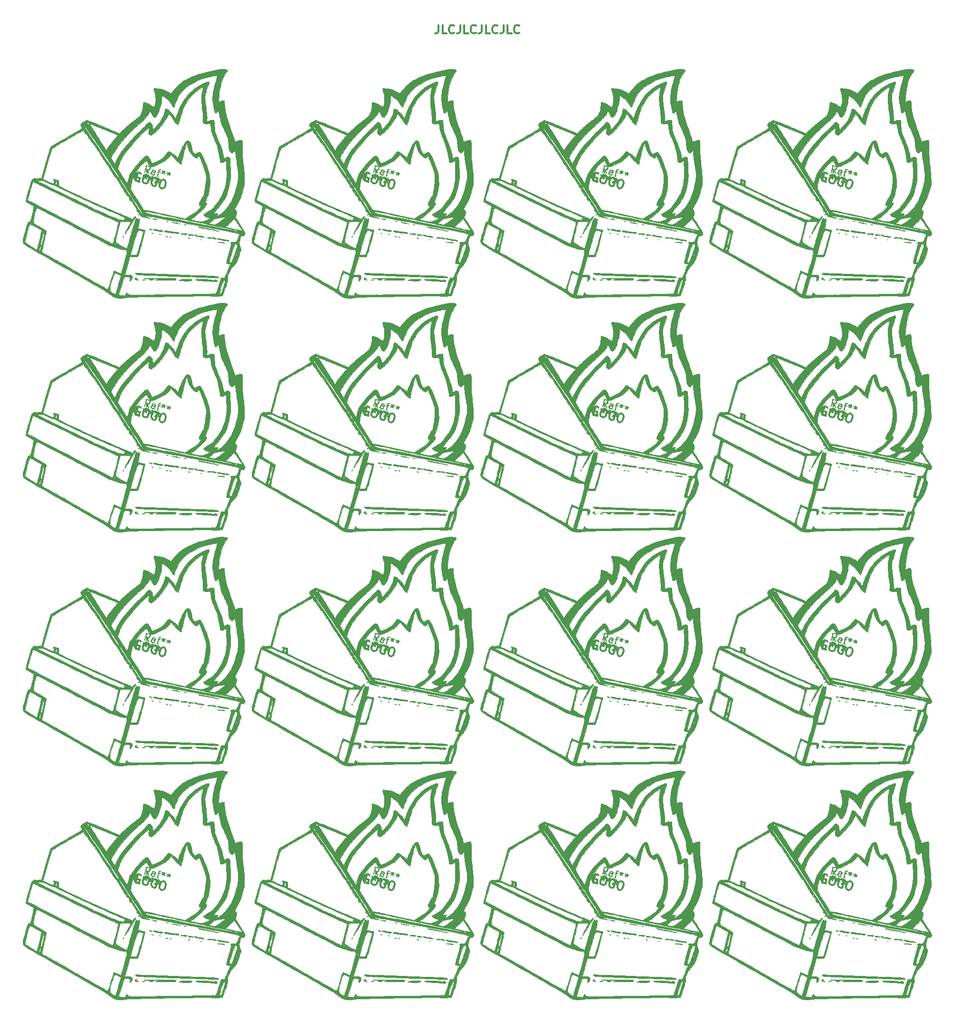
<source format=gbr>
%TF.GenerationSoftware,KiCad,Pcbnew,8.0.3*%
%TF.CreationDate,2024-07-16T13:25:20-05:00*%
%TF.ProjectId,DumpsterPanel,44756d70-7374-4657-9250-616e656c2e6b,rev?*%
%TF.SameCoordinates,Original*%
%TF.FileFunction,Legend,Top*%
%TF.FilePolarity,Positive*%
%FSLAX46Y46*%
G04 Gerber Fmt 4.6, Leading zero omitted, Abs format (unit mm)*
G04 Created by KiCad (PCBNEW 8.0.3) date 2024-07-16 13:25:20*
%MOMM*%
%LPD*%
G01*
G04 APERTURE LIST*
%ADD10C,0.300000*%
%ADD11C,0.150000*%
%ADD12C,0.010000*%
G04 APERTURE END LIST*
D10*
X141571428Y-19178328D02*
X141571428Y-20249757D01*
X141571428Y-20249757D02*
X141499999Y-20464042D01*
X141499999Y-20464042D02*
X141357142Y-20606900D01*
X141357142Y-20606900D02*
X141142856Y-20678328D01*
X141142856Y-20678328D02*
X140999999Y-20678328D01*
X142999999Y-20678328D02*
X142285713Y-20678328D01*
X142285713Y-20678328D02*
X142285713Y-19178328D01*
X144357142Y-20535471D02*
X144285714Y-20606900D01*
X144285714Y-20606900D02*
X144071428Y-20678328D01*
X144071428Y-20678328D02*
X143928571Y-20678328D01*
X143928571Y-20678328D02*
X143714285Y-20606900D01*
X143714285Y-20606900D02*
X143571428Y-20464042D01*
X143571428Y-20464042D02*
X143499999Y-20321185D01*
X143499999Y-20321185D02*
X143428571Y-20035471D01*
X143428571Y-20035471D02*
X143428571Y-19821185D01*
X143428571Y-19821185D02*
X143499999Y-19535471D01*
X143499999Y-19535471D02*
X143571428Y-19392614D01*
X143571428Y-19392614D02*
X143714285Y-19249757D01*
X143714285Y-19249757D02*
X143928571Y-19178328D01*
X143928571Y-19178328D02*
X144071428Y-19178328D01*
X144071428Y-19178328D02*
X144285714Y-19249757D01*
X144285714Y-19249757D02*
X144357142Y-19321185D01*
X145428571Y-19178328D02*
X145428571Y-20249757D01*
X145428571Y-20249757D02*
X145357142Y-20464042D01*
X145357142Y-20464042D02*
X145214285Y-20606900D01*
X145214285Y-20606900D02*
X144999999Y-20678328D01*
X144999999Y-20678328D02*
X144857142Y-20678328D01*
X146857142Y-20678328D02*
X146142856Y-20678328D01*
X146142856Y-20678328D02*
X146142856Y-19178328D01*
X148214285Y-20535471D02*
X148142857Y-20606900D01*
X148142857Y-20606900D02*
X147928571Y-20678328D01*
X147928571Y-20678328D02*
X147785714Y-20678328D01*
X147785714Y-20678328D02*
X147571428Y-20606900D01*
X147571428Y-20606900D02*
X147428571Y-20464042D01*
X147428571Y-20464042D02*
X147357142Y-20321185D01*
X147357142Y-20321185D02*
X147285714Y-20035471D01*
X147285714Y-20035471D02*
X147285714Y-19821185D01*
X147285714Y-19821185D02*
X147357142Y-19535471D01*
X147357142Y-19535471D02*
X147428571Y-19392614D01*
X147428571Y-19392614D02*
X147571428Y-19249757D01*
X147571428Y-19249757D02*
X147785714Y-19178328D01*
X147785714Y-19178328D02*
X147928571Y-19178328D01*
X147928571Y-19178328D02*
X148142857Y-19249757D01*
X148142857Y-19249757D02*
X148214285Y-19321185D01*
X149285714Y-19178328D02*
X149285714Y-20249757D01*
X149285714Y-20249757D02*
X149214285Y-20464042D01*
X149214285Y-20464042D02*
X149071428Y-20606900D01*
X149071428Y-20606900D02*
X148857142Y-20678328D01*
X148857142Y-20678328D02*
X148714285Y-20678328D01*
X150714285Y-20678328D02*
X149999999Y-20678328D01*
X149999999Y-20678328D02*
X149999999Y-19178328D01*
X152071428Y-20535471D02*
X152000000Y-20606900D01*
X152000000Y-20606900D02*
X151785714Y-20678328D01*
X151785714Y-20678328D02*
X151642857Y-20678328D01*
X151642857Y-20678328D02*
X151428571Y-20606900D01*
X151428571Y-20606900D02*
X151285714Y-20464042D01*
X151285714Y-20464042D02*
X151214285Y-20321185D01*
X151214285Y-20321185D02*
X151142857Y-20035471D01*
X151142857Y-20035471D02*
X151142857Y-19821185D01*
X151142857Y-19821185D02*
X151214285Y-19535471D01*
X151214285Y-19535471D02*
X151285714Y-19392614D01*
X151285714Y-19392614D02*
X151428571Y-19249757D01*
X151428571Y-19249757D02*
X151642857Y-19178328D01*
X151642857Y-19178328D02*
X151785714Y-19178328D01*
X151785714Y-19178328D02*
X152000000Y-19249757D01*
X152000000Y-19249757D02*
X152071428Y-19321185D01*
X153142857Y-19178328D02*
X153142857Y-20249757D01*
X153142857Y-20249757D02*
X153071428Y-20464042D01*
X153071428Y-20464042D02*
X152928571Y-20606900D01*
X152928571Y-20606900D02*
X152714285Y-20678328D01*
X152714285Y-20678328D02*
X152571428Y-20678328D01*
X154571428Y-20678328D02*
X153857142Y-20678328D01*
X153857142Y-20678328D02*
X153857142Y-19178328D01*
X155928571Y-20535471D02*
X155857143Y-20606900D01*
X155857143Y-20606900D02*
X155642857Y-20678328D01*
X155642857Y-20678328D02*
X155500000Y-20678328D01*
X155500000Y-20678328D02*
X155285714Y-20606900D01*
X155285714Y-20606900D02*
X155142857Y-20464042D01*
X155142857Y-20464042D02*
X155071428Y-20321185D01*
X155071428Y-20321185D02*
X155000000Y-20035471D01*
X155000000Y-20035471D02*
X155000000Y-19821185D01*
X155000000Y-19821185D02*
X155071428Y-19535471D01*
X155071428Y-19535471D02*
X155142857Y-19392614D01*
X155142857Y-19392614D02*
X155285714Y-19249757D01*
X155285714Y-19249757D02*
X155500000Y-19178328D01*
X155500000Y-19178328D02*
X155642857Y-19178328D01*
X155642857Y-19178328D02*
X155857143Y-19249757D01*
X155857143Y-19249757D02*
X155928571Y-19321185D01*
D11*
X90027056Y-45585454D02*
X89786817Y-44887433D01*
X89329454Y-45385420D02*
X89679514Y-44164617D01*
X89679514Y-44164617D02*
X90144581Y-44297973D01*
X90144581Y-44297973D02*
X90244179Y-44389446D01*
X90244179Y-44389446D02*
X90285643Y-44464249D01*
X90285643Y-44464249D02*
X90310437Y-44597185D01*
X90310437Y-44597185D02*
X90260429Y-44771585D01*
X90260429Y-44771585D02*
X90168956Y-44871183D01*
X90168956Y-44871183D02*
X90094153Y-44912647D01*
X90094153Y-44912647D02*
X89961217Y-44937441D01*
X89961217Y-44937441D02*
X89496149Y-44804085D01*
X91031994Y-45810702D02*
X90899057Y-45835496D01*
X90899057Y-45835496D02*
X90666524Y-45768818D01*
X90666524Y-45768818D02*
X90566926Y-45677346D01*
X90566926Y-45677346D02*
X90542132Y-45544409D01*
X90542132Y-45544409D02*
X90675488Y-45079342D01*
X90675488Y-45079342D02*
X90766960Y-44979744D01*
X90766960Y-44979744D02*
X90899897Y-44954950D01*
X90899897Y-44954950D02*
X91132430Y-45021628D01*
X91132430Y-45021628D02*
X91232028Y-45113100D01*
X91232028Y-45113100D02*
X91256822Y-45246037D01*
X91256822Y-45246037D02*
X91223483Y-45362304D01*
X91223483Y-45362304D02*
X90608810Y-45311876D01*
X91655631Y-45171653D02*
X92120699Y-45305009D01*
X91596658Y-46035530D02*
X91896709Y-44989128D01*
X91896709Y-44989128D02*
X91988182Y-44889531D01*
X91988182Y-44889531D02*
X92121118Y-44864736D01*
X92121118Y-44864736D02*
X92237385Y-44898075D01*
X92818719Y-45064770D02*
X92735372Y-45355437D01*
X92478044Y-45155823D02*
X92735372Y-45355437D01*
X92735372Y-45355437D02*
X93059378Y-45322518D01*
X92494293Y-45537962D02*
X92735372Y-45355437D01*
X92735372Y-45355437D02*
X92843094Y-45637979D01*
X93748854Y-45331482D02*
X93665507Y-45622149D01*
X93408179Y-45422535D02*
X93665507Y-45622149D01*
X93665507Y-45622149D02*
X93989513Y-45589230D01*
X93424428Y-45804674D02*
X93665507Y-45622149D01*
X93665507Y-45622149D02*
X93773229Y-45904691D01*
X89592313Y-44139613D02*
X89649188Y-45477102D01*
X89649188Y-45477102D02*
X90406182Y-44372986D01*
X90986257Y-45860500D02*
X91169621Y-45221032D01*
X91169621Y-45221032D02*
X91144827Y-45088096D01*
X91144827Y-45088096D02*
X91045230Y-44996623D01*
X91045230Y-44996623D02*
X90812696Y-44929945D01*
X90812696Y-44929945D02*
X90679759Y-44954740D01*
X91002926Y-45802367D02*
X90869990Y-45827161D01*
X90869990Y-45827161D02*
X90579323Y-45743814D01*
X90579323Y-45743814D02*
X90479725Y-45652341D01*
X90479725Y-45652341D02*
X90454931Y-45519405D01*
X90454931Y-45519405D02*
X90488270Y-45403138D01*
X90488270Y-45403138D02*
X90579742Y-45303541D01*
X90579742Y-45303541D02*
X90712679Y-45278746D01*
X90712679Y-45278746D02*
X91003346Y-45362094D01*
X91003346Y-45362094D02*
X91136282Y-45337299D01*
X91741992Y-46077204D02*
X91642395Y-45985731D01*
X91642395Y-45985731D02*
X91617600Y-45852795D01*
X91617600Y-45852795D02*
X91917651Y-44806393D01*
X92731519Y-45039766D02*
X92648172Y-45330433D01*
X92390844Y-45130819D02*
X92648172Y-45330433D01*
X92648172Y-45330433D02*
X92972178Y-45297514D01*
X92407094Y-45512958D02*
X92648172Y-45330433D01*
X92648172Y-45330433D02*
X92755894Y-45612975D01*
X93661654Y-45306478D02*
X93578307Y-45597145D01*
X93320979Y-45397531D02*
X93578307Y-45597145D01*
X93578307Y-45597145D02*
X93902313Y-45564226D01*
X93337229Y-45779670D02*
X93578307Y-45597145D01*
X93578307Y-45597145D02*
X93686029Y-45879687D01*
D10*
X210714049Y-45602798D02*
X210594532Y-45493031D01*
X210594532Y-45493031D02*
X210385252Y-45433021D01*
X210385252Y-45433021D02*
X210155968Y-45442771D01*
X210155968Y-45442771D02*
X209976441Y-45542284D01*
X209976441Y-45542284D02*
X209866674Y-45661801D01*
X209866674Y-45661801D02*
X209716900Y-45920838D01*
X209716900Y-45920838D02*
X209656890Y-46130119D01*
X209656890Y-46130119D02*
X209646637Y-46429163D01*
X209646637Y-46429163D02*
X209676390Y-46588686D01*
X209676390Y-46588686D02*
X209775904Y-46768213D01*
X209775904Y-46768213D02*
X209965181Y-46897984D01*
X209965181Y-46897984D02*
X210104701Y-46937991D01*
X210104701Y-46937991D02*
X210333985Y-46928241D01*
X210333985Y-46928241D02*
X210423748Y-46878484D01*
X210423748Y-46878484D02*
X210563772Y-46390163D01*
X210563772Y-46390163D02*
X210284731Y-46310149D01*
X211640934Y-45793082D02*
X211540917Y-46141883D01*
X211232123Y-45902346D02*
X211540917Y-46141883D01*
X211540917Y-46141883D02*
X211929725Y-46102379D01*
X211251623Y-46360913D02*
X211540917Y-46141883D01*
X211540917Y-46141883D02*
X211670184Y-46480933D01*
X212757097Y-46113136D02*
X212657080Y-46461937D01*
X212348286Y-46222400D02*
X212657080Y-46461937D01*
X212657080Y-46461937D02*
X213045887Y-46422434D01*
X212367786Y-46680968D02*
X212657080Y-46461937D01*
X212657080Y-46461937D02*
X212786346Y-46800988D01*
X213873259Y-46433191D02*
X213773242Y-46781992D01*
X213464448Y-46542454D02*
X213773242Y-46781992D01*
X213773242Y-46781992D02*
X214162049Y-46742488D01*
X213483948Y-47001022D02*
X213773242Y-46781992D01*
X213773242Y-46781992D02*
X213902509Y-47121042D01*
X210511726Y-47054703D02*
X209814125Y-46854669D01*
X209814125Y-46854669D02*
X210234196Y-45389707D01*
X211699159Y-45809778D02*
X211978200Y-45889791D01*
X211978200Y-45889791D02*
X212097716Y-45999558D01*
X212097716Y-45999558D02*
X212197230Y-46179085D01*
X212197230Y-46179085D02*
X212186976Y-46478129D01*
X212186976Y-46478129D02*
X212046953Y-46966450D01*
X212046953Y-46966450D02*
X211897179Y-47225487D01*
X211897179Y-47225487D02*
X211717652Y-47325001D01*
X211717652Y-47325001D02*
X211558128Y-47354754D01*
X211558128Y-47354754D02*
X211279088Y-47274741D01*
X211279088Y-47274741D02*
X211159571Y-47164974D01*
X211159571Y-47164974D02*
X211060057Y-46985447D01*
X211060057Y-46985447D02*
X211070311Y-46686403D01*
X211070311Y-46686403D02*
X211210335Y-46198082D01*
X211210335Y-46198082D02*
X211360108Y-45939045D01*
X211360108Y-45939045D02*
X211539635Y-45839531D01*
X211539635Y-45839531D02*
X211699159Y-45809778D01*
X213702199Y-46459636D02*
X213582682Y-46349869D01*
X213582682Y-46349869D02*
X213373402Y-46289859D01*
X213373402Y-46289859D02*
X213144118Y-46299609D01*
X213144118Y-46299609D02*
X212964591Y-46399123D01*
X212964591Y-46399123D02*
X212854824Y-46518640D01*
X212854824Y-46518640D02*
X212705050Y-46777677D01*
X212705050Y-46777677D02*
X212645040Y-46986957D01*
X212645040Y-46986957D02*
X212634787Y-47286001D01*
X212634787Y-47286001D02*
X212664540Y-47445525D01*
X212664540Y-47445525D02*
X212764054Y-47625052D01*
X212764054Y-47625052D02*
X212953331Y-47754822D01*
X212953331Y-47754822D02*
X213092851Y-47794829D01*
X213092851Y-47794829D02*
X213322135Y-47785079D01*
X213322135Y-47785079D02*
X213411898Y-47735322D01*
X213411898Y-47735322D02*
X213551922Y-47247001D01*
X213551922Y-47247001D02*
X213272881Y-47166988D01*
X214698844Y-46669924D02*
X214977885Y-46749937D01*
X214977885Y-46749937D02*
X215097402Y-46859704D01*
X215097402Y-46859704D02*
X215196915Y-47039231D01*
X215196915Y-47039231D02*
X215186662Y-47338275D01*
X215186662Y-47338275D02*
X215046638Y-47826596D01*
X215046638Y-47826596D02*
X214896864Y-48085633D01*
X214896864Y-48085633D02*
X214717337Y-48185147D01*
X214717337Y-48185147D02*
X214557814Y-48214900D01*
X214557814Y-48214900D02*
X214278773Y-48134887D01*
X214278773Y-48134887D02*
X214159256Y-48025120D01*
X214159256Y-48025120D02*
X214059743Y-47845593D01*
X214059743Y-47845593D02*
X214069996Y-47546549D01*
X214069996Y-47546549D02*
X214210020Y-47058228D01*
X214210020Y-47058228D02*
X214359794Y-46799191D01*
X214359794Y-46799191D02*
X214539321Y-46699677D01*
X214539321Y-46699677D02*
X214698844Y-46669924D01*
D11*
X171432200Y-128730572D02*
X171191961Y-128032551D01*
X170734598Y-128530538D02*
X171084658Y-127309735D01*
X171084658Y-127309735D02*
X171549725Y-127443091D01*
X171549725Y-127443091D02*
X171649323Y-127534564D01*
X171649323Y-127534564D02*
X171690787Y-127609367D01*
X171690787Y-127609367D02*
X171715581Y-127742303D01*
X171715581Y-127742303D02*
X171665573Y-127916703D01*
X171665573Y-127916703D02*
X171574100Y-128016301D01*
X171574100Y-128016301D02*
X171499297Y-128057765D01*
X171499297Y-128057765D02*
X171366361Y-128082559D01*
X171366361Y-128082559D02*
X170901293Y-127949203D01*
X172437138Y-128955820D02*
X172304201Y-128980614D01*
X172304201Y-128980614D02*
X172071668Y-128913936D01*
X172071668Y-128913936D02*
X171972070Y-128822464D01*
X171972070Y-128822464D02*
X171947276Y-128689527D01*
X171947276Y-128689527D02*
X172080632Y-128224460D01*
X172080632Y-128224460D02*
X172172104Y-128124862D01*
X172172104Y-128124862D02*
X172305041Y-128100068D01*
X172305041Y-128100068D02*
X172537574Y-128166746D01*
X172537574Y-128166746D02*
X172637172Y-128258218D01*
X172637172Y-128258218D02*
X172661966Y-128391155D01*
X172661966Y-128391155D02*
X172628627Y-128507422D01*
X172628627Y-128507422D02*
X172013954Y-128456994D01*
X173060775Y-128316771D02*
X173525843Y-128450127D01*
X173001802Y-129180648D02*
X173301853Y-128134246D01*
X173301853Y-128134246D02*
X173393326Y-128034649D01*
X173393326Y-128034649D02*
X173526262Y-128009854D01*
X173526262Y-128009854D02*
X173642529Y-128043193D01*
X174223863Y-128209888D02*
X174140516Y-128500555D01*
X173883188Y-128300941D02*
X174140516Y-128500555D01*
X174140516Y-128500555D02*
X174464522Y-128467636D01*
X173899437Y-128683080D02*
X174140516Y-128500555D01*
X174140516Y-128500555D02*
X174248238Y-128783097D01*
X175153998Y-128476600D02*
X175070651Y-128767267D01*
X174813323Y-128567653D02*
X175070651Y-128767267D01*
X175070651Y-128767267D02*
X175394657Y-128734348D01*
X174829572Y-128949792D02*
X175070651Y-128767267D01*
X175070651Y-128767267D02*
X175178373Y-129049809D01*
X170997457Y-127284731D02*
X171054332Y-128622220D01*
X171054332Y-128622220D02*
X171811326Y-127518104D01*
X172391401Y-129005618D02*
X172574765Y-128366150D01*
X172574765Y-128366150D02*
X172549971Y-128233214D01*
X172549971Y-128233214D02*
X172450374Y-128141741D01*
X172450374Y-128141741D02*
X172217840Y-128075063D01*
X172217840Y-128075063D02*
X172084903Y-128099858D01*
X172408070Y-128947485D02*
X172275134Y-128972279D01*
X172275134Y-128972279D02*
X171984467Y-128888932D01*
X171984467Y-128888932D02*
X171884869Y-128797459D01*
X171884869Y-128797459D02*
X171860075Y-128664523D01*
X171860075Y-128664523D02*
X171893414Y-128548256D01*
X171893414Y-128548256D02*
X171984886Y-128448659D01*
X171984886Y-128448659D02*
X172117823Y-128423864D01*
X172117823Y-128423864D02*
X172408490Y-128507212D01*
X172408490Y-128507212D02*
X172541426Y-128482417D01*
X173147136Y-129222322D02*
X173047539Y-129130849D01*
X173047539Y-129130849D02*
X173022744Y-128997913D01*
X173022744Y-128997913D02*
X173322795Y-127951511D01*
X174136663Y-128184884D02*
X174053316Y-128475551D01*
X173795988Y-128275937D02*
X174053316Y-128475551D01*
X174053316Y-128475551D02*
X174377322Y-128442632D01*
X173812238Y-128658076D02*
X174053316Y-128475551D01*
X174053316Y-128475551D02*
X174161038Y-128758093D01*
X175066798Y-128451596D02*
X174983451Y-128742263D01*
X174726123Y-128542649D02*
X174983451Y-128742263D01*
X174983451Y-128742263D02*
X175307457Y-128709344D01*
X174742373Y-128924788D02*
X174983451Y-128742263D01*
X174983451Y-128742263D02*
X175091173Y-129024805D01*
D10*
X88606333Y-45602798D02*
X88486816Y-45493031D01*
X88486816Y-45493031D02*
X88277536Y-45433021D01*
X88277536Y-45433021D02*
X88048252Y-45442771D01*
X88048252Y-45442771D02*
X87868725Y-45542284D01*
X87868725Y-45542284D02*
X87758958Y-45661801D01*
X87758958Y-45661801D02*
X87609184Y-45920838D01*
X87609184Y-45920838D02*
X87549174Y-46130119D01*
X87549174Y-46130119D02*
X87538921Y-46429163D01*
X87538921Y-46429163D02*
X87568674Y-46588686D01*
X87568674Y-46588686D02*
X87668188Y-46768213D01*
X87668188Y-46768213D02*
X87857465Y-46897984D01*
X87857465Y-46897984D02*
X87996985Y-46937991D01*
X87996985Y-46937991D02*
X88226269Y-46928241D01*
X88226269Y-46928241D02*
X88316032Y-46878484D01*
X88316032Y-46878484D02*
X88456056Y-46390163D01*
X88456056Y-46390163D02*
X88177015Y-46310149D01*
X89533218Y-45793082D02*
X89433201Y-46141883D01*
X89124407Y-45902346D02*
X89433201Y-46141883D01*
X89433201Y-46141883D02*
X89822009Y-46102379D01*
X89143907Y-46360913D02*
X89433201Y-46141883D01*
X89433201Y-46141883D02*
X89562468Y-46480933D01*
X90649381Y-46113136D02*
X90549364Y-46461937D01*
X90240570Y-46222400D02*
X90549364Y-46461937D01*
X90549364Y-46461937D02*
X90938171Y-46422434D01*
X90260070Y-46680968D02*
X90549364Y-46461937D01*
X90549364Y-46461937D02*
X90678630Y-46800988D01*
X91765543Y-46433191D02*
X91665526Y-46781992D01*
X91356732Y-46542454D02*
X91665526Y-46781992D01*
X91665526Y-46781992D02*
X92054333Y-46742488D01*
X91376232Y-47001022D02*
X91665526Y-46781992D01*
X91665526Y-46781992D02*
X91794793Y-47121042D01*
X88404010Y-47054703D02*
X87706409Y-46854669D01*
X87706409Y-46854669D02*
X88126480Y-45389707D01*
X89591443Y-45809778D02*
X89870484Y-45889791D01*
X89870484Y-45889791D02*
X89990000Y-45999558D01*
X89990000Y-45999558D02*
X90089514Y-46179085D01*
X90089514Y-46179085D02*
X90079260Y-46478129D01*
X90079260Y-46478129D02*
X89939237Y-46966450D01*
X89939237Y-46966450D02*
X89789463Y-47225487D01*
X89789463Y-47225487D02*
X89609936Y-47325001D01*
X89609936Y-47325001D02*
X89450412Y-47354754D01*
X89450412Y-47354754D02*
X89171372Y-47274741D01*
X89171372Y-47274741D02*
X89051855Y-47164974D01*
X89051855Y-47164974D02*
X88952341Y-46985447D01*
X88952341Y-46985447D02*
X88962595Y-46686403D01*
X88962595Y-46686403D02*
X89102619Y-46198082D01*
X89102619Y-46198082D02*
X89252392Y-45939045D01*
X89252392Y-45939045D02*
X89431919Y-45839531D01*
X89431919Y-45839531D02*
X89591443Y-45809778D01*
X91594483Y-46459636D02*
X91474966Y-46349869D01*
X91474966Y-46349869D02*
X91265686Y-46289859D01*
X91265686Y-46289859D02*
X91036402Y-46299609D01*
X91036402Y-46299609D02*
X90856875Y-46399123D01*
X90856875Y-46399123D02*
X90747108Y-46518640D01*
X90747108Y-46518640D02*
X90597334Y-46777677D01*
X90597334Y-46777677D02*
X90537324Y-46986957D01*
X90537324Y-46986957D02*
X90527071Y-47286001D01*
X90527071Y-47286001D02*
X90556824Y-47445525D01*
X90556824Y-47445525D02*
X90656338Y-47625052D01*
X90656338Y-47625052D02*
X90845615Y-47754822D01*
X90845615Y-47754822D02*
X90985135Y-47794829D01*
X90985135Y-47794829D02*
X91214419Y-47785079D01*
X91214419Y-47785079D02*
X91304182Y-47735322D01*
X91304182Y-47735322D02*
X91444206Y-47247001D01*
X91444206Y-47247001D02*
X91165165Y-47166988D01*
X92591128Y-46669924D02*
X92870169Y-46749937D01*
X92870169Y-46749937D02*
X92989686Y-46859704D01*
X92989686Y-46859704D02*
X93089199Y-47039231D01*
X93089199Y-47039231D02*
X93078946Y-47338275D01*
X93078946Y-47338275D02*
X92938922Y-47826596D01*
X92938922Y-47826596D02*
X92789148Y-48085633D01*
X92789148Y-48085633D02*
X92609621Y-48185147D01*
X92609621Y-48185147D02*
X92450098Y-48214900D01*
X92450098Y-48214900D02*
X92171057Y-48134887D01*
X92171057Y-48134887D02*
X92051540Y-48025120D01*
X92051540Y-48025120D02*
X91952027Y-47845593D01*
X91952027Y-47845593D02*
X91962280Y-47546549D01*
X91962280Y-47546549D02*
X92102304Y-47058228D01*
X92102304Y-47058228D02*
X92252078Y-46799191D01*
X92252078Y-46799191D02*
X92431605Y-46699677D01*
X92431605Y-46699677D02*
X92591128Y-46669924D01*
X210714049Y-87175357D02*
X210594532Y-87065590D01*
X210594532Y-87065590D02*
X210385252Y-87005580D01*
X210385252Y-87005580D02*
X210155968Y-87015330D01*
X210155968Y-87015330D02*
X209976441Y-87114843D01*
X209976441Y-87114843D02*
X209866674Y-87234360D01*
X209866674Y-87234360D02*
X209716900Y-87493397D01*
X209716900Y-87493397D02*
X209656890Y-87702678D01*
X209656890Y-87702678D02*
X209646637Y-88001722D01*
X209646637Y-88001722D02*
X209676390Y-88161245D01*
X209676390Y-88161245D02*
X209775904Y-88340772D01*
X209775904Y-88340772D02*
X209965181Y-88470543D01*
X209965181Y-88470543D02*
X210104701Y-88510550D01*
X210104701Y-88510550D02*
X210333985Y-88500800D01*
X210333985Y-88500800D02*
X210423748Y-88451043D01*
X210423748Y-88451043D02*
X210563772Y-87962722D01*
X210563772Y-87962722D02*
X210284731Y-87882708D01*
X211640934Y-87365641D02*
X211540917Y-87714442D01*
X211232123Y-87474905D02*
X211540917Y-87714442D01*
X211540917Y-87714442D02*
X211929725Y-87674938D01*
X211251623Y-87933472D02*
X211540917Y-87714442D01*
X211540917Y-87714442D02*
X211670184Y-88053492D01*
X212757097Y-87685695D02*
X212657080Y-88034496D01*
X212348286Y-87794959D02*
X212657080Y-88034496D01*
X212657080Y-88034496D02*
X213045887Y-87994993D01*
X212367786Y-88253527D02*
X212657080Y-88034496D01*
X212657080Y-88034496D02*
X212786346Y-88373547D01*
X213873259Y-88005750D02*
X213773242Y-88354551D01*
X213464448Y-88115013D02*
X213773242Y-88354551D01*
X213773242Y-88354551D02*
X214162049Y-88315047D01*
X213483948Y-88573581D02*
X213773242Y-88354551D01*
X213773242Y-88354551D02*
X213902509Y-88693601D01*
X210511726Y-88627262D02*
X209814125Y-88427228D01*
X209814125Y-88427228D02*
X210234196Y-86962266D01*
X211699159Y-87382337D02*
X211978200Y-87462350D01*
X211978200Y-87462350D02*
X212097716Y-87572117D01*
X212097716Y-87572117D02*
X212197230Y-87751644D01*
X212197230Y-87751644D02*
X212186976Y-88050688D01*
X212186976Y-88050688D02*
X212046953Y-88539009D01*
X212046953Y-88539009D02*
X211897179Y-88798046D01*
X211897179Y-88798046D02*
X211717652Y-88897560D01*
X211717652Y-88897560D02*
X211558128Y-88927313D01*
X211558128Y-88927313D02*
X211279088Y-88847300D01*
X211279088Y-88847300D02*
X211159571Y-88737533D01*
X211159571Y-88737533D02*
X211060057Y-88558006D01*
X211060057Y-88558006D02*
X211070311Y-88258962D01*
X211070311Y-88258962D02*
X211210335Y-87770641D01*
X211210335Y-87770641D02*
X211360108Y-87511604D01*
X211360108Y-87511604D02*
X211539635Y-87412090D01*
X211539635Y-87412090D02*
X211699159Y-87382337D01*
X213702199Y-88032195D02*
X213582682Y-87922428D01*
X213582682Y-87922428D02*
X213373402Y-87862418D01*
X213373402Y-87862418D02*
X213144118Y-87872168D01*
X213144118Y-87872168D02*
X212964591Y-87971682D01*
X212964591Y-87971682D02*
X212854824Y-88091199D01*
X212854824Y-88091199D02*
X212705050Y-88350236D01*
X212705050Y-88350236D02*
X212645040Y-88559516D01*
X212645040Y-88559516D02*
X212634787Y-88858560D01*
X212634787Y-88858560D02*
X212664540Y-89018084D01*
X212664540Y-89018084D02*
X212764054Y-89197611D01*
X212764054Y-89197611D02*
X212953331Y-89327381D01*
X212953331Y-89327381D02*
X213092851Y-89367388D01*
X213092851Y-89367388D02*
X213322135Y-89357638D01*
X213322135Y-89357638D02*
X213411898Y-89307881D01*
X213411898Y-89307881D02*
X213551922Y-88819560D01*
X213551922Y-88819560D02*
X213272881Y-88739547D01*
X214698844Y-88242483D02*
X214977885Y-88322496D01*
X214977885Y-88322496D02*
X215097402Y-88432263D01*
X215097402Y-88432263D02*
X215196915Y-88611790D01*
X215196915Y-88611790D02*
X215186662Y-88910834D01*
X215186662Y-88910834D02*
X215046638Y-89399155D01*
X215046638Y-89399155D02*
X214896864Y-89658192D01*
X214896864Y-89658192D02*
X214717337Y-89757706D01*
X214717337Y-89757706D02*
X214557814Y-89787459D01*
X214557814Y-89787459D02*
X214278773Y-89707446D01*
X214278773Y-89707446D02*
X214159256Y-89597679D01*
X214159256Y-89597679D02*
X214059743Y-89418152D01*
X214059743Y-89418152D02*
X214069996Y-89119108D01*
X214069996Y-89119108D02*
X214210020Y-88630787D01*
X214210020Y-88630787D02*
X214359794Y-88371750D01*
X214359794Y-88371750D02*
X214539321Y-88272236D01*
X214539321Y-88272236D02*
X214698844Y-88242483D01*
X88606333Y-45602798D02*
X88486816Y-45493031D01*
X88486816Y-45493031D02*
X88277536Y-45433021D01*
X88277536Y-45433021D02*
X88048252Y-45442771D01*
X88048252Y-45442771D02*
X87868725Y-45542284D01*
X87868725Y-45542284D02*
X87758958Y-45661801D01*
X87758958Y-45661801D02*
X87609184Y-45920838D01*
X87609184Y-45920838D02*
X87549174Y-46130119D01*
X87549174Y-46130119D02*
X87538921Y-46429163D01*
X87538921Y-46429163D02*
X87568674Y-46588686D01*
X87568674Y-46588686D02*
X87668188Y-46768213D01*
X87668188Y-46768213D02*
X87857465Y-46897984D01*
X87857465Y-46897984D02*
X87996985Y-46937991D01*
X87996985Y-46937991D02*
X88226269Y-46928241D01*
X88226269Y-46928241D02*
X88316032Y-46878484D01*
X88316032Y-46878484D02*
X88456056Y-46390163D01*
X88456056Y-46390163D02*
X88177015Y-46310149D01*
X89533218Y-45793082D02*
X89433201Y-46141883D01*
X89124407Y-45902346D02*
X89433201Y-46141883D01*
X89433201Y-46141883D02*
X89822009Y-46102379D01*
X89143907Y-46360913D02*
X89433201Y-46141883D01*
X89433201Y-46141883D02*
X89562468Y-46480933D01*
X90649381Y-46113136D02*
X90549364Y-46461937D01*
X90240570Y-46222400D02*
X90549364Y-46461937D01*
X90549364Y-46461937D02*
X90938171Y-46422434D01*
X90260070Y-46680968D02*
X90549364Y-46461937D01*
X90549364Y-46461937D02*
X90678630Y-46800988D01*
X91765543Y-46433191D02*
X91665526Y-46781992D01*
X91356732Y-46542454D02*
X91665526Y-46781992D01*
X91665526Y-46781992D02*
X92054333Y-46742488D01*
X91376232Y-47001022D02*
X91665526Y-46781992D01*
X91665526Y-46781992D02*
X91794793Y-47121042D01*
X88404010Y-47054703D02*
X87706409Y-46854669D01*
X87706409Y-46854669D02*
X88126480Y-45389707D01*
X89591443Y-45809778D02*
X89870484Y-45889791D01*
X89870484Y-45889791D02*
X89990000Y-45999558D01*
X89990000Y-45999558D02*
X90089514Y-46179085D01*
X90089514Y-46179085D02*
X90079260Y-46478129D01*
X90079260Y-46478129D02*
X89939237Y-46966450D01*
X89939237Y-46966450D02*
X89789463Y-47225487D01*
X89789463Y-47225487D02*
X89609936Y-47325001D01*
X89609936Y-47325001D02*
X89450412Y-47354754D01*
X89450412Y-47354754D02*
X89171372Y-47274741D01*
X89171372Y-47274741D02*
X89051855Y-47164974D01*
X89051855Y-47164974D02*
X88952341Y-46985447D01*
X88952341Y-46985447D02*
X88962595Y-46686403D01*
X88962595Y-46686403D02*
X89102619Y-46198082D01*
X89102619Y-46198082D02*
X89252392Y-45939045D01*
X89252392Y-45939045D02*
X89431919Y-45839531D01*
X89431919Y-45839531D02*
X89591443Y-45809778D01*
X91594483Y-46459636D02*
X91474966Y-46349869D01*
X91474966Y-46349869D02*
X91265686Y-46289859D01*
X91265686Y-46289859D02*
X91036402Y-46299609D01*
X91036402Y-46299609D02*
X90856875Y-46399123D01*
X90856875Y-46399123D02*
X90747108Y-46518640D01*
X90747108Y-46518640D02*
X90597334Y-46777677D01*
X90597334Y-46777677D02*
X90537324Y-46986957D01*
X90537324Y-46986957D02*
X90527071Y-47286001D01*
X90527071Y-47286001D02*
X90556824Y-47445525D01*
X90556824Y-47445525D02*
X90656338Y-47625052D01*
X90656338Y-47625052D02*
X90845615Y-47754822D01*
X90845615Y-47754822D02*
X90985135Y-47794829D01*
X90985135Y-47794829D02*
X91214419Y-47785079D01*
X91214419Y-47785079D02*
X91304182Y-47735322D01*
X91304182Y-47735322D02*
X91444206Y-47247001D01*
X91444206Y-47247001D02*
X91165165Y-47166988D01*
X92591128Y-46669924D02*
X92870169Y-46749937D01*
X92870169Y-46749937D02*
X92989686Y-46859704D01*
X92989686Y-46859704D02*
X93089199Y-47039231D01*
X93089199Y-47039231D02*
X93078946Y-47338275D01*
X93078946Y-47338275D02*
X92938922Y-47826596D01*
X92938922Y-47826596D02*
X92789148Y-48085633D01*
X92789148Y-48085633D02*
X92609621Y-48185147D01*
X92609621Y-48185147D02*
X92450098Y-48214900D01*
X92450098Y-48214900D02*
X92171057Y-48134887D01*
X92171057Y-48134887D02*
X92051540Y-48025120D01*
X92051540Y-48025120D02*
X91952027Y-47845593D01*
X91952027Y-47845593D02*
X91962280Y-47546549D01*
X91962280Y-47546549D02*
X92102304Y-47058228D01*
X92102304Y-47058228D02*
X92252078Y-46799191D01*
X92252078Y-46799191D02*
X92431605Y-46699677D01*
X92431605Y-46699677D02*
X92591128Y-46669924D01*
X170011477Y-128747916D02*
X169891960Y-128638149D01*
X169891960Y-128638149D02*
X169682680Y-128578139D01*
X169682680Y-128578139D02*
X169453396Y-128587889D01*
X169453396Y-128587889D02*
X169273869Y-128687402D01*
X169273869Y-128687402D02*
X169164102Y-128806919D01*
X169164102Y-128806919D02*
X169014328Y-129065956D01*
X169014328Y-129065956D02*
X168954318Y-129275237D01*
X168954318Y-129275237D02*
X168944065Y-129574281D01*
X168944065Y-129574281D02*
X168973818Y-129733804D01*
X168973818Y-129733804D02*
X169073332Y-129913331D01*
X169073332Y-129913331D02*
X169262609Y-130043102D01*
X169262609Y-130043102D02*
X169402129Y-130083109D01*
X169402129Y-130083109D02*
X169631413Y-130073359D01*
X169631413Y-130073359D02*
X169721176Y-130023602D01*
X169721176Y-130023602D02*
X169861200Y-129535281D01*
X169861200Y-129535281D02*
X169582159Y-129455267D01*
X170938362Y-128938200D02*
X170838345Y-129287001D01*
X170529551Y-129047464D02*
X170838345Y-129287001D01*
X170838345Y-129287001D02*
X171227153Y-129247497D01*
X170549051Y-129506031D02*
X170838345Y-129287001D01*
X170838345Y-129287001D02*
X170967612Y-129626051D01*
X172054525Y-129258254D02*
X171954508Y-129607055D01*
X171645714Y-129367518D02*
X171954508Y-129607055D01*
X171954508Y-129607055D02*
X172343315Y-129567552D01*
X171665214Y-129826086D02*
X171954508Y-129607055D01*
X171954508Y-129607055D02*
X172083774Y-129946106D01*
X173170687Y-129578309D02*
X173070670Y-129927110D01*
X172761876Y-129687572D02*
X173070670Y-129927110D01*
X173070670Y-129927110D02*
X173459477Y-129887606D01*
X172781376Y-130146140D02*
X173070670Y-129927110D01*
X173070670Y-129927110D02*
X173199937Y-130266160D01*
X169809154Y-130199821D02*
X169111553Y-129999787D01*
X169111553Y-129999787D02*
X169531624Y-128534825D01*
X170996587Y-128954896D02*
X171275628Y-129034909D01*
X171275628Y-129034909D02*
X171395144Y-129144676D01*
X171395144Y-129144676D02*
X171494658Y-129324203D01*
X171494658Y-129324203D02*
X171484404Y-129623247D01*
X171484404Y-129623247D02*
X171344381Y-130111568D01*
X171344381Y-130111568D02*
X171194607Y-130370605D01*
X171194607Y-130370605D02*
X171015080Y-130470119D01*
X171015080Y-130470119D02*
X170855556Y-130499872D01*
X170855556Y-130499872D02*
X170576516Y-130419859D01*
X170576516Y-130419859D02*
X170456999Y-130310092D01*
X170456999Y-130310092D02*
X170357485Y-130130565D01*
X170357485Y-130130565D02*
X170367739Y-129831521D01*
X170367739Y-129831521D02*
X170507763Y-129343200D01*
X170507763Y-129343200D02*
X170657536Y-129084163D01*
X170657536Y-129084163D02*
X170837063Y-128984649D01*
X170837063Y-128984649D02*
X170996587Y-128954896D01*
X172999627Y-129604754D02*
X172880110Y-129494987D01*
X172880110Y-129494987D02*
X172670830Y-129434977D01*
X172670830Y-129434977D02*
X172441546Y-129444727D01*
X172441546Y-129444727D02*
X172262019Y-129544241D01*
X172262019Y-129544241D02*
X172152252Y-129663758D01*
X172152252Y-129663758D02*
X172002478Y-129922795D01*
X172002478Y-129922795D02*
X171942468Y-130132075D01*
X171942468Y-130132075D02*
X171932215Y-130431119D01*
X171932215Y-130431119D02*
X171961968Y-130590643D01*
X171961968Y-130590643D02*
X172061482Y-130770170D01*
X172061482Y-130770170D02*
X172250759Y-130899940D01*
X172250759Y-130899940D02*
X172390279Y-130939947D01*
X172390279Y-130939947D02*
X172619563Y-130930197D01*
X172619563Y-130930197D02*
X172709326Y-130880440D01*
X172709326Y-130880440D02*
X172849350Y-130392119D01*
X172849350Y-130392119D02*
X172570309Y-130312106D01*
X173996272Y-129815042D02*
X174275313Y-129895055D01*
X174275313Y-129895055D02*
X174394830Y-130004822D01*
X174394830Y-130004822D02*
X174494343Y-130184349D01*
X174494343Y-130184349D02*
X174484090Y-130483393D01*
X174484090Y-130483393D02*
X174344066Y-130971714D01*
X174344066Y-130971714D02*
X174194292Y-131230751D01*
X174194292Y-131230751D02*
X174014765Y-131330265D01*
X174014765Y-131330265D02*
X173855242Y-131360018D01*
X173855242Y-131360018D02*
X173576201Y-131280005D01*
X173576201Y-131280005D02*
X173456684Y-131170238D01*
X173456684Y-131170238D02*
X173357171Y-130990711D01*
X173357171Y-130990711D02*
X173367424Y-130691667D01*
X173367424Y-130691667D02*
X173507448Y-130203346D01*
X173507448Y-130203346D02*
X173657222Y-129944309D01*
X173657222Y-129944309D02*
X173836749Y-129844795D01*
X173836749Y-129844795D02*
X173996272Y-129815042D01*
X170011477Y-87175357D02*
X169891960Y-87065590D01*
X169891960Y-87065590D02*
X169682680Y-87005580D01*
X169682680Y-87005580D02*
X169453396Y-87015330D01*
X169453396Y-87015330D02*
X169273869Y-87114843D01*
X169273869Y-87114843D02*
X169164102Y-87234360D01*
X169164102Y-87234360D02*
X169014328Y-87493397D01*
X169014328Y-87493397D02*
X168954318Y-87702678D01*
X168954318Y-87702678D02*
X168944065Y-88001722D01*
X168944065Y-88001722D02*
X168973818Y-88161245D01*
X168973818Y-88161245D02*
X169073332Y-88340772D01*
X169073332Y-88340772D02*
X169262609Y-88470543D01*
X169262609Y-88470543D02*
X169402129Y-88510550D01*
X169402129Y-88510550D02*
X169631413Y-88500800D01*
X169631413Y-88500800D02*
X169721176Y-88451043D01*
X169721176Y-88451043D02*
X169861200Y-87962722D01*
X169861200Y-87962722D02*
X169582159Y-87882708D01*
X170938362Y-87365641D02*
X170838345Y-87714442D01*
X170529551Y-87474905D02*
X170838345Y-87714442D01*
X170838345Y-87714442D02*
X171227153Y-87674938D01*
X170549051Y-87933472D02*
X170838345Y-87714442D01*
X170838345Y-87714442D02*
X170967612Y-88053492D01*
X172054525Y-87685695D02*
X171954508Y-88034496D01*
X171645714Y-87794959D02*
X171954508Y-88034496D01*
X171954508Y-88034496D02*
X172343315Y-87994993D01*
X171665214Y-88253527D02*
X171954508Y-88034496D01*
X171954508Y-88034496D02*
X172083774Y-88373547D01*
X173170687Y-88005750D02*
X173070670Y-88354551D01*
X172761876Y-88115013D02*
X173070670Y-88354551D01*
X173070670Y-88354551D02*
X173459477Y-88315047D01*
X172781376Y-88573581D02*
X173070670Y-88354551D01*
X173070670Y-88354551D02*
X173199937Y-88693601D01*
X169809154Y-88627262D02*
X169111553Y-88427228D01*
X169111553Y-88427228D02*
X169531624Y-86962266D01*
X170996587Y-87382337D02*
X171275628Y-87462350D01*
X171275628Y-87462350D02*
X171395144Y-87572117D01*
X171395144Y-87572117D02*
X171494658Y-87751644D01*
X171494658Y-87751644D02*
X171484404Y-88050688D01*
X171484404Y-88050688D02*
X171344381Y-88539009D01*
X171344381Y-88539009D02*
X171194607Y-88798046D01*
X171194607Y-88798046D02*
X171015080Y-88897560D01*
X171015080Y-88897560D02*
X170855556Y-88927313D01*
X170855556Y-88927313D02*
X170576516Y-88847300D01*
X170576516Y-88847300D02*
X170456999Y-88737533D01*
X170456999Y-88737533D02*
X170357485Y-88558006D01*
X170357485Y-88558006D02*
X170367739Y-88258962D01*
X170367739Y-88258962D02*
X170507763Y-87770641D01*
X170507763Y-87770641D02*
X170657536Y-87511604D01*
X170657536Y-87511604D02*
X170837063Y-87412090D01*
X170837063Y-87412090D02*
X170996587Y-87382337D01*
X172999627Y-88032195D02*
X172880110Y-87922428D01*
X172880110Y-87922428D02*
X172670830Y-87862418D01*
X172670830Y-87862418D02*
X172441546Y-87872168D01*
X172441546Y-87872168D02*
X172262019Y-87971682D01*
X172262019Y-87971682D02*
X172152252Y-88091199D01*
X172152252Y-88091199D02*
X172002478Y-88350236D01*
X172002478Y-88350236D02*
X171942468Y-88559516D01*
X171942468Y-88559516D02*
X171932215Y-88858560D01*
X171932215Y-88858560D02*
X171961968Y-89018084D01*
X171961968Y-89018084D02*
X172061482Y-89197611D01*
X172061482Y-89197611D02*
X172250759Y-89327381D01*
X172250759Y-89327381D02*
X172390279Y-89367388D01*
X172390279Y-89367388D02*
X172619563Y-89357638D01*
X172619563Y-89357638D02*
X172709326Y-89307881D01*
X172709326Y-89307881D02*
X172849350Y-88819560D01*
X172849350Y-88819560D02*
X172570309Y-88739547D01*
X173996272Y-88242483D02*
X174275313Y-88322496D01*
X174275313Y-88322496D02*
X174394830Y-88432263D01*
X174394830Y-88432263D02*
X174494343Y-88611790D01*
X174494343Y-88611790D02*
X174484090Y-88910834D01*
X174484090Y-88910834D02*
X174344066Y-89399155D01*
X174344066Y-89399155D02*
X174194292Y-89658192D01*
X174194292Y-89658192D02*
X174014765Y-89757706D01*
X174014765Y-89757706D02*
X173855242Y-89787459D01*
X173855242Y-89787459D02*
X173576201Y-89707446D01*
X173576201Y-89707446D02*
X173456684Y-89597679D01*
X173456684Y-89597679D02*
X173357171Y-89418152D01*
X173357171Y-89418152D02*
X173367424Y-89119108D01*
X173367424Y-89119108D02*
X173507448Y-88630787D01*
X173507448Y-88630787D02*
X173657222Y-88371750D01*
X173657222Y-88371750D02*
X173836749Y-88272236D01*
X173836749Y-88272236D02*
X173996272Y-88242483D01*
X129308905Y-128747916D02*
X129189388Y-128638149D01*
X129189388Y-128638149D02*
X128980108Y-128578139D01*
X128980108Y-128578139D02*
X128750824Y-128587889D01*
X128750824Y-128587889D02*
X128571297Y-128687402D01*
X128571297Y-128687402D02*
X128461530Y-128806919D01*
X128461530Y-128806919D02*
X128311756Y-129065956D01*
X128311756Y-129065956D02*
X128251746Y-129275237D01*
X128251746Y-129275237D02*
X128241493Y-129574281D01*
X128241493Y-129574281D02*
X128271246Y-129733804D01*
X128271246Y-129733804D02*
X128370760Y-129913331D01*
X128370760Y-129913331D02*
X128560037Y-130043102D01*
X128560037Y-130043102D02*
X128699557Y-130083109D01*
X128699557Y-130083109D02*
X128928841Y-130073359D01*
X128928841Y-130073359D02*
X129018604Y-130023602D01*
X129018604Y-130023602D02*
X129158628Y-129535281D01*
X129158628Y-129535281D02*
X128879587Y-129455267D01*
X130235790Y-128938200D02*
X130135773Y-129287001D01*
X129826979Y-129047464D02*
X130135773Y-129287001D01*
X130135773Y-129287001D02*
X130524581Y-129247497D01*
X129846479Y-129506031D02*
X130135773Y-129287001D01*
X130135773Y-129287001D02*
X130265040Y-129626051D01*
X131351953Y-129258254D02*
X131251936Y-129607055D01*
X130943142Y-129367518D02*
X131251936Y-129607055D01*
X131251936Y-129607055D02*
X131640743Y-129567552D01*
X130962642Y-129826086D02*
X131251936Y-129607055D01*
X131251936Y-129607055D02*
X131381202Y-129946106D01*
X132468115Y-129578309D02*
X132368098Y-129927110D01*
X132059304Y-129687572D02*
X132368098Y-129927110D01*
X132368098Y-129927110D02*
X132756905Y-129887606D01*
X132078804Y-130146140D02*
X132368098Y-129927110D01*
X132368098Y-129927110D02*
X132497365Y-130266160D01*
X129106582Y-130199821D02*
X128408981Y-129999787D01*
X128408981Y-129999787D02*
X128829052Y-128534825D01*
X130294015Y-128954896D02*
X130573056Y-129034909D01*
X130573056Y-129034909D02*
X130692572Y-129144676D01*
X130692572Y-129144676D02*
X130792086Y-129324203D01*
X130792086Y-129324203D02*
X130781832Y-129623247D01*
X130781832Y-129623247D02*
X130641809Y-130111568D01*
X130641809Y-130111568D02*
X130492035Y-130370605D01*
X130492035Y-130370605D02*
X130312508Y-130470119D01*
X130312508Y-130470119D02*
X130152984Y-130499872D01*
X130152984Y-130499872D02*
X129873944Y-130419859D01*
X129873944Y-130419859D02*
X129754427Y-130310092D01*
X129754427Y-130310092D02*
X129654913Y-130130565D01*
X129654913Y-130130565D02*
X129665167Y-129831521D01*
X129665167Y-129831521D02*
X129805191Y-129343200D01*
X129805191Y-129343200D02*
X129954964Y-129084163D01*
X129954964Y-129084163D02*
X130134491Y-128984649D01*
X130134491Y-128984649D02*
X130294015Y-128954896D01*
X132297055Y-129604754D02*
X132177538Y-129494987D01*
X132177538Y-129494987D02*
X131968258Y-129434977D01*
X131968258Y-129434977D02*
X131738974Y-129444727D01*
X131738974Y-129444727D02*
X131559447Y-129544241D01*
X131559447Y-129544241D02*
X131449680Y-129663758D01*
X131449680Y-129663758D02*
X131299906Y-129922795D01*
X131299906Y-129922795D02*
X131239896Y-130132075D01*
X131239896Y-130132075D02*
X131229643Y-130431119D01*
X131229643Y-130431119D02*
X131259396Y-130590643D01*
X131259396Y-130590643D02*
X131358910Y-130770170D01*
X131358910Y-130770170D02*
X131548187Y-130899940D01*
X131548187Y-130899940D02*
X131687707Y-130939947D01*
X131687707Y-130939947D02*
X131916991Y-130930197D01*
X131916991Y-130930197D02*
X132006754Y-130880440D01*
X132006754Y-130880440D02*
X132146778Y-130392119D01*
X132146778Y-130392119D02*
X131867737Y-130312106D01*
X133293700Y-129815042D02*
X133572741Y-129895055D01*
X133572741Y-129895055D02*
X133692258Y-130004822D01*
X133692258Y-130004822D02*
X133791771Y-130184349D01*
X133791771Y-130184349D02*
X133781518Y-130483393D01*
X133781518Y-130483393D02*
X133641494Y-130971714D01*
X133641494Y-130971714D02*
X133491720Y-131230751D01*
X133491720Y-131230751D02*
X133312193Y-131330265D01*
X133312193Y-131330265D02*
X133152670Y-131360018D01*
X133152670Y-131360018D02*
X132873629Y-131280005D01*
X132873629Y-131280005D02*
X132754112Y-131170238D01*
X132754112Y-131170238D02*
X132654599Y-130990711D01*
X132654599Y-130990711D02*
X132664852Y-130691667D01*
X132664852Y-130691667D02*
X132804876Y-130203346D01*
X132804876Y-130203346D02*
X132954650Y-129944309D01*
X132954650Y-129944309D02*
X133134177Y-129844795D01*
X133134177Y-129844795D02*
X133293700Y-129815042D01*
X129308905Y-170320475D02*
X129189388Y-170210708D01*
X129189388Y-170210708D02*
X128980108Y-170150698D01*
X128980108Y-170150698D02*
X128750824Y-170160448D01*
X128750824Y-170160448D02*
X128571297Y-170259961D01*
X128571297Y-170259961D02*
X128461530Y-170379478D01*
X128461530Y-170379478D02*
X128311756Y-170638515D01*
X128311756Y-170638515D02*
X128251746Y-170847796D01*
X128251746Y-170847796D02*
X128241493Y-171146840D01*
X128241493Y-171146840D02*
X128271246Y-171306363D01*
X128271246Y-171306363D02*
X128370760Y-171485890D01*
X128370760Y-171485890D02*
X128560037Y-171615661D01*
X128560037Y-171615661D02*
X128699557Y-171655668D01*
X128699557Y-171655668D02*
X128928841Y-171645918D01*
X128928841Y-171645918D02*
X129018604Y-171596161D01*
X129018604Y-171596161D02*
X129158628Y-171107840D01*
X129158628Y-171107840D02*
X128879587Y-171027826D01*
X130235790Y-170510759D02*
X130135773Y-170859560D01*
X129826979Y-170620023D02*
X130135773Y-170859560D01*
X130135773Y-170859560D02*
X130524581Y-170820056D01*
X129846479Y-171078590D02*
X130135773Y-170859560D01*
X130135773Y-170859560D02*
X130265040Y-171198610D01*
X131351953Y-170830813D02*
X131251936Y-171179614D01*
X130943142Y-170940077D02*
X131251936Y-171179614D01*
X131251936Y-171179614D02*
X131640743Y-171140111D01*
X130962642Y-171398645D02*
X131251936Y-171179614D01*
X131251936Y-171179614D02*
X131381202Y-171518665D01*
X132468115Y-171150868D02*
X132368098Y-171499669D01*
X132059304Y-171260131D02*
X132368098Y-171499669D01*
X132368098Y-171499669D02*
X132756905Y-171460165D01*
X132078804Y-171718699D02*
X132368098Y-171499669D01*
X132368098Y-171499669D02*
X132497365Y-171838719D01*
X129106582Y-171772380D02*
X128408981Y-171572346D01*
X128408981Y-171572346D02*
X128829052Y-170107384D01*
X130294015Y-170527455D02*
X130573056Y-170607468D01*
X130573056Y-170607468D02*
X130692572Y-170717235D01*
X130692572Y-170717235D02*
X130792086Y-170896762D01*
X130792086Y-170896762D02*
X130781832Y-171195806D01*
X130781832Y-171195806D02*
X130641809Y-171684127D01*
X130641809Y-171684127D02*
X130492035Y-171943164D01*
X130492035Y-171943164D02*
X130312508Y-172042678D01*
X130312508Y-172042678D02*
X130152984Y-172072431D01*
X130152984Y-172072431D02*
X129873944Y-171992418D01*
X129873944Y-171992418D02*
X129754427Y-171882651D01*
X129754427Y-171882651D02*
X129654913Y-171703124D01*
X129654913Y-171703124D02*
X129665167Y-171404080D01*
X129665167Y-171404080D02*
X129805191Y-170915759D01*
X129805191Y-170915759D02*
X129954964Y-170656722D01*
X129954964Y-170656722D02*
X130134491Y-170557208D01*
X130134491Y-170557208D02*
X130294015Y-170527455D01*
X132297055Y-171177313D02*
X132177538Y-171067546D01*
X132177538Y-171067546D02*
X131968258Y-171007536D01*
X131968258Y-171007536D02*
X131738974Y-171017286D01*
X131738974Y-171017286D02*
X131559447Y-171116800D01*
X131559447Y-171116800D02*
X131449680Y-171236317D01*
X131449680Y-171236317D02*
X131299906Y-171495354D01*
X131299906Y-171495354D02*
X131239896Y-171704634D01*
X131239896Y-171704634D02*
X131229643Y-172003678D01*
X131229643Y-172003678D02*
X131259396Y-172163202D01*
X131259396Y-172163202D02*
X131358910Y-172342729D01*
X131358910Y-172342729D02*
X131548187Y-172472499D01*
X131548187Y-172472499D02*
X131687707Y-172512506D01*
X131687707Y-172512506D02*
X131916991Y-172502756D01*
X131916991Y-172502756D02*
X132006754Y-172452999D01*
X132006754Y-172452999D02*
X132146778Y-171964678D01*
X132146778Y-171964678D02*
X131867737Y-171884665D01*
X133293700Y-171387601D02*
X133572741Y-171467614D01*
X133572741Y-171467614D02*
X133692258Y-171577381D01*
X133692258Y-171577381D02*
X133791771Y-171756908D01*
X133791771Y-171756908D02*
X133781518Y-172055952D01*
X133781518Y-172055952D02*
X133641494Y-172544273D01*
X133641494Y-172544273D02*
X133491720Y-172803310D01*
X133491720Y-172803310D02*
X133312193Y-172902824D01*
X133312193Y-172902824D02*
X133152670Y-172932577D01*
X133152670Y-172932577D02*
X132873629Y-172852564D01*
X132873629Y-172852564D02*
X132754112Y-172742797D01*
X132754112Y-172742797D02*
X132654599Y-172563270D01*
X132654599Y-172563270D02*
X132664852Y-172264226D01*
X132664852Y-172264226D02*
X132804876Y-171775905D01*
X132804876Y-171775905D02*
X132954650Y-171516868D01*
X132954650Y-171516868D02*
X133134177Y-171417354D01*
X133134177Y-171417354D02*
X133293700Y-171387601D01*
X170011477Y-128747916D02*
X169891960Y-128638149D01*
X169891960Y-128638149D02*
X169682680Y-128578139D01*
X169682680Y-128578139D02*
X169453396Y-128587889D01*
X169453396Y-128587889D02*
X169273869Y-128687402D01*
X169273869Y-128687402D02*
X169164102Y-128806919D01*
X169164102Y-128806919D02*
X169014328Y-129065956D01*
X169014328Y-129065956D02*
X168954318Y-129275237D01*
X168954318Y-129275237D02*
X168944065Y-129574281D01*
X168944065Y-129574281D02*
X168973818Y-129733804D01*
X168973818Y-129733804D02*
X169073332Y-129913331D01*
X169073332Y-129913331D02*
X169262609Y-130043102D01*
X169262609Y-130043102D02*
X169402129Y-130083109D01*
X169402129Y-130083109D02*
X169631413Y-130073359D01*
X169631413Y-130073359D02*
X169721176Y-130023602D01*
X169721176Y-130023602D02*
X169861200Y-129535281D01*
X169861200Y-129535281D02*
X169582159Y-129455267D01*
X170938362Y-128938200D02*
X170838345Y-129287001D01*
X170529551Y-129047464D02*
X170838345Y-129287001D01*
X170838345Y-129287001D02*
X171227153Y-129247497D01*
X170549051Y-129506031D02*
X170838345Y-129287001D01*
X170838345Y-129287001D02*
X170967612Y-129626051D01*
X172054525Y-129258254D02*
X171954508Y-129607055D01*
X171645714Y-129367518D02*
X171954508Y-129607055D01*
X171954508Y-129607055D02*
X172343315Y-129567552D01*
X171665214Y-129826086D02*
X171954508Y-129607055D01*
X171954508Y-129607055D02*
X172083774Y-129946106D01*
X173170687Y-129578309D02*
X173070670Y-129927110D01*
X172761876Y-129687572D02*
X173070670Y-129927110D01*
X173070670Y-129927110D02*
X173459477Y-129887606D01*
X172781376Y-130146140D02*
X173070670Y-129927110D01*
X173070670Y-129927110D02*
X173199937Y-130266160D01*
X169809154Y-130199821D02*
X169111553Y-129999787D01*
X169111553Y-129999787D02*
X169531624Y-128534825D01*
X170996587Y-128954896D02*
X171275628Y-129034909D01*
X171275628Y-129034909D02*
X171395144Y-129144676D01*
X171395144Y-129144676D02*
X171494658Y-129324203D01*
X171494658Y-129324203D02*
X171484404Y-129623247D01*
X171484404Y-129623247D02*
X171344381Y-130111568D01*
X171344381Y-130111568D02*
X171194607Y-130370605D01*
X171194607Y-130370605D02*
X171015080Y-130470119D01*
X171015080Y-130470119D02*
X170855556Y-130499872D01*
X170855556Y-130499872D02*
X170576516Y-130419859D01*
X170576516Y-130419859D02*
X170456999Y-130310092D01*
X170456999Y-130310092D02*
X170357485Y-130130565D01*
X170357485Y-130130565D02*
X170367739Y-129831521D01*
X170367739Y-129831521D02*
X170507763Y-129343200D01*
X170507763Y-129343200D02*
X170657536Y-129084163D01*
X170657536Y-129084163D02*
X170837063Y-128984649D01*
X170837063Y-128984649D02*
X170996587Y-128954896D01*
X172999627Y-129604754D02*
X172880110Y-129494987D01*
X172880110Y-129494987D02*
X172670830Y-129434977D01*
X172670830Y-129434977D02*
X172441546Y-129444727D01*
X172441546Y-129444727D02*
X172262019Y-129544241D01*
X172262019Y-129544241D02*
X172152252Y-129663758D01*
X172152252Y-129663758D02*
X172002478Y-129922795D01*
X172002478Y-129922795D02*
X171942468Y-130132075D01*
X171942468Y-130132075D02*
X171932215Y-130431119D01*
X171932215Y-130431119D02*
X171961968Y-130590643D01*
X171961968Y-130590643D02*
X172061482Y-130770170D01*
X172061482Y-130770170D02*
X172250759Y-130899940D01*
X172250759Y-130899940D02*
X172390279Y-130939947D01*
X172390279Y-130939947D02*
X172619563Y-130930197D01*
X172619563Y-130930197D02*
X172709326Y-130880440D01*
X172709326Y-130880440D02*
X172849350Y-130392119D01*
X172849350Y-130392119D02*
X172570309Y-130312106D01*
X173996272Y-129815042D02*
X174275313Y-129895055D01*
X174275313Y-129895055D02*
X174394830Y-130004822D01*
X174394830Y-130004822D02*
X174494343Y-130184349D01*
X174494343Y-130184349D02*
X174484090Y-130483393D01*
X174484090Y-130483393D02*
X174344066Y-130971714D01*
X174344066Y-130971714D02*
X174194292Y-131230751D01*
X174194292Y-131230751D02*
X174014765Y-131330265D01*
X174014765Y-131330265D02*
X173855242Y-131360018D01*
X173855242Y-131360018D02*
X173576201Y-131280005D01*
X173576201Y-131280005D02*
X173456684Y-131170238D01*
X173456684Y-131170238D02*
X173357171Y-130990711D01*
X173357171Y-130990711D02*
X173367424Y-130691667D01*
X173367424Y-130691667D02*
X173507448Y-130203346D01*
X173507448Y-130203346D02*
X173657222Y-129944309D01*
X173657222Y-129944309D02*
X173836749Y-129844795D01*
X173836749Y-129844795D02*
X173996272Y-129815042D01*
D11*
X130729628Y-87158013D02*
X130489389Y-86459992D01*
X130032026Y-86957979D02*
X130382086Y-85737176D01*
X130382086Y-85737176D02*
X130847153Y-85870532D01*
X130847153Y-85870532D02*
X130946751Y-85962005D01*
X130946751Y-85962005D02*
X130988215Y-86036808D01*
X130988215Y-86036808D02*
X131013009Y-86169744D01*
X131013009Y-86169744D02*
X130963001Y-86344144D01*
X130963001Y-86344144D02*
X130871528Y-86443742D01*
X130871528Y-86443742D02*
X130796725Y-86485206D01*
X130796725Y-86485206D02*
X130663789Y-86510000D01*
X130663789Y-86510000D02*
X130198721Y-86376644D01*
X131734566Y-87383261D02*
X131601629Y-87408055D01*
X131601629Y-87408055D02*
X131369096Y-87341377D01*
X131369096Y-87341377D02*
X131269498Y-87249905D01*
X131269498Y-87249905D02*
X131244704Y-87116968D01*
X131244704Y-87116968D02*
X131378060Y-86651901D01*
X131378060Y-86651901D02*
X131469532Y-86552303D01*
X131469532Y-86552303D02*
X131602469Y-86527509D01*
X131602469Y-86527509D02*
X131835002Y-86594187D01*
X131835002Y-86594187D02*
X131934600Y-86685659D01*
X131934600Y-86685659D02*
X131959394Y-86818596D01*
X131959394Y-86818596D02*
X131926055Y-86934863D01*
X131926055Y-86934863D02*
X131311382Y-86884435D01*
X132358203Y-86744212D02*
X132823271Y-86877568D01*
X132299230Y-87608089D02*
X132599281Y-86561687D01*
X132599281Y-86561687D02*
X132690754Y-86462090D01*
X132690754Y-86462090D02*
X132823690Y-86437295D01*
X132823690Y-86437295D02*
X132939957Y-86470634D01*
X133521291Y-86637329D02*
X133437944Y-86927996D01*
X133180616Y-86728382D02*
X133437944Y-86927996D01*
X133437944Y-86927996D02*
X133761950Y-86895077D01*
X133196865Y-87110521D02*
X133437944Y-86927996D01*
X133437944Y-86927996D02*
X133545666Y-87210538D01*
X134451426Y-86904041D02*
X134368079Y-87194708D01*
X134110751Y-86995094D02*
X134368079Y-87194708D01*
X134368079Y-87194708D02*
X134692085Y-87161789D01*
X134127000Y-87377233D02*
X134368079Y-87194708D01*
X134368079Y-87194708D02*
X134475801Y-87477250D01*
X130294885Y-85712172D02*
X130351760Y-87049661D01*
X130351760Y-87049661D02*
X131108754Y-85945545D01*
X131688829Y-87433059D02*
X131872193Y-86793591D01*
X131872193Y-86793591D02*
X131847399Y-86660655D01*
X131847399Y-86660655D02*
X131747802Y-86569182D01*
X131747802Y-86569182D02*
X131515268Y-86502504D01*
X131515268Y-86502504D02*
X131382331Y-86527299D01*
X131705498Y-87374926D02*
X131572562Y-87399720D01*
X131572562Y-87399720D02*
X131281895Y-87316373D01*
X131281895Y-87316373D02*
X131182297Y-87224900D01*
X131182297Y-87224900D02*
X131157503Y-87091964D01*
X131157503Y-87091964D02*
X131190842Y-86975697D01*
X131190842Y-86975697D02*
X131282314Y-86876100D01*
X131282314Y-86876100D02*
X131415251Y-86851305D01*
X131415251Y-86851305D02*
X131705918Y-86934653D01*
X131705918Y-86934653D02*
X131838854Y-86909858D01*
X132444564Y-87649763D02*
X132344967Y-87558290D01*
X132344967Y-87558290D02*
X132320172Y-87425354D01*
X132320172Y-87425354D02*
X132620223Y-86378952D01*
X133434091Y-86612325D02*
X133350744Y-86902992D01*
X133093416Y-86703378D02*
X133350744Y-86902992D01*
X133350744Y-86902992D02*
X133674750Y-86870073D01*
X133109666Y-87085517D02*
X133350744Y-86902992D01*
X133350744Y-86902992D02*
X133458466Y-87185534D01*
X134364226Y-86879037D02*
X134280879Y-87169704D01*
X134023551Y-86970090D02*
X134280879Y-87169704D01*
X134280879Y-87169704D02*
X134604885Y-87136785D01*
X134039801Y-87352229D02*
X134280879Y-87169704D01*
X134280879Y-87169704D02*
X134388601Y-87452246D01*
X171432200Y-87158013D02*
X171191961Y-86459992D01*
X170734598Y-86957979D02*
X171084658Y-85737176D01*
X171084658Y-85737176D02*
X171549725Y-85870532D01*
X171549725Y-85870532D02*
X171649323Y-85962005D01*
X171649323Y-85962005D02*
X171690787Y-86036808D01*
X171690787Y-86036808D02*
X171715581Y-86169744D01*
X171715581Y-86169744D02*
X171665573Y-86344144D01*
X171665573Y-86344144D02*
X171574100Y-86443742D01*
X171574100Y-86443742D02*
X171499297Y-86485206D01*
X171499297Y-86485206D02*
X171366361Y-86510000D01*
X171366361Y-86510000D02*
X170901293Y-86376644D01*
X172437138Y-87383261D02*
X172304201Y-87408055D01*
X172304201Y-87408055D02*
X172071668Y-87341377D01*
X172071668Y-87341377D02*
X171972070Y-87249905D01*
X171972070Y-87249905D02*
X171947276Y-87116968D01*
X171947276Y-87116968D02*
X172080632Y-86651901D01*
X172080632Y-86651901D02*
X172172104Y-86552303D01*
X172172104Y-86552303D02*
X172305041Y-86527509D01*
X172305041Y-86527509D02*
X172537574Y-86594187D01*
X172537574Y-86594187D02*
X172637172Y-86685659D01*
X172637172Y-86685659D02*
X172661966Y-86818596D01*
X172661966Y-86818596D02*
X172628627Y-86934863D01*
X172628627Y-86934863D02*
X172013954Y-86884435D01*
X173060775Y-86744212D02*
X173525843Y-86877568D01*
X173001802Y-87608089D02*
X173301853Y-86561687D01*
X173301853Y-86561687D02*
X173393326Y-86462090D01*
X173393326Y-86462090D02*
X173526262Y-86437295D01*
X173526262Y-86437295D02*
X173642529Y-86470634D01*
X174223863Y-86637329D02*
X174140516Y-86927996D01*
X173883188Y-86728382D02*
X174140516Y-86927996D01*
X174140516Y-86927996D02*
X174464522Y-86895077D01*
X173899437Y-87110521D02*
X174140516Y-86927996D01*
X174140516Y-86927996D02*
X174248238Y-87210538D01*
X175153998Y-86904041D02*
X175070651Y-87194708D01*
X174813323Y-86995094D02*
X175070651Y-87194708D01*
X175070651Y-87194708D02*
X175394657Y-87161789D01*
X174829572Y-87377233D02*
X175070651Y-87194708D01*
X175070651Y-87194708D02*
X175178373Y-87477250D01*
X170997457Y-85712172D02*
X171054332Y-87049661D01*
X171054332Y-87049661D02*
X171811326Y-85945545D01*
X172391401Y-87433059D02*
X172574765Y-86793591D01*
X172574765Y-86793591D02*
X172549971Y-86660655D01*
X172549971Y-86660655D02*
X172450374Y-86569182D01*
X172450374Y-86569182D02*
X172217840Y-86502504D01*
X172217840Y-86502504D02*
X172084903Y-86527299D01*
X172408070Y-87374926D02*
X172275134Y-87399720D01*
X172275134Y-87399720D02*
X171984467Y-87316373D01*
X171984467Y-87316373D02*
X171884869Y-87224900D01*
X171884869Y-87224900D02*
X171860075Y-87091964D01*
X171860075Y-87091964D02*
X171893414Y-86975697D01*
X171893414Y-86975697D02*
X171984886Y-86876100D01*
X171984886Y-86876100D02*
X172117823Y-86851305D01*
X172117823Y-86851305D02*
X172408490Y-86934653D01*
X172408490Y-86934653D02*
X172541426Y-86909858D01*
X173147136Y-87649763D02*
X173047539Y-87558290D01*
X173047539Y-87558290D02*
X173022744Y-87425354D01*
X173022744Y-87425354D02*
X173322795Y-86378952D01*
X174136663Y-86612325D02*
X174053316Y-86902992D01*
X173795988Y-86703378D02*
X174053316Y-86902992D01*
X174053316Y-86902992D02*
X174377322Y-86870073D01*
X173812238Y-87085517D02*
X174053316Y-86902992D01*
X174053316Y-86902992D02*
X174161038Y-87185534D01*
X175066798Y-86879037D02*
X174983451Y-87169704D01*
X174726123Y-86970090D02*
X174983451Y-87169704D01*
X174983451Y-87169704D02*
X175307457Y-87136785D01*
X174742373Y-87352229D02*
X174983451Y-87169704D01*
X174983451Y-87169704D02*
X175091173Y-87452246D01*
D10*
X170011477Y-87175357D02*
X169891960Y-87065590D01*
X169891960Y-87065590D02*
X169682680Y-87005580D01*
X169682680Y-87005580D02*
X169453396Y-87015330D01*
X169453396Y-87015330D02*
X169273869Y-87114843D01*
X169273869Y-87114843D02*
X169164102Y-87234360D01*
X169164102Y-87234360D02*
X169014328Y-87493397D01*
X169014328Y-87493397D02*
X168954318Y-87702678D01*
X168954318Y-87702678D02*
X168944065Y-88001722D01*
X168944065Y-88001722D02*
X168973818Y-88161245D01*
X168973818Y-88161245D02*
X169073332Y-88340772D01*
X169073332Y-88340772D02*
X169262609Y-88470543D01*
X169262609Y-88470543D02*
X169402129Y-88510550D01*
X169402129Y-88510550D02*
X169631413Y-88500800D01*
X169631413Y-88500800D02*
X169721176Y-88451043D01*
X169721176Y-88451043D02*
X169861200Y-87962722D01*
X169861200Y-87962722D02*
X169582159Y-87882708D01*
X170938362Y-87365641D02*
X170838345Y-87714442D01*
X170529551Y-87474905D02*
X170838345Y-87714442D01*
X170838345Y-87714442D02*
X171227153Y-87674938D01*
X170549051Y-87933472D02*
X170838345Y-87714442D01*
X170838345Y-87714442D02*
X170967612Y-88053492D01*
X172054525Y-87685695D02*
X171954508Y-88034496D01*
X171645714Y-87794959D02*
X171954508Y-88034496D01*
X171954508Y-88034496D02*
X172343315Y-87994993D01*
X171665214Y-88253527D02*
X171954508Y-88034496D01*
X171954508Y-88034496D02*
X172083774Y-88373547D01*
X173170687Y-88005750D02*
X173070670Y-88354551D01*
X172761876Y-88115013D02*
X173070670Y-88354551D01*
X173070670Y-88354551D02*
X173459477Y-88315047D01*
X172781376Y-88573581D02*
X173070670Y-88354551D01*
X173070670Y-88354551D02*
X173199937Y-88693601D01*
X169809154Y-88627262D02*
X169111553Y-88427228D01*
X169111553Y-88427228D02*
X169531624Y-86962266D01*
X170996587Y-87382337D02*
X171275628Y-87462350D01*
X171275628Y-87462350D02*
X171395144Y-87572117D01*
X171395144Y-87572117D02*
X171494658Y-87751644D01*
X171494658Y-87751644D02*
X171484404Y-88050688D01*
X171484404Y-88050688D02*
X171344381Y-88539009D01*
X171344381Y-88539009D02*
X171194607Y-88798046D01*
X171194607Y-88798046D02*
X171015080Y-88897560D01*
X171015080Y-88897560D02*
X170855556Y-88927313D01*
X170855556Y-88927313D02*
X170576516Y-88847300D01*
X170576516Y-88847300D02*
X170456999Y-88737533D01*
X170456999Y-88737533D02*
X170357485Y-88558006D01*
X170357485Y-88558006D02*
X170367739Y-88258962D01*
X170367739Y-88258962D02*
X170507763Y-87770641D01*
X170507763Y-87770641D02*
X170657536Y-87511604D01*
X170657536Y-87511604D02*
X170837063Y-87412090D01*
X170837063Y-87412090D02*
X170996587Y-87382337D01*
X172999627Y-88032195D02*
X172880110Y-87922428D01*
X172880110Y-87922428D02*
X172670830Y-87862418D01*
X172670830Y-87862418D02*
X172441546Y-87872168D01*
X172441546Y-87872168D02*
X172262019Y-87971682D01*
X172262019Y-87971682D02*
X172152252Y-88091199D01*
X172152252Y-88091199D02*
X172002478Y-88350236D01*
X172002478Y-88350236D02*
X171942468Y-88559516D01*
X171942468Y-88559516D02*
X171932215Y-88858560D01*
X171932215Y-88858560D02*
X171961968Y-89018084D01*
X171961968Y-89018084D02*
X172061482Y-89197611D01*
X172061482Y-89197611D02*
X172250759Y-89327381D01*
X172250759Y-89327381D02*
X172390279Y-89367388D01*
X172390279Y-89367388D02*
X172619563Y-89357638D01*
X172619563Y-89357638D02*
X172709326Y-89307881D01*
X172709326Y-89307881D02*
X172849350Y-88819560D01*
X172849350Y-88819560D02*
X172570309Y-88739547D01*
X173996272Y-88242483D02*
X174275313Y-88322496D01*
X174275313Y-88322496D02*
X174394830Y-88432263D01*
X174394830Y-88432263D02*
X174494343Y-88611790D01*
X174494343Y-88611790D02*
X174484090Y-88910834D01*
X174484090Y-88910834D02*
X174344066Y-89399155D01*
X174344066Y-89399155D02*
X174194292Y-89658192D01*
X174194292Y-89658192D02*
X174014765Y-89757706D01*
X174014765Y-89757706D02*
X173855242Y-89787459D01*
X173855242Y-89787459D02*
X173576201Y-89707446D01*
X173576201Y-89707446D02*
X173456684Y-89597679D01*
X173456684Y-89597679D02*
X173357171Y-89418152D01*
X173357171Y-89418152D02*
X173367424Y-89119108D01*
X173367424Y-89119108D02*
X173507448Y-88630787D01*
X173507448Y-88630787D02*
X173657222Y-88371750D01*
X173657222Y-88371750D02*
X173836749Y-88272236D01*
X173836749Y-88272236D02*
X173996272Y-88242483D01*
X88606333Y-170320475D02*
X88486816Y-170210708D01*
X88486816Y-170210708D02*
X88277536Y-170150698D01*
X88277536Y-170150698D02*
X88048252Y-170160448D01*
X88048252Y-170160448D02*
X87868725Y-170259961D01*
X87868725Y-170259961D02*
X87758958Y-170379478D01*
X87758958Y-170379478D02*
X87609184Y-170638515D01*
X87609184Y-170638515D02*
X87549174Y-170847796D01*
X87549174Y-170847796D02*
X87538921Y-171146840D01*
X87538921Y-171146840D02*
X87568674Y-171306363D01*
X87568674Y-171306363D02*
X87668188Y-171485890D01*
X87668188Y-171485890D02*
X87857465Y-171615661D01*
X87857465Y-171615661D02*
X87996985Y-171655668D01*
X87996985Y-171655668D02*
X88226269Y-171645918D01*
X88226269Y-171645918D02*
X88316032Y-171596161D01*
X88316032Y-171596161D02*
X88456056Y-171107840D01*
X88456056Y-171107840D02*
X88177015Y-171027826D01*
X89533218Y-170510759D02*
X89433201Y-170859560D01*
X89124407Y-170620023D02*
X89433201Y-170859560D01*
X89433201Y-170859560D02*
X89822009Y-170820056D01*
X89143907Y-171078590D02*
X89433201Y-170859560D01*
X89433201Y-170859560D02*
X89562468Y-171198610D01*
X90649381Y-170830813D02*
X90549364Y-171179614D01*
X90240570Y-170940077D02*
X90549364Y-171179614D01*
X90549364Y-171179614D02*
X90938171Y-171140111D01*
X90260070Y-171398645D02*
X90549364Y-171179614D01*
X90549364Y-171179614D02*
X90678630Y-171518665D01*
X91765543Y-171150868D02*
X91665526Y-171499669D01*
X91356732Y-171260131D02*
X91665526Y-171499669D01*
X91665526Y-171499669D02*
X92054333Y-171460165D01*
X91376232Y-171718699D02*
X91665526Y-171499669D01*
X91665526Y-171499669D02*
X91794793Y-171838719D01*
X88404010Y-171772380D02*
X87706409Y-171572346D01*
X87706409Y-171572346D02*
X88126480Y-170107384D01*
X89591443Y-170527455D02*
X89870484Y-170607468D01*
X89870484Y-170607468D02*
X89990000Y-170717235D01*
X89990000Y-170717235D02*
X90089514Y-170896762D01*
X90089514Y-170896762D02*
X90079260Y-171195806D01*
X90079260Y-171195806D02*
X89939237Y-171684127D01*
X89939237Y-171684127D02*
X89789463Y-171943164D01*
X89789463Y-171943164D02*
X89609936Y-172042678D01*
X89609936Y-172042678D02*
X89450412Y-172072431D01*
X89450412Y-172072431D02*
X89171372Y-171992418D01*
X89171372Y-171992418D02*
X89051855Y-171882651D01*
X89051855Y-171882651D02*
X88952341Y-171703124D01*
X88952341Y-171703124D02*
X88962595Y-171404080D01*
X88962595Y-171404080D02*
X89102619Y-170915759D01*
X89102619Y-170915759D02*
X89252392Y-170656722D01*
X89252392Y-170656722D02*
X89431919Y-170557208D01*
X89431919Y-170557208D02*
X89591443Y-170527455D01*
X91594483Y-171177313D02*
X91474966Y-171067546D01*
X91474966Y-171067546D02*
X91265686Y-171007536D01*
X91265686Y-171007536D02*
X91036402Y-171017286D01*
X91036402Y-171017286D02*
X90856875Y-171116800D01*
X90856875Y-171116800D02*
X90747108Y-171236317D01*
X90747108Y-171236317D02*
X90597334Y-171495354D01*
X90597334Y-171495354D02*
X90537324Y-171704634D01*
X90537324Y-171704634D02*
X90527071Y-172003678D01*
X90527071Y-172003678D02*
X90556824Y-172163202D01*
X90556824Y-172163202D02*
X90656338Y-172342729D01*
X90656338Y-172342729D02*
X90845615Y-172472499D01*
X90845615Y-172472499D02*
X90985135Y-172512506D01*
X90985135Y-172512506D02*
X91214419Y-172502756D01*
X91214419Y-172502756D02*
X91304182Y-172452999D01*
X91304182Y-172452999D02*
X91444206Y-171964678D01*
X91444206Y-171964678D02*
X91165165Y-171884665D01*
X92591128Y-171387601D02*
X92870169Y-171467614D01*
X92870169Y-171467614D02*
X92989686Y-171577381D01*
X92989686Y-171577381D02*
X93089199Y-171756908D01*
X93089199Y-171756908D02*
X93078946Y-172055952D01*
X93078946Y-172055952D02*
X92938922Y-172544273D01*
X92938922Y-172544273D02*
X92789148Y-172803310D01*
X92789148Y-172803310D02*
X92609621Y-172902824D01*
X92609621Y-172902824D02*
X92450098Y-172932577D01*
X92450098Y-172932577D02*
X92171057Y-172852564D01*
X92171057Y-172852564D02*
X92051540Y-172742797D01*
X92051540Y-172742797D02*
X91952027Y-172563270D01*
X91952027Y-172563270D02*
X91962280Y-172264226D01*
X91962280Y-172264226D02*
X92102304Y-171775905D01*
X92102304Y-171775905D02*
X92252078Y-171516868D01*
X92252078Y-171516868D02*
X92431605Y-171417354D01*
X92431605Y-171417354D02*
X92591128Y-171387601D01*
X170011477Y-128747916D02*
X169891960Y-128638149D01*
X169891960Y-128638149D02*
X169682680Y-128578139D01*
X169682680Y-128578139D02*
X169453396Y-128587889D01*
X169453396Y-128587889D02*
X169273869Y-128687402D01*
X169273869Y-128687402D02*
X169164102Y-128806919D01*
X169164102Y-128806919D02*
X169014328Y-129065956D01*
X169014328Y-129065956D02*
X168954318Y-129275237D01*
X168954318Y-129275237D02*
X168944065Y-129574281D01*
X168944065Y-129574281D02*
X168973818Y-129733804D01*
X168973818Y-129733804D02*
X169073332Y-129913331D01*
X169073332Y-129913331D02*
X169262609Y-130043102D01*
X169262609Y-130043102D02*
X169402129Y-130083109D01*
X169402129Y-130083109D02*
X169631413Y-130073359D01*
X169631413Y-130073359D02*
X169721176Y-130023602D01*
X169721176Y-130023602D02*
X169861200Y-129535281D01*
X169861200Y-129535281D02*
X169582159Y-129455267D01*
X170938362Y-128938200D02*
X170838345Y-129287001D01*
X170529551Y-129047464D02*
X170838345Y-129287001D01*
X170838345Y-129287001D02*
X171227153Y-129247497D01*
X170549051Y-129506031D02*
X170838345Y-129287001D01*
X170838345Y-129287001D02*
X170967612Y-129626051D01*
X172054525Y-129258254D02*
X171954508Y-129607055D01*
X171645714Y-129367518D02*
X171954508Y-129607055D01*
X171954508Y-129607055D02*
X172343315Y-129567552D01*
X171665214Y-129826086D02*
X171954508Y-129607055D01*
X171954508Y-129607055D02*
X172083774Y-129946106D01*
X173170687Y-129578309D02*
X173070670Y-129927110D01*
X172761876Y-129687572D02*
X173070670Y-129927110D01*
X173070670Y-129927110D02*
X173459477Y-129887606D01*
X172781376Y-130146140D02*
X173070670Y-129927110D01*
X173070670Y-129927110D02*
X173199937Y-130266160D01*
X169809154Y-130199821D02*
X169111553Y-129999787D01*
X169111553Y-129999787D02*
X169531624Y-128534825D01*
X170996587Y-128954896D02*
X171275628Y-129034909D01*
X171275628Y-129034909D02*
X171395144Y-129144676D01*
X171395144Y-129144676D02*
X171494658Y-129324203D01*
X171494658Y-129324203D02*
X171484404Y-129623247D01*
X171484404Y-129623247D02*
X171344381Y-130111568D01*
X171344381Y-130111568D02*
X171194607Y-130370605D01*
X171194607Y-130370605D02*
X171015080Y-130470119D01*
X171015080Y-130470119D02*
X170855556Y-130499872D01*
X170855556Y-130499872D02*
X170576516Y-130419859D01*
X170576516Y-130419859D02*
X170456999Y-130310092D01*
X170456999Y-130310092D02*
X170357485Y-130130565D01*
X170357485Y-130130565D02*
X170367739Y-129831521D01*
X170367739Y-129831521D02*
X170507763Y-129343200D01*
X170507763Y-129343200D02*
X170657536Y-129084163D01*
X170657536Y-129084163D02*
X170837063Y-128984649D01*
X170837063Y-128984649D02*
X170996587Y-128954896D01*
X172999627Y-129604754D02*
X172880110Y-129494987D01*
X172880110Y-129494987D02*
X172670830Y-129434977D01*
X172670830Y-129434977D02*
X172441546Y-129444727D01*
X172441546Y-129444727D02*
X172262019Y-129544241D01*
X172262019Y-129544241D02*
X172152252Y-129663758D01*
X172152252Y-129663758D02*
X172002478Y-129922795D01*
X172002478Y-129922795D02*
X171942468Y-130132075D01*
X171942468Y-130132075D02*
X171932215Y-130431119D01*
X171932215Y-130431119D02*
X171961968Y-130590643D01*
X171961968Y-130590643D02*
X172061482Y-130770170D01*
X172061482Y-130770170D02*
X172250759Y-130899940D01*
X172250759Y-130899940D02*
X172390279Y-130939947D01*
X172390279Y-130939947D02*
X172619563Y-130930197D01*
X172619563Y-130930197D02*
X172709326Y-130880440D01*
X172709326Y-130880440D02*
X172849350Y-130392119D01*
X172849350Y-130392119D02*
X172570309Y-130312106D01*
X173996272Y-129815042D02*
X174275313Y-129895055D01*
X174275313Y-129895055D02*
X174394830Y-130004822D01*
X174394830Y-130004822D02*
X174494343Y-130184349D01*
X174494343Y-130184349D02*
X174484090Y-130483393D01*
X174484090Y-130483393D02*
X174344066Y-130971714D01*
X174344066Y-130971714D02*
X174194292Y-131230751D01*
X174194292Y-131230751D02*
X174014765Y-131330265D01*
X174014765Y-131330265D02*
X173855242Y-131360018D01*
X173855242Y-131360018D02*
X173576201Y-131280005D01*
X173576201Y-131280005D02*
X173456684Y-131170238D01*
X173456684Y-131170238D02*
X173357171Y-130990711D01*
X173357171Y-130990711D02*
X173367424Y-130691667D01*
X173367424Y-130691667D02*
X173507448Y-130203346D01*
X173507448Y-130203346D02*
X173657222Y-129944309D01*
X173657222Y-129944309D02*
X173836749Y-129844795D01*
X173836749Y-129844795D02*
X173996272Y-129815042D01*
X129308905Y-170320475D02*
X129189388Y-170210708D01*
X129189388Y-170210708D02*
X128980108Y-170150698D01*
X128980108Y-170150698D02*
X128750824Y-170160448D01*
X128750824Y-170160448D02*
X128571297Y-170259961D01*
X128571297Y-170259961D02*
X128461530Y-170379478D01*
X128461530Y-170379478D02*
X128311756Y-170638515D01*
X128311756Y-170638515D02*
X128251746Y-170847796D01*
X128251746Y-170847796D02*
X128241493Y-171146840D01*
X128241493Y-171146840D02*
X128271246Y-171306363D01*
X128271246Y-171306363D02*
X128370760Y-171485890D01*
X128370760Y-171485890D02*
X128560037Y-171615661D01*
X128560037Y-171615661D02*
X128699557Y-171655668D01*
X128699557Y-171655668D02*
X128928841Y-171645918D01*
X128928841Y-171645918D02*
X129018604Y-171596161D01*
X129018604Y-171596161D02*
X129158628Y-171107840D01*
X129158628Y-171107840D02*
X128879587Y-171027826D01*
X130235790Y-170510759D02*
X130135773Y-170859560D01*
X129826979Y-170620023D02*
X130135773Y-170859560D01*
X130135773Y-170859560D02*
X130524581Y-170820056D01*
X129846479Y-171078590D02*
X130135773Y-170859560D01*
X130135773Y-170859560D02*
X130265040Y-171198610D01*
X131351953Y-170830813D02*
X131251936Y-171179614D01*
X130943142Y-170940077D02*
X131251936Y-171179614D01*
X131251936Y-171179614D02*
X131640743Y-171140111D01*
X130962642Y-171398645D02*
X131251936Y-171179614D01*
X131251936Y-171179614D02*
X131381202Y-171518665D01*
X132468115Y-171150868D02*
X132368098Y-171499669D01*
X132059304Y-171260131D02*
X132368098Y-171499669D01*
X132368098Y-171499669D02*
X132756905Y-171460165D01*
X132078804Y-171718699D02*
X132368098Y-171499669D01*
X132368098Y-171499669D02*
X132497365Y-171838719D01*
X129106582Y-171772380D02*
X128408981Y-171572346D01*
X128408981Y-171572346D02*
X128829052Y-170107384D01*
X130294015Y-170527455D02*
X130573056Y-170607468D01*
X130573056Y-170607468D02*
X130692572Y-170717235D01*
X130692572Y-170717235D02*
X130792086Y-170896762D01*
X130792086Y-170896762D02*
X130781832Y-171195806D01*
X130781832Y-171195806D02*
X130641809Y-171684127D01*
X130641809Y-171684127D02*
X130492035Y-171943164D01*
X130492035Y-171943164D02*
X130312508Y-172042678D01*
X130312508Y-172042678D02*
X130152984Y-172072431D01*
X130152984Y-172072431D02*
X129873944Y-171992418D01*
X129873944Y-171992418D02*
X129754427Y-171882651D01*
X129754427Y-171882651D02*
X129654913Y-171703124D01*
X129654913Y-171703124D02*
X129665167Y-171404080D01*
X129665167Y-171404080D02*
X129805191Y-170915759D01*
X129805191Y-170915759D02*
X129954964Y-170656722D01*
X129954964Y-170656722D02*
X130134491Y-170557208D01*
X130134491Y-170557208D02*
X130294015Y-170527455D01*
X132297055Y-171177313D02*
X132177538Y-171067546D01*
X132177538Y-171067546D02*
X131968258Y-171007536D01*
X131968258Y-171007536D02*
X131738974Y-171017286D01*
X131738974Y-171017286D02*
X131559447Y-171116800D01*
X131559447Y-171116800D02*
X131449680Y-171236317D01*
X131449680Y-171236317D02*
X131299906Y-171495354D01*
X131299906Y-171495354D02*
X131239896Y-171704634D01*
X131239896Y-171704634D02*
X131229643Y-172003678D01*
X131229643Y-172003678D02*
X131259396Y-172163202D01*
X131259396Y-172163202D02*
X131358910Y-172342729D01*
X131358910Y-172342729D02*
X131548187Y-172472499D01*
X131548187Y-172472499D02*
X131687707Y-172512506D01*
X131687707Y-172512506D02*
X131916991Y-172502756D01*
X131916991Y-172502756D02*
X132006754Y-172452999D01*
X132006754Y-172452999D02*
X132146778Y-171964678D01*
X132146778Y-171964678D02*
X131867737Y-171884665D01*
X133293700Y-171387601D02*
X133572741Y-171467614D01*
X133572741Y-171467614D02*
X133692258Y-171577381D01*
X133692258Y-171577381D02*
X133791771Y-171756908D01*
X133791771Y-171756908D02*
X133781518Y-172055952D01*
X133781518Y-172055952D02*
X133641494Y-172544273D01*
X133641494Y-172544273D02*
X133491720Y-172803310D01*
X133491720Y-172803310D02*
X133312193Y-172902824D01*
X133312193Y-172902824D02*
X133152670Y-172932577D01*
X133152670Y-172932577D02*
X132873629Y-172852564D01*
X132873629Y-172852564D02*
X132754112Y-172742797D01*
X132754112Y-172742797D02*
X132654599Y-172563270D01*
X132654599Y-172563270D02*
X132664852Y-172264226D01*
X132664852Y-172264226D02*
X132804876Y-171775905D01*
X132804876Y-171775905D02*
X132954650Y-171516868D01*
X132954650Y-171516868D02*
X133134177Y-171417354D01*
X133134177Y-171417354D02*
X133293700Y-171387601D01*
D11*
X90027056Y-170303131D02*
X89786817Y-169605110D01*
X89329454Y-170103097D02*
X89679514Y-168882294D01*
X89679514Y-168882294D02*
X90144581Y-169015650D01*
X90144581Y-169015650D02*
X90244179Y-169107123D01*
X90244179Y-169107123D02*
X90285643Y-169181926D01*
X90285643Y-169181926D02*
X90310437Y-169314862D01*
X90310437Y-169314862D02*
X90260429Y-169489262D01*
X90260429Y-169489262D02*
X90168956Y-169588860D01*
X90168956Y-169588860D02*
X90094153Y-169630324D01*
X90094153Y-169630324D02*
X89961217Y-169655118D01*
X89961217Y-169655118D02*
X89496149Y-169521762D01*
X91031994Y-170528379D02*
X90899057Y-170553173D01*
X90899057Y-170553173D02*
X90666524Y-170486495D01*
X90666524Y-170486495D02*
X90566926Y-170395023D01*
X90566926Y-170395023D02*
X90542132Y-170262086D01*
X90542132Y-170262086D02*
X90675488Y-169797019D01*
X90675488Y-169797019D02*
X90766960Y-169697421D01*
X90766960Y-169697421D02*
X90899897Y-169672627D01*
X90899897Y-169672627D02*
X91132430Y-169739305D01*
X91132430Y-169739305D02*
X91232028Y-169830777D01*
X91232028Y-169830777D02*
X91256822Y-169963714D01*
X91256822Y-169963714D02*
X91223483Y-170079981D01*
X91223483Y-170079981D02*
X90608810Y-170029553D01*
X91655631Y-169889330D02*
X92120699Y-170022686D01*
X91596658Y-170753207D02*
X91896709Y-169706805D01*
X91896709Y-169706805D02*
X91988182Y-169607208D01*
X91988182Y-169607208D02*
X92121118Y-169582413D01*
X92121118Y-169582413D02*
X92237385Y-169615752D01*
X92818719Y-169782447D02*
X92735372Y-170073114D01*
X92478044Y-169873500D02*
X92735372Y-170073114D01*
X92735372Y-170073114D02*
X93059378Y-170040195D01*
X92494293Y-170255639D02*
X92735372Y-170073114D01*
X92735372Y-170073114D02*
X92843094Y-170355656D01*
X93748854Y-170049159D02*
X93665507Y-170339826D01*
X93408179Y-170140212D02*
X93665507Y-170339826D01*
X93665507Y-170339826D02*
X93989513Y-170306907D01*
X93424428Y-170522351D02*
X93665507Y-170339826D01*
X93665507Y-170339826D02*
X93773229Y-170622368D01*
X89592313Y-168857290D02*
X89649188Y-170194779D01*
X89649188Y-170194779D02*
X90406182Y-169090663D01*
X90986257Y-170578177D02*
X91169621Y-169938709D01*
X91169621Y-169938709D02*
X91144827Y-169805773D01*
X91144827Y-169805773D02*
X91045230Y-169714300D01*
X91045230Y-169714300D02*
X90812696Y-169647622D01*
X90812696Y-169647622D02*
X90679759Y-169672417D01*
X91002926Y-170520044D02*
X90869990Y-170544838D01*
X90869990Y-170544838D02*
X90579323Y-170461491D01*
X90579323Y-170461491D02*
X90479725Y-170370018D01*
X90479725Y-170370018D02*
X90454931Y-170237082D01*
X90454931Y-170237082D02*
X90488270Y-170120815D01*
X90488270Y-170120815D02*
X90579742Y-170021218D01*
X90579742Y-170021218D02*
X90712679Y-169996423D01*
X90712679Y-169996423D02*
X91003346Y-170079771D01*
X91003346Y-170079771D02*
X91136282Y-170054976D01*
X91741992Y-170794881D02*
X91642395Y-170703408D01*
X91642395Y-170703408D02*
X91617600Y-170570472D01*
X91617600Y-170570472D02*
X91917651Y-169524070D01*
X92731519Y-169757443D02*
X92648172Y-170048110D01*
X92390844Y-169848496D02*
X92648172Y-170048110D01*
X92648172Y-170048110D02*
X92972178Y-170015191D01*
X92407094Y-170230635D02*
X92648172Y-170048110D01*
X92648172Y-170048110D02*
X92755894Y-170330652D01*
X93661654Y-170024155D02*
X93578307Y-170314822D01*
X93320979Y-170115208D02*
X93578307Y-170314822D01*
X93578307Y-170314822D02*
X93902313Y-170281903D01*
X93337229Y-170497347D02*
X93578307Y-170314822D01*
X93578307Y-170314822D02*
X93686029Y-170597364D01*
D10*
X88606333Y-87175357D02*
X88486816Y-87065590D01*
X88486816Y-87065590D02*
X88277536Y-87005580D01*
X88277536Y-87005580D02*
X88048252Y-87015330D01*
X88048252Y-87015330D02*
X87868725Y-87114843D01*
X87868725Y-87114843D02*
X87758958Y-87234360D01*
X87758958Y-87234360D02*
X87609184Y-87493397D01*
X87609184Y-87493397D02*
X87549174Y-87702678D01*
X87549174Y-87702678D02*
X87538921Y-88001722D01*
X87538921Y-88001722D02*
X87568674Y-88161245D01*
X87568674Y-88161245D02*
X87668188Y-88340772D01*
X87668188Y-88340772D02*
X87857465Y-88470543D01*
X87857465Y-88470543D02*
X87996985Y-88510550D01*
X87996985Y-88510550D02*
X88226269Y-88500800D01*
X88226269Y-88500800D02*
X88316032Y-88451043D01*
X88316032Y-88451043D02*
X88456056Y-87962722D01*
X88456056Y-87962722D02*
X88177015Y-87882708D01*
X89533218Y-87365641D02*
X89433201Y-87714442D01*
X89124407Y-87474905D02*
X89433201Y-87714442D01*
X89433201Y-87714442D02*
X89822009Y-87674938D01*
X89143907Y-87933472D02*
X89433201Y-87714442D01*
X89433201Y-87714442D02*
X89562468Y-88053492D01*
X90649381Y-87685695D02*
X90549364Y-88034496D01*
X90240570Y-87794959D02*
X90549364Y-88034496D01*
X90549364Y-88034496D02*
X90938171Y-87994993D01*
X90260070Y-88253527D02*
X90549364Y-88034496D01*
X90549364Y-88034496D02*
X90678630Y-88373547D01*
X91765543Y-88005750D02*
X91665526Y-88354551D01*
X91356732Y-88115013D02*
X91665526Y-88354551D01*
X91665526Y-88354551D02*
X92054333Y-88315047D01*
X91376232Y-88573581D02*
X91665526Y-88354551D01*
X91665526Y-88354551D02*
X91794793Y-88693601D01*
X88404010Y-88627262D02*
X87706409Y-88427228D01*
X87706409Y-88427228D02*
X88126480Y-86962266D01*
X89591443Y-87382337D02*
X89870484Y-87462350D01*
X89870484Y-87462350D02*
X89990000Y-87572117D01*
X89990000Y-87572117D02*
X90089514Y-87751644D01*
X90089514Y-87751644D02*
X90079260Y-88050688D01*
X90079260Y-88050688D02*
X89939237Y-88539009D01*
X89939237Y-88539009D02*
X89789463Y-88798046D01*
X89789463Y-88798046D02*
X89609936Y-88897560D01*
X89609936Y-88897560D02*
X89450412Y-88927313D01*
X89450412Y-88927313D02*
X89171372Y-88847300D01*
X89171372Y-88847300D02*
X89051855Y-88737533D01*
X89051855Y-88737533D02*
X88952341Y-88558006D01*
X88952341Y-88558006D02*
X88962595Y-88258962D01*
X88962595Y-88258962D02*
X89102619Y-87770641D01*
X89102619Y-87770641D02*
X89252392Y-87511604D01*
X89252392Y-87511604D02*
X89431919Y-87412090D01*
X89431919Y-87412090D02*
X89591443Y-87382337D01*
X91594483Y-88032195D02*
X91474966Y-87922428D01*
X91474966Y-87922428D02*
X91265686Y-87862418D01*
X91265686Y-87862418D02*
X91036402Y-87872168D01*
X91036402Y-87872168D02*
X90856875Y-87971682D01*
X90856875Y-87971682D02*
X90747108Y-88091199D01*
X90747108Y-88091199D02*
X90597334Y-88350236D01*
X90597334Y-88350236D02*
X90537324Y-88559516D01*
X90537324Y-88559516D02*
X90527071Y-88858560D01*
X90527071Y-88858560D02*
X90556824Y-89018084D01*
X90556824Y-89018084D02*
X90656338Y-89197611D01*
X90656338Y-89197611D02*
X90845615Y-89327381D01*
X90845615Y-89327381D02*
X90985135Y-89367388D01*
X90985135Y-89367388D02*
X91214419Y-89357638D01*
X91214419Y-89357638D02*
X91304182Y-89307881D01*
X91304182Y-89307881D02*
X91444206Y-88819560D01*
X91444206Y-88819560D02*
X91165165Y-88739547D01*
X92591128Y-88242483D02*
X92870169Y-88322496D01*
X92870169Y-88322496D02*
X92989686Y-88432263D01*
X92989686Y-88432263D02*
X93089199Y-88611790D01*
X93089199Y-88611790D02*
X93078946Y-88910834D01*
X93078946Y-88910834D02*
X92938922Y-89399155D01*
X92938922Y-89399155D02*
X92789148Y-89658192D01*
X92789148Y-89658192D02*
X92609621Y-89757706D01*
X92609621Y-89757706D02*
X92450098Y-89787459D01*
X92450098Y-89787459D02*
X92171057Y-89707446D01*
X92171057Y-89707446D02*
X92051540Y-89597679D01*
X92051540Y-89597679D02*
X91952027Y-89418152D01*
X91952027Y-89418152D02*
X91962280Y-89119108D01*
X91962280Y-89119108D02*
X92102304Y-88630787D01*
X92102304Y-88630787D02*
X92252078Y-88371750D01*
X92252078Y-88371750D02*
X92431605Y-88272236D01*
X92431605Y-88272236D02*
X92591128Y-88242483D01*
X129308905Y-45602798D02*
X129189388Y-45493031D01*
X129189388Y-45493031D02*
X128980108Y-45433021D01*
X128980108Y-45433021D02*
X128750824Y-45442771D01*
X128750824Y-45442771D02*
X128571297Y-45542284D01*
X128571297Y-45542284D02*
X128461530Y-45661801D01*
X128461530Y-45661801D02*
X128311756Y-45920838D01*
X128311756Y-45920838D02*
X128251746Y-46130119D01*
X128251746Y-46130119D02*
X128241493Y-46429163D01*
X128241493Y-46429163D02*
X128271246Y-46588686D01*
X128271246Y-46588686D02*
X128370760Y-46768213D01*
X128370760Y-46768213D02*
X128560037Y-46897984D01*
X128560037Y-46897984D02*
X128699557Y-46937991D01*
X128699557Y-46937991D02*
X128928841Y-46928241D01*
X128928841Y-46928241D02*
X129018604Y-46878484D01*
X129018604Y-46878484D02*
X129158628Y-46390163D01*
X129158628Y-46390163D02*
X128879587Y-46310149D01*
X130235790Y-45793082D02*
X130135773Y-46141883D01*
X129826979Y-45902346D02*
X130135773Y-46141883D01*
X130135773Y-46141883D02*
X130524581Y-46102379D01*
X129846479Y-46360913D02*
X130135773Y-46141883D01*
X130135773Y-46141883D02*
X130265040Y-46480933D01*
X131351953Y-46113136D02*
X131251936Y-46461937D01*
X130943142Y-46222400D02*
X131251936Y-46461937D01*
X131251936Y-46461937D02*
X131640743Y-46422434D01*
X130962642Y-46680968D02*
X131251936Y-46461937D01*
X131251936Y-46461937D02*
X131381202Y-46800988D01*
X132468115Y-46433191D02*
X132368098Y-46781992D01*
X132059304Y-46542454D02*
X132368098Y-46781992D01*
X132368098Y-46781992D02*
X132756905Y-46742488D01*
X132078804Y-47001022D02*
X132368098Y-46781992D01*
X132368098Y-46781992D02*
X132497365Y-47121042D01*
X129106582Y-47054703D02*
X128408981Y-46854669D01*
X128408981Y-46854669D02*
X128829052Y-45389707D01*
X130294015Y-45809778D02*
X130573056Y-45889791D01*
X130573056Y-45889791D02*
X130692572Y-45999558D01*
X130692572Y-45999558D02*
X130792086Y-46179085D01*
X130792086Y-46179085D02*
X130781832Y-46478129D01*
X130781832Y-46478129D02*
X130641809Y-46966450D01*
X130641809Y-46966450D02*
X130492035Y-47225487D01*
X130492035Y-47225487D02*
X130312508Y-47325001D01*
X130312508Y-47325001D02*
X130152984Y-47354754D01*
X130152984Y-47354754D02*
X129873944Y-47274741D01*
X129873944Y-47274741D02*
X129754427Y-47164974D01*
X129754427Y-47164974D02*
X129654913Y-46985447D01*
X129654913Y-46985447D02*
X129665167Y-46686403D01*
X129665167Y-46686403D02*
X129805191Y-46198082D01*
X129805191Y-46198082D02*
X129954964Y-45939045D01*
X129954964Y-45939045D02*
X130134491Y-45839531D01*
X130134491Y-45839531D02*
X130294015Y-45809778D01*
X132297055Y-46459636D02*
X132177538Y-46349869D01*
X132177538Y-46349869D02*
X131968258Y-46289859D01*
X131968258Y-46289859D02*
X131738974Y-46299609D01*
X131738974Y-46299609D02*
X131559447Y-46399123D01*
X131559447Y-46399123D02*
X131449680Y-46518640D01*
X131449680Y-46518640D02*
X131299906Y-46777677D01*
X131299906Y-46777677D02*
X131239896Y-46986957D01*
X131239896Y-46986957D02*
X131229643Y-47286001D01*
X131229643Y-47286001D02*
X131259396Y-47445525D01*
X131259396Y-47445525D02*
X131358910Y-47625052D01*
X131358910Y-47625052D02*
X131548187Y-47754822D01*
X131548187Y-47754822D02*
X131687707Y-47794829D01*
X131687707Y-47794829D02*
X131916991Y-47785079D01*
X131916991Y-47785079D02*
X132006754Y-47735322D01*
X132006754Y-47735322D02*
X132146778Y-47247001D01*
X132146778Y-47247001D02*
X131867737Y-47166988D01*
X133293700Y-46669924D02*
X133572741Y-46749937D01*
X133572741Y-46749937D02*
X133692258Y-46859704D01*
X133692258Y-46859704D02*
X133791771Y-47039231D01*
X133791771Y-47039231D02*
X133781518Y-47338275D01*
X133781518Y-47338275D02*
X133641494Y-47826596D01*
X133641494Y-47826596D02*
X133491720Y-48085633D01*
X133491720Y-48085633D02*
X133312193Y-48185147D01*
X133312193Y-48185147D02*
X133152670Y-48214900D01*
X133152670Y-48214900D02*
X132873629Y-48134887D01*
X132873629Y-48134887D02*
X132754112Y-48025120D01*
X132754112Y-48025120D02*
X132654599Y-47845593D01*
X132654599Y-47845593D02*
X132664852Y-47546549D01*
X132664852Y-47546549D02*
X132804876Y-47058228D01*
X132804876Y-47058228D02*
X132954650Y-46799191D01*
X132954650Y-46799191D02*
X133134177Y-46699677D01*
X133134177Y-46699677D02*
X133293700Y-46669924D01*
X170011477Y-170320475D02*
X169891960Y-170210708D01*
X169891960Y-170210708D02*
X169682680Y-170150698D01*
X169682680Y-170150698D02*
X169453396Y-170160448D01*
X169453396Y-170160448D02*
X169273869Y-170259961D01*
X169273869Y-170259961D02*
X169164102Y-170379478D01*
X169164102Y-170379478D02*
X169014328Y-170638515D01*
X169014328Y-170638515D02*
X168954318Y-170847796D01*
X168954318Y-170847796D02*
X168944065Y-171146840D01*
X168944065Y-171146840D02*
X168973818Y-171306363D01*
X168973818Y-171306363D02*
X169073332Y-171485890D01*
X169073332Y-171485890D02*
X169262609Y-171615661D01*
X169262609Y-171615661D02*
X169402129Y-171655668D01*
X169402129Y-171655668D02*
X169631413Y-171645918D01*
X169631413Y-171645918D02*
X169721176Y-171596161D01*
X169721176Y-171596161D02*
X169861200Y-171107840D01*
X169861200Y-171107840D02*
X169582159Y-171027826D01*
X170938362Y-170510759D02*
X170838345Y-170859560D01*
X170529551Y-170620023D02*
X170838345Y-170859560D01*
X170838345Y-170859560D02*
X171227153Y-170820056D01*
X170549051Y-171078590D02*
X170838345Y-170859560D01*
X170838345Y-170859560D02*
X170967612Y-171198610D01*
X172054525Y-170830813D02*
X171954508Y-171179614D01*
X171645714Y-170940077D02*
X171954508Y-171179614D01*
X171954508Y-171179614D02*
X172343315Y-171140111D01*
X171665214Y-171398645D02*
X171954508Y-171179614D01*
X171954508Y-171179614D02*
X172083774Y-171518665D01*
X173170687Y-171150868D02*
X173070670Y-171499669D01*
X172761876Y-171260131D02*
X173070670Y-171499669D01*
X173070670Y-171499669D02*
X173459477Y-171460165D01*
X172781376Y-171718699D02*
X173070670Y-171499669D01*
X173070670Y-171499669D02*
X173199937Y-171838719D01*
X169809154Y-171772380D02*
X169111553Y-171572346D01*
X169111553Y-171572346D02*
X169531624Y-170107384D01*
X170996587Y-170527455D02*
X171275628Y-170607468D01*
X171275628Y-170607468D02*
X171395144Y-170717235D01*
X171395144Y-170717235D02*
X171494658Y-170896762D01*
X171494658Y-170896762D02*
X171484404Y-171195806D01*
X171484404Y-171195806D02*
X171344381Y-171684127D01*
X171344381Y-171684127D02*
X171194607Y-171943164D01*
X171194607Y-171943164D02*
X171015080Y-172042678D01*
X171015080Y-172042678D02*
X170855556Y-172072431D01*
X170855556Y-172072431D02*
X170576516Y-171992418D01*
X170576516Y-171992418D02*
X170456999Y-171882651D01*
X170456999Y-171882651D02*
X170357485Y-171703124D01*
X170357485Y-171703124D02*
X170367739Y-171404080D01*
X170367739Y-171404080D02*
X170507763Y-170915759D01*
X170507763Y-170915759D02*
X170657536Y-170656722D01*
X170657536Y-170656722D02*
X170837063Y-170557208D01*
X170837063Y-170557208D02*
X170996587Y-170527455D01*
X172999627Y-171177313D02*
X172880110Y-171067546D01*
X172880110Y-171067546D02*
X172670830Y-171007536D01*
X172670830Y-171007536D02*
X172441546Y-171017286D01*
X172441546Y-171017286D02*
X172262019Y-171116800D01*
X172262019Y-171116800D02*
X172152252Y-171236317D01*
X172152252Y-171236317D02*
X172002478Y-171495354D01*
X172002478Y-171495354D02*
X171942468Y-171704634D01*
X171942468Y-171704634D02*
X171932215Y-172003678D01*
X171932215Y-172003678D02*
X171961968Y-172163202D01*
X171961968Y-172163202D02*
X172061482Y-172342729D01*
X172061482Y-172342729D02*
X172250759Y-172472499D01*
X172250759Y-172472499D02*
X172390279Y-172512506D01*
X172390279Y-172512506D02*
X172619563Y-172502756D01*
X172619563Y-172502756D02*
X172709326Y-172452999D01*
X172709326Y-172452999D02*
X172849350Y-171964678D01*
X172849350Y-171964678D02*
X172570309Y-171884665D01*
X173996272Y-171387601D02*
X174275313Y-171467614D01*
X174275313Y-171467614D02*
X174394830Y-171577381D01*
X174394830Y-171577381D02*
X174494343Y-171756908D01*
X174494343Y-171756908D02*
X174484090Y-172055952D01*
X174484090Y-172055952D02*
X174344066Y-172544273D01*
X174344066Y-172544273D02*
X174194292Y-172803310D01*
X174194292Y-172803310D02*
X174014765Y-172902824D01*
X174014765Y-172902824D02*
X173855242Y-172932577D01*
X173855242Y-172932577D02*
X173576201Y-172852564D01*
X173576201Y-172852564D02*
X173456684Y-172742797D01*
X173456684Y-172742797D02*
X173357171Y-172563270D01*
X173357171Y-172563270D02*
X173367424Y-172264226D01*
X173367424Y-172264226D02*
X173507448Y-171775905D01*
X173507448Y-171775905D02*
X173657222Y-171516868D01*
X173657222Y-171516868D02*
X173836749Y-171417354D01*
X173836749Y-171417354D02*
X173996272Y-171387601D01*
X170011477Y-170320475D02*
X169891960Y-170210708D01*
X169891960Y-170210708D02*
X169682680Y-170150698D01*
X169682680Y-170150698D02*
X169453396Y-170160448D01*
X169453396Y-170160448D02*
X169273869Y-170259961D01*
X169273869Y-170259961D02*
X169164102Y-170379478D01*
X169164102Y-170379478D02*
X169014328Y-170638515D01*
X169014328Y-170638515D02*
X168954318Y-170847796D01*
X168954318Y-170847796D02*
X168944065Y-171146840D01*
X168944065Y-171146840D02*
X168973818Y-171306363D01*
X168973818Y-171306363D02*
X169073332Y-171485890D01*
X169073332Y-171485890D02*
X169262609Y-171615661D01*
X169262609Y-171615661D02*
X169402129Y-171655668D01*
X169402129Y-171655668D02*
X169631413Y-171645918D01*
X169631413Y-171645918D02*
X169721176Y-171596161D01*
X169721176Y-171596161D02*
X169861200Y-171107840D01*
X169861200Y-171107840D02*
X169582159Y-171027826D01*
X170938362Y-170510759D02*
X170838345Y-170859560D01*
X170529551Y-170620023D02*
X170838345Y-170859560D01*
X170838345Y-170859560D02*
X171227153Y-170820056D01*
X170549051Y-171078590D02*
X170838345Y-170859560D01*
X170838345Y-170859560D02*
X170967612Y-171198610D01*
X172054525Y-170830813D02*
X171954508Y-171179614D01*
X171645714Y-170940077D02*
X171954508Y-171179614D01*
X171954508Y-171179614D02*
X172343315Y-171140111D01*
X171665214Y-171398645D02*
X171954508Y-171179614D01*
X171954508Y-171179614D02*
X172083774Y-171518665D01*
X173170687Y-171150868D02*
X173070670Y-171499669D01*
X172761876Y-171260131D02*
X173070670Y-171499669D01*
X173070670Y-171499669D02*
X173459477Y-171460165D01*
X172781376Y-171718699D02*
X173070670Y-171499669D01*
X173070670Y-171499669D02*
X173199937Y-171838719D01*
X169809154Y-171772380D02*
X169111553Y-171572346D01*
X169111553Y-171572346D02*
X169531624Y-170107384D01*
X170996587Y-170527455D02*
X171275628Y-170607468D01*
X171275628Y-170607468D02*
X171395144Y-170717235D01*
X171395144Y-170717235D02*
X171494658Y-170896762D01*
X171494658Y-170896762D02*
X171484404Y-171195806D01*
X171484404Y-171195806D02*
X171344381Y-171684127D01*
X171344381Y-171684127D02*
X171194607Y-171943164D01*
X171194607Y-171943164D02*
X171015080Y-172042678D01*
X171015080Y-172042678D02*
X170855556Y-172072431D01*
X170855556Y-172072431D02*
X170576516Y-171992418D01*
X170576516Y-171992418D02*
X170456999Y-171882651D01*
X170456999Y-171882651D02*
X170357485Y-171703124D01*
X170357485Y-171703124D02*
X170367739Y-171404080D01*
X170367739Y-171404080D02*
X170507763Y-170915759D01*
X170507763Y-170915759D02*
X170657536Y-170656722D01*
X170657536Y-170656722D02*
X170837063Y-170557208D01*
X170837063Y-170557208D02*
X170996587Y-170527455D01*
X172999627Y-171177313D02*
X172880110Y-171067546D01*
X172880110Y-171067546D02*
X172670830Y-171007536D01*
X172670830Y-171007536D02*
X172441546Y-171017286D01*
X172441546Y-171017286D02*
X172262019Y-171116800D01*
X172262019Y-171116800D02*
X172152252Y-171236317D01*
X172152252Y-171236317D02*
X172002478Y-171495354D01*
X172002478Y-171495354D02*
X171942468Y-171704634D01*
X171942468Y-171704634D02*
X171932215Y-172003678D01*
X171932215Y-172003678D02*
X171961968Y-172163202D01*
X171961968Y-172163202D02*
X172061482Y-172342729D01*
X172061482Y-172342729D02*
X172250759Y-172472499D01*
X172250759Y-172472499D02*
X172390279Y-172512506D01*
X172390279Y-172512506D02*
X172619563Y-172502756D01*
X172619563Y-172502756D02*
X172709326Y-172452999D01*
X172709326Y-172452999D02*
X172849350Y-171964678D01*
X172849350Y-171964678D02*
X172570309Y-171884665D01*
X173996272Y-171387601D02*
X174275313Y-171467614D01*
X174275313Y-171467614D02*
X174394830Y-171577381D01*
X174394830Y-171577381D02*
X174494343Y-171756908D01*
X174494343Y-171756908D02*
X174484090Y-172055952D01*
X174484090Y-172055952D02*
X174344066Y-172544273D01*
X174344066Y-172544273D02*
X174194292Y-172803310D01*
X174194292Y-172803310D02*
X174014765Y-172902824D01*
X174014765Y-172902824D02*
X173855242Y-172932577D01*
X173855242Y-172932577D02*
X173576201Y-172852564D01*
X173576201Y-172852564D02*
X173456684Y-172742797D01*
X173456684Y-172742797D02*
X173357171Y-172563270D01*
X173357171Y-172563270D02*
X173367424Y-172264226D01*
X173367424Y-172264226D02*
X173507448Y-171775905D01*
X173507448Y-171775905D02*
X173657222Y-171516868D01*
X173657222Y-171516868D02*
X173836749Y-171417354D01*
X173836749Y-171417354D02*
X173996272Y-171387601D01*
X210714049Y-170320475D02*
X210594532Y-170210708D01*
X210594532Y-170210708D02*
X210385252Y-170150698D01*
X210385252Y-170150698D02*
X210155968Y-170160448D01*
X210155968Y-170160448D02*
X209976441Y-170259961D01*
X209976441Y-170259961D02*
X209866674Y-170379478D01*
X209866674Y-170379478D02*
X209716900Y-170638515D01*
X209716900Y-170638515D02*
X209656890Y-170847796D01*
X209656890Y-170847796D02*
X209646637Y-171146840D01*
X209646637Y-171146840D02*
X209676390Y-171306363D01*
X209676390Y-171306363D02*
X209775904Y-171485890D01*
X209775904Y-171485890D02*
X209965181Y-171615661D01*
X209965181Y-171615661D02*
X210104701Y-171655668D01*
X210104701Y-171655668D02*
X210333985Y-171645918D01*
X210333985Y-171645918D02*
X210423748Y-171596161D01*
X210423748Y-171596161D02*
X210563772Y-171107840D01*
X210563772Y-171107840D02*
X210284731Y-171027826D01*
X211640934Y-170510759D02*
X211540917Y-170859560D01*
X211232123Y-170620023D02*
X211540917Y-170859560D01*
X211540917Y-170859560D02*
X211929725Y-170820056D01*
X211251623Y-171078590D02*
X211540917Y-170859560D01*
X211540917Y-170859560D02*
X211670184Y-171198610D01*
X212757097Y-170830813D02*
X212657080Y-171179614D01*
X212348286Y-170940077D02*
X212657080Y-171179614D01*
X212657080Y-171179614D02*
X213045887Y-171140111D01*
X212367786Y-171398645D02*
X212657080Y-171179614D01*
X212657080Y-171179614D02*
X212786346Y-171518665D01*
X213873259Y-171150868D02*
X213773242Y-171499669D01*
X213464448Y-171260131D02*
X213773242Y-171499669D01*
X213773242Y-171499669D02*
X214162049Y-171460165D01*
X213483948Y-171718699D02*
X213773242Y-171499669D01*
X213773242Y-171499669D02*
X213902509Y-171838719D01*
X210511726Y-171772380D02*
X209814125Y-171572346D01*
X209814125Y-171572346D02*
X210234196Y-170107384D01*
X211699159Y-170527455D02*
X211978200Y-170607468D01*
X211978200Y-170607468D02*
X212097716Y-170717235D01*
X212097716Y-170717235D02*
X212197230Y-170896762D01*
X212197230Y-170896762D02*
X212186976Y-171195806D01*
X212186976Y-171195806D02*
X212046953Y-171684127D01*
X212046953Y-171684127D02*
X211897179Y-171943164D01*
X211897179Y-171943164D02*
X211717652Y-172042678D01*
X211717652Y-172042678D02*
X211558128Y-172072431D01*
X211558128Y-172072431D02*
X211279088Y-171992418D01*
X211279088Y-171992418D02*
X211159571Y-171882651D01*
X211159571Y-171882651D02*
X211060057Y-171703124D01*
X211060057Y-171703124D02*
X211070311Y-171404080D01*
X211070311Y-171404080D02*
X211210335Y-170915759D01*
X211210335Y-170915759D02*
X211360108Y-170656722D01*
X211360108Y-170656722D02*
X211539635Y-170557208D01*
X211539635Y-170557208D02*
X211699159Y-170527455D01*
X213702199Y-171177313D02*
X213582682Y-171067546D01*
X213582682Y-171067546D02*
X213373402Y-171007536D01*
X213373402Y-171007536D02*
X213144118Y-171017286D01*
X213144118Y-171017286D02*
X212964591Y-171116800D01*
X212964591Y-171116800D02*
X212854824Y-171236317D01*
X212854824Y-171236317D02*
X212705050Y-171495354D01*
X212705050Y-171495354D02*
X212645040Y-171704634D01*
X212645040Y-171704634D02*
X212634787Y-172003678D01*
X212634787Y-172003678D02*
X212664540Y-172163202D01*
X212664540Y-172163202D02*
X212764054Y-172342729D01*
X212764054Y-172342729D02*
X212953331Y-172472499D01*
X212953331Y-172472499D02*
X213092851Y-172512506D01*
X213092851Y-172512506D02*
X213322135Y-172502756D01*
X213322135Y-172502756D02*
X213411898Y-172452999D01*
X213411898Y-172452999D02*
X213551922Y-171964678D01*
X213551922Y-171964678D02*
X213272881Y-171884665D01*
X214698844Y-171387601D02*
X214977885Y-171467614D01*
X214977885Y-171467614D02*
X215097402Y-171577381D01*
X215097402Y-171577381D02*
X215196915Y-171756908D01*
X215196915Y-171756908D02*
X215186662Y-172055952D01*
X215186662Y-172055952D02*
X215046638Y-172544273D01*
X215046638Y-172544273D02*
X214896864Y-172803310D01*
X214896864Y-172803310D02*
X214717337Y-172902824D01*
X214717337Y-172902824D02*
X214557814Y-172932577D01*
X214557814Y-172932577D02*
X214278773Y-172852564D01*
X214278773Y-172852564D02*
X214159256Y-172742797D01*
X214159256Y-172742797D02*
X214059743Y-172563270D01*
X214059743Y-172563270D02*
X214069996Y-172264226D01*
X214069996Y-172264226D02*
X214210020Y-171775905D01*
X214210020Y-171775905D02*
X214359794Y-171516868D01*
X214359794Y-171516868D02*
X214539321Y-171417354D01*
X214539321Y-171417354D02*
X214698844Y-171387601D01*
X129308905Y-45602798D02*
X129189388Y-45493031D01*
X129189388Y-45493031D02*
X128980108Y-45433021D01*
X128980108Y-45433021D02*
X128750824Y-45442771D01*
X128750824Y-45442771D02*
X128571297Y-45542284D01*
X128571297Y-45542284D02*
X128461530Y-45661801D01*
X128461530Y-45661801D02*
X128311756Y-45920838D01*
X128311756Y-45920838D02*
X128251746Y-46130119D01*
X128251746Y-46130119D02*
X128241493Y-46429163D01*
X128241493Y-46429163D02*
X128271246Y-46588686D01*
X128271246Y-46588686D02*
X128370760Y-46768213D01*
X128370760Y-46768213D02*
X128560037Y-46897984D01*
X128560037Y-46897984D02*
X128699557Y-46937991D01*
X128699557Y-46937991D02*
X128928841Y-46928241D01*
X128928841Y-46928241D02*
X129018604Y-46878484D01*
X129018604Y-46878484D02*
X129158628Y-46390163D01*
X129158628Y-46390163D02*
X128879587Y-46310149D01*
X130235790Y-45793082D02*
X130135773Y-46141883D01*
X129826979Y-45902346D02*
X130135773Y-46141883D01*
X130135773Y-46141883D02*
X130524581Y-46102379D01*
X129846479Y-46360913D02*
X130135773Y-46141883D01*
X130135773Y-46141883D02*
X130265040Y-46480933D01*
X131351953Y-46113136D02*
X131251936Y-46461937D01*
X130943142Y-46222400D02*
X131251936Y-46461937D01*
X131251936Y-46461937D02*
X131640743Y-46422434D01*
X130962642Y-46680968D02*
X131251936Y-46461937D01*
X131251936Y-46461937D02*
X131381202Y-46800988D01*
X132468115Y-46433191D02*
X132368098Y-46781992D01*
X132059304Y-46542454D02*
X132368098Y-46781992D01*
X132368098Y-46781992D02*
X132756905Y-46742488D01*
X132078804Y-47001022D02*
X132368098Y-46781992D01*
X132368098Y-46781992D02*
X132497365Y-47121042D01*
X129106582Y-47054703D02*
X128408981Y-46854669D01*
X128408981Y-46854669D02*
X128829052Y-45389707D01*
X130294015Y-45809778D02*
X130573056Y-45889791D01*
X130573056Y-45889791D02*
X130692572Y-45999558D01*
X130692572Y-45999558D02*
X130792086Y-46179085D01*
X130792086Y-46179085D02*
X130781832Y-46478129D01*
X130781832Y-46478129D02*
X130641809Y-46966450D01*
X130641809Y-46966450D02*
X130492035Y-47225487D01*
X130492035Y-47225487D02*
X130312508Y-47325001D01*
X130312508Y-47325001D02*
X130152984Y-47354754D01*
X130152984Y-47354754D02*
X129873944Y-47274741D01*
X129873944Y-47274741D02*
X129754427Y-47164974D01*
X129754427Y-47164974D02*
X129654913Y-46985447D01*
X129654913Y-46985447D02*
X129665167Y-46686403D01*
X129665167Y-46686403D02*
X129805191Y-46198082D01*
X129805191Y-46198082D02*
X129954964Y-45939045D01*
X129954964Y-45939045D02*
X130134491Y-45839531D01*
X130134491Y-45839531D02*
X130294015Y-45809778D01*
X132297055Y-46459636D02*
X132177538Y-46349869D01*
X132177538Y-46349869D02*
X131968258Y-46289859D01*
X131968258Y-46289859D02*
X131738974Y-46299609D01*
X131738974Y-46299609D02*
X131559447Y-46399123D01*
X131559447Y-46399123D02*
X131449680Y-46518640D01*
X131449680Y-46518640D02*
X131299906Y-46777677D01*
X131299906Y-46777677D02*
X131239896Y-46986957D01*
X131239896Y-46986957D02*
X131229643Y-47286001D01*
X131229643Y-47286001D02*
X131259396Y-47445525D01*
X131259396Y-47445525D02*
X131358910Y-47625052D01*
X131358910Y-47625052D02*
X131548187Y-47754822D01*
X131548187Y-47754822D02*
X131687707Y-47794829D01*
X131687707Y-47794829D02*
X131916991Y-47785079D01*
X131916991Y-47785079D02*
X132006754Y-47735322D01*
X132006754Y-47735322D02*
X132146778Y-47247001D01*
X132146778Y-47247001D02*
X131867737Y-47166988D01*
X133293700Y-46669924D02*
X133572741Y-46749937D01*
X133572741Y-46749937D02*
X133692258Y-46859704D01*
X133692258Y-46859704D02*
X133791771Y-47039231D01*
X133791771Y-47039231D02*
X133781518Y-47338275D01*
X133781518Y-47338275D02*
X133641494Y-47826596D01*
X133641494Y-47826596D02*
X133491720Y-48085633D01*
X133491720Y-48085633D02*
X133312193Y-48185147D01*
X133312193Y-48185147D02*
X133152670Y-48214900D01*
X133152670Y-48214900D02*
X132873629Y-48134887D01*
X132873629Y-48134887D02*
X132754112Y-48025120D01*
X132754112Y-48025120D02*
X132654599Y-47845593D01*
X132654599Y-47845593D02*
X132664852Y-47546549D01*
X132664852Y-47546549D02*
X132804876Y-47058228D01*
X132804876Y-47058228D02*
X132954650Y-46799191D01*
X132954650Y-46799191D02*
X133134177Y-46699677D01*
X133134177Y-46699677D02*
X133293700Y-46669924D01*
X210714049Y-128747916D02*
X210594532Y-128638149D01*
X210594532Y-128638149D02*
X210385252Y-128578139D01*
X210385252Y-128578139D02*
X210155968Y-128587889D01*
X210155968Y-128587889D02*
X209976441Y-128687402D01*
X209976441Y-128687402D02*
X209866674Y-128806919D01*
X209866674Y-128806919D02*
X209716900Y-129065956D01*
X209716900Y-129065956D02*
X209656890Y-129275237D01*
X209656890Y-129275237D02*
X209646637Y-129574281D01*
X209646637Y-129574281D02*
X209676390Y-129733804D01*
X209676390Y-129733804D02*
X209775904Y-129913331D01*
X209775904Y-129913331D02*
X209965181Y-130043102D01*
X209965181Y-130043102D02*
X210104701Y-130083109D01*
X210104701Y-130083109D02*
X210333985Y-130073359D01*
X210333985Y-130073359D02*
X210423748Y-130023602D01*
X210423748Y-130023602D02*
X210563772Y-129535281D01*
X210563772Y-129535281D02*
X210284731Y-129455267D01*
X211640934Y-128938200D02*
X211540917Y-129287001D01*
X211232123Y-129047464D02*
X211540917Y-129287001D01*
X211540917Y-129287001D02*
X211929725Y-129247497D01*
X211251623Y-129506031D02*
X211540917Y-129287001D01*
X211540917Y-129287001D02*
X211670184Y-129626051D01*
X212757097Y-129258254D02*
X212657080Y-129607055D01*
X212348286Y-129367518D02*
X212657080Y-129607055D01*
X212657080Y-129607055D02*
X213045887Y-129567552D01*
X212367786Y-129826086D02*
X212657080Y-129607055D01*
X212657080Y-129607055D02*
X212786346Y-129946106D01*
X213873259Y-129578309D02*
X213773242Y-129927110D01*
X213464448Y-129687572D02*
X213773242Y-129927110D01*
X213773242Y-129927110D02*
X214162049Y-129887606D01*
X213483948Y-130146140D02*
X213773242Y-129927110D01*
X213773242Y-129927110D02*
X213902509Y-130266160D01*
X210511726Y-130199821D02*
X209814125Y-129999787D01*
X209814125Y-129999787D02*
X210234196Y-128534825D01*
X211699159Y-128954896D02*
X211978200Y-129034909D01*
X211978200Y-129034909D02*
X212097716Y-129144676D01*
X212097716Y-129144676D02*
X212197230Y-129324203D01*
X212197230Y-129324203D02*
X212186976Y-129623247D01*
X212186976Y-129623247D02*
X212046953Y-130111568D01*
X212046953Y-130111568D02*
X211897179Y-130370605D01*
X211897179Y-130370605D02*
X211717652Y-130470119D01*
X211717652Y-130470119D02*
X211558128Y-130499872D01*
X211558128Y-130499872D02*
X211279088Y-130419859D01*
X211279088Y-130419859D02*
X211159571Y-130310092D01*
X211159571Y-130310092D02*
X211060057Y-130130565D01*
X211060057Y-130130565D02*
X211070311Y-129831521D01*
X211070311Y-129831521D02*
X211210335Y-129343200D01*
X211210335Y-129343200D02*
X211360108Y-129084163D01*
X211360108Y-129084163D02*
X211539635Y-128984649D01*
X211539635Y-128984649D02*
X211699159Y-128954896D01*
X213702199Y-129604754D02*
X213582682Y-129494987D01*
X213582682Y-129494987D02*
X213373402Y-129434977D01*
X213373402Y-129434977D02*
X213144118Y-129444727D01*
X213144118Y-129444727D02*
X212964591Y-129544241D01*
X212964591Y-129544241D02*
X212854824Y-129663758D01*
X212854824Y-129663758D02*
X212705050Y-129922795D01*
X212705050Y-129922795D02*
X212645040Y-130132075D01*
X212645040Y-130132075D02*
X212634787Y-130431119D01*
X212634787Y-130431119D02*
X212664540Y-130590643D01*
X212664540Y-130590643D02*
X212764054Y-130770170D01*
X212764054Y-130770170D02*
X212953331Y-130899940D01*
X212953331Y-130899940D02*
X213092851Y-130939947D01*
X213092851Y-130939947D02*
X213322135Y-130930197D01*
X213322135Y-130930197D02*
X213411898Y-130880440D01*
X213411898Y-130880440D02*
X213551922Y-130392119D01*
X213551922Y-130392119D02*
X213272881Y-130312106D01*
X214698844Y-129815042D02*
X214977885Y-129895055D01*
X214977885Y-129895055D02*
X215097402Y-130004822D01*
X215097402Y-130004822D02*
X215196915Y-130184349D01*
X215196915Y-130184349D02*
X215186662Y-130483393D01*
X215186662Y-130483393D02*
X215046638Y-130971714D01*
X215046638Y-130971714D02*
X214896864Y-131230751D01*
X214896864Y-131230751D02*
X214717337Y-131330265D01*
X214717337Y-131330265D02*
X214557814Y-131360018D01*
X214557814Y-131360018D02*
X214278773Y-131280005D01*
X214278773Y-131280005D02*
X214159256Y-131170238D01*
X214159256Y-131170238D02*
X214059743Y-130990711D01*
X214059743Y-130990711D02*
X214069996Y-130691667D01*
X214069996Y-130691667D02*
X214210020Y-130203346D01*
X214210020Y-130203346D02*
X214359794Y-129944309D01*
X214359794Y-129944309D02*
X214539321Y-129844795D01*
X214539321Y-129844795D02*
X214698844Y-129815042D01*
X210714049Y-45602798D02*
X210594532Y-45493031D01*
X210594532Y-45493031D02*
X210385252Y-45433021D01*
X210385252Y-45433021D02*
X210155968Y-45442771D01*
X210155968Y-45442771D02*
X209976441Y-45542284D01*
X209976441Y-45542284D02*
X209866674Y-45661801D01*
X209866674Y-45661801D02*
X209716900Y-45920838D01*
X209716900Y-45920838D02*
X209656890Y-46130119D01*
X209656890Y-46130119D02*
X209646637Y-46429163D01*
X209646637Y-46429163D02*
X209676390Y-46588686D01*
X209676390Y-46588686D02*
X209775904Y-46768213D01*
X209775904Y-46768213D02*
X209965181Y-46897984D01*
X209965181Y-46897984D02*
X210104701Y-46937991D01*
X210104701Y-46937991D02*
X210333985Y-46928241D01*
X210333985Y-46928241D02*
X210423748Y-46878484D01*
X210423748Y-46878484D02*
X210563772Y-46390163D01*
X210563772Y-46390163D02*
X210284731Y-46310149D01*
X211640934Y-45793082D02*
X211540917Y-46141883D01*
X211232123Y-45902346D02*
X211540917Y-46141883D01*
X211540917Y-46141883D02*
X211929725Y-46102379D01*
X211251623Y-46360913D02*
X211540917Y-46141883D01*
X211540917Y-46141883D02*
X211670184Y-46480933D01*
X212757097Y-46113136D02*
X212657080Y-46461937D01*
X212348286Y-46222400D02*
X212657080Y-46461937D01*
X212657080Y-46461937D02*
X213045887Y-46422434D01*
X212367786Y-46680968D02*
X212657080Y-46461937D01*
X212657080Y-46461937D02*
X212786346Y-46800988D01*
X213873259Y-46433191D02*
X213773242Y-46781992D01*
X213464448Y-46542454D02*
X213773242Y-46781992D01*
X213773242Y-46781992D02*
X214162049Y-46742488D01*
X213483948Y-47001022D02*
X213773242Y-46781992D01*
X213773242Y-46781992D02*
X213902509Y-47121042D01*
X210511726Y-47054703D02*
X209814125Y-46854669D01*
X209814125Y-46854669D02*
X210234196Y-45389707D01*
X211699159Y-45809778D02*
X211978200Y-45889791D01*
X211978200Y-45889791D02*
X212097716Y-45999558D01*
X212097716Y-45999558D02*
X212197230Y-46179085D01*
X212197230Y-46179085D02*
X212186976Y-46478129D01*
X212186976Y-46478129D02*
X212046953Y-46966450D01*
X212046953Y-46966450D02*
X211897179Y-47225487D01*
X211897179Y-47225487D02*
X211717652Y-47325001D01*
X211717652Y-47325001D02*
X211558128Y-47354754D01*
X211558128Y-47354754D02*
X211279088Y-47274741D01*
X211279088Y-47274741D02*
X211159571Y-47164974D01*
X211159571Y-47164974D02*
X211060057Y-46985447D01*
X211060057Y-46985447D02*
X211070311Y-46686403D01*
X211070311Y-46686403D02*
X211210335Y-46198082D01*
X211210335Y-46198082D02*
X211360108Y-45939045D01*
X211360108Y-45939045D02*
X211539635Y-45839531D01*
X211539635Y-45839531D02*
X211699159Y-45809778D01*
X213702199Y-46459636D02*
X213582682Y-46349869D01*
X213582682Y-46349869D02*
X213373402Y-46289859D01*
X213373402Y-46289859D02*
X213144118Y-46299609D01*
X213144118Y-46299609D02*
X212964591Y-46399123D01*
X212964591Y-46399123D02*
X212854824Y-46518640D01*
X212854824Y-46518640D02*
X212705050Y-46777677D01*
X212705050Y-46777677D02*
X212645040Y-46986957D01*
X212645040Y-46986957D02*
X212634787Y-47286001D01*
X212634787Y-47286001D02*
X212664540Y-47445525D01*
X212664540Y-47445525D02*
X212764054Y-47625052D01*
X212764054Y-47625052D02*
X212953331Y-47754822D01*
X212953331Y-47754822D02*
X213092851Y-47794829D01*
X213092851Y-47794829D02*
X213322135Y-47785079D01*
X213322135Y-47785079D02*
X213411898Y-47735322D01*
X213411898Y-47735322D02*
X213551922Y-47247001D01*
X213551922Y-47247001D02*
X213272881Y-47166988D01*
X214698844Y-46669924D02*
X214977885Y-46749937D01*
X214977885Y-46749937D02*
X215097402Y-46859704D01*
X215097402Y-46859704D02*
X215196915Y-47039231D01*
X215196915Y-47039231D02*
X215186662Y-47338275D01*
X215186662Y-47338275D02*
X215046638Y-47826596D01*
X215046638Y-47826596D02*
X214896864Y-48085633D01*
X214896864Y-48085633D02*
X214717337Y-48185147D01*
X214717337Y-48185147D02*
X214557814Y-48214900D01*
X214557814Y-48214900D02*
X214278773Y-48134887D01*
X214278773Y-48134887D02*
X214159256Y-48025120D01*
X214159256Y-48025120D02*
X214059743Y-47845593D01*
X214059743Y-47845593D02*
X214069996Y-47546549D01*
X214069996Y-47546549D02*
X214210020Y-47058228D01*
X214210020Y-47058228D02*
X214359794Y-46799191D01*
X214359794Y-46799191D02*
X214539321Y-46699677D01*
X214539321Y-46699677D02*
X214698844Y-46669924D01*
X129308905Y-45602798D02*
X129189388Y-45493031D01*
X129189388Y-45493031D02*
X128980108Y-45433021D01*
X128980108Y-45433021D02*
X128750824Y-45442771D01*
X128750824Y-45442771D02*
X128571297Y-45542284D01*
X128571297Y-45542284D02*
X128461530Y-45661801D01*
X128461530Y-45661801D02*
X128311756Y-45920838D01*
X128311756Y-45920838D02*
X128251746Y-46130119D01*
X128251746Y-46130119D02*
X128241493Y-46429163D01*
X128241493Y-46429163D02*
X128271246Y-46588686D01*
X128271246Y-46588686D02*
X128370760Y-46768213D01*
X128370760Y-46768213D02*
X128560037Y-46897984D01*
X128560037Y-46897984D02*
X128699557Y-46937991D01*
X128699557Y-46937991D02*
X128928841Y-46928241D01*
X128928841Y-46928241D02*
X129018604Y-46878484D01*
X129018604Y-46878484D02*
X129158628Y-46390163D01*
X129158628Y-46390163D02*
X128879587Y-46310149D01*
X130235790Y-45793082D02*
X130135773Y-46141883D01*
X129826979Y-45902346D02*
X130135773Y-46141883D01*
X130135773Y-46141883D02*
X130524581Y-46102379D01*
X129846479Y-46360913D02*
X130135773Y-46141883D01*
X130135773Y-46141883D02*
X130265040Y-46480933D01*
X131351953Y-46113136D02*
X131251936Y-46461937D01*
X130943142Y-46222400D02*
X131251936Y-46461937D01*
X131251936Y-46461937D02*
X131640743Y-46422434D01*
X130962642Y-46680968D02*
X131251936Y-46461937D01*
X131251936Y-46461937D02*
X131381202Y-46800988D01*
X132468115Y-46433191D02*
X132368098Y-46781992D01*
X132059304Y-46542454D02*
X132368098Y-46781992D01*
X132368098Y-46781992D02*
X132756905Y-46742488D01*
X132078804Y-47001022D02*
X132368098Y-46781992D01*
X132368098Y-46781992D02*
X132497365Y-47121042D01*
X129106582Y-47054703D02*
X128408981Y-46854669D01*
X128408981Y-46854669D02*
X128829052Y-45389707D01*
X130294015Y-45809778D02*
X130573056Y-45889791D01*
X130573056Y-45889791D02*
X130692572Y-45999558D01*
X130692572Y-45999558D02*
X130792086Y-46179085D01*
X130792086Y-46179085D02*
X130781832Y-46478129D01*
X130781832Y-46478129D02*
X130641809Y-46966450D01*
X130641809Y-46966450D02*
X130492035Y-47225487D01*
X130492035Y-47225487D02*
X130312508Y-47325001D01*
X130312508Y-47325001D02*
X130152984Y-47354754D01*
X130152984Y-47354754D02*
X129873944Y-47274741D01*
X129873944Y-47274741D02*
X129754427Y-47164974D01*
X129754427Y-47164974D02*
X129654913Y-46985447D01*
X129654913Y-46985447D02*
X129665167Y-46686403D01*
X129665167Y-46686403D02*
X129805191Y-46198082D01*
X129805191Y-46198082D02*
X129954964Y-45939045D01*
X129954964Y-45939045D02*
X130134491Y-45839531D01*
X130134491Y-45839531D02*
X130294015Y-45809778D01*
X132297055Y-46459636D02*
X132177538Y-46349869D01*
X132177538Y-46349869D02*
X131968258Y-46289859D01*
X131968258Y-46289859D02*
X131738974Y-46299609D01*
X131738974Y-46299609D02*
X131559447Y-46399123D01*
X131559447Y-46399123D02*
X131449680Y-46518640D01*
X131449680Y-46518640D02*
X131299906Y-46777677D01*
X131299906Y-46777677D02*
X131239896Y-46986957D01*
X131239896Y-46986957D02*
X131229643Y-47286001D01*
X131229643Y-47286001D02*
X131259396Y-47445525D01*
X131259396Y-47445525D02*
X131358910Y-47625052D01*
X131358910Y-47625052D02*
X131548187Y-47754822D01*
X131548187Y-47754822D02*
X131687707Y-47794829D01*
X131687707Y-47794829D02*
X131916991Y-47785079D01*
X131916991Y-47785079D02*
X132006754Y-47735322D01*
X132006754Y-47735322D02*
X132146778Y-47247001D01*
X132146778Y-47247001D02*
X131867737Y-47166988D01*
X133293700Y-46669924D02*
X133572741Y-46749937D01*
X133572741Y-46749937D02*
X133692258Y-46859704D01*
X133692258Y-46859704D02*
X133791771Y-47039231D01*
X133791771Y-47039231D02*
X133781518Y-47338275D01*
X133781518Y-47338275D02*
X133641494Y-47826596D01*
X133641494Y-47826596D02*
X133491720Y-48085633D01*
X133491720Y-48085633D02*
X133312193Y-48185147D01*
X133312193Y-48185147D02*
X133152670Y-48214900D01*
X133152670Y-48214900D02*
X132873629Y-48134887D01*
X132873629Y-48134887D02*
X132754112Y-48025120D01*
X132754112Y-48025120D02*
X132654599Y-47845593D01*
X132654599Y-47845593D02*
X132664852Y-47546549D01*
X132664852Y-47546549D02*
X132804876Y-47058228D01*
X132804876Y-47058228D02*
X132954650Y-46799191D01*
X132954650Y-46799191D02*
X133134177Y-46699677D01*
X133134177Y-46699677D02*
X133293700Y-46669924D01*
X170011477Y-170320475D02*
X169891960Y-170210708D01*
X169891960Y-170210708D02*
X169682680Y-170150698D01*
X169682680Y-170150698D02*
X169453396Y-170160448D01*
X169453396Y-170160448D02*
X169273869Y-170259961D01*
X169273869Y-170259961D02*
X169164102Y-170379478D01*
X169164102Y-170379478D02*
X169014328Y-170638515D01*
X169014328Y-170638515D02*
X168954318Y-170847796D01*
X168954318Y-170847796D02*
X168944065Y-171146840D01*
X168944065Y-171146840D02*
X168973818Y-171306363D01*
X168973818Y-171306363D02*
X169073332Y-171485890D01*
X169073332Y-171485890D02*
X169262609Y-171615661D01*
X169262609Y-171615661D02*
X169402129Y-171655668D01*
X169402129Y-171655668D02*
X169631413Y-171645918D01*
X169631413Y-171645918D02*
X169721176Y-171596161D01*
X169721176Y-171596161D02*
X169861200Y-171107840D01*
X169861200Y-171107840D02*
X169582159Y-171027826D01*
X170938362Y-170510759D02*
X170838345Y-170859560D01*
X170529551Y-170620023D02*
X170838345Y-170859560D01*
X170838345Y-170859560D02*
X171227153Y-170820056D01*
X170549051Y-171078590D02*
X170838345Y-170859560D01*
X170838345Y-170859560D02*
X170967612Y-171198610D01*
X172054525Y-170830813D02*
X171954508Y-171179614D01*
X171645714Y-170940077D02*
X171954508Y-171179614D01*
X171954508Y-171179614D02*
X172343315Y-171140111D01*
X171665214Y-171398645D02*
X171954508Y-171179614D01*
X171954508Y-171179614D02*
X172083774Y-171518665D01*
X173170687Y-171150868D02*
X173070670Y-171499669D01*
X172761876Y-171260131D02*
X173070670Y-171499669D01*
X173070670Y-171499669D02*
X173459477Y-171460165D01*
X172781376Y-171718699D02*
X173070670Y-171499669D01*
X173070670Y-171499669D02*
X173199937Y-171838719D01*
X169809154Y-171772380D02*
X169111553Y-171572346D01*
X169111553Y-171572346D02*
X169531624Y-170107384D01*
X170996587Y-170527455D02*
X171275628Y-170607468D01*
X171275628Y-170607468D02*
X171395144Y-170717235D01*
X171395144Y-170717235D02*
X171494658Y-170896762D01*
X171494658Y-170896762D02*
X171484404Y-171195806D01*
X171484404Y-171195806D02*
X171344381Y-171684127D01*
X171344381Y-171684127D02*
X171194607Y-171943164D01*
X171194607Y-171943164D02*
X171015080Y-172042678D01*
X171015080Y-172042678D02*
X170855556Y-172072431D01*
X170855556Y-172072431D02*
X170576516Y-171992418D01*
X170576516Y-171992418D02*
X170456999Y-171882651D01*
X170456999Y-171882651D02*
X170357485Y-171703124D01*
X170357485Y-171703124D02*
X170367739Y-171404080D01*
X170367739Y-171404080D02*
X170507763Y-170915759D01*
X170507763Y-170915759D02*
X170657536Y-170656722D01*
X170657536Y-170656722D02*
X170837063Y-170557208D01*
X170837063Y-170557208D02*
X170996587Y-170527455D01*
X172999627Y-171177313D02*
X172880110Y-171067546D01*
X172880110Y-171067546D02*
X172670830Y-171007536D01*
X172670830Y-171007536D02*
X172441546Y-171017286D01*
X172441546Y-171017286D02*
X172262019Y-171116800D01*
X172262019Y-171116800D02*
X172152252Y-171236317D01*
X172152252Y-171236317D02*
X172002478Y-171495354D01*
X172002478Y-171495354D02*
X171942468Y-171704634D01*
X171942468Y-171704634D02*
X171932215Y-172003678D01*
X171932215Y-172003678D02*
X171961968Y-172163202D01*
X171961968Y-172163202D02*
X172061482Y-172342729D01*
X172061482Y-172342729D02*
X172250759Y-172472499D01*
X172250759Y-172472499D02*
X172390279Y-172512506D01*
X172390279Y-172512506D02*
X172619563Y-172502756D01*
X172619563Y-172502756D02*
X172709326Y-172452999D01*
X172709326Y-172452999D02*
X172849350Y-171964678D01*
X172849350Y-171964678D02*
X172570309Y-171884665D01*
X173996272Y-171387601D02*
X174275313Y-171467614D01*
X174275313Y-171467614D02*
X174394830Y-171577381D01*
X174394830Y-171577381D02*
X174494343Y-171756908D01*
X174494343Y-171756908D02*
X174484090Y-172055952D01*
X174484090Y-172055952D02*
X174344066Y-172544273D01*
X174344066Y-172544273D02*
X174194292Y-172803310D01*
X174194292Y-172803310D02*
X174014765Y-172902824D01*
X174014765Y-172902824D02*
X173855242Y-172932577D01*
X173855242Y-172932577D02*
X173576201Y-172852564D01*
X173576201Y-172852564D02*
X173456684Y-172742797D01*
X173456684Y-172742797D02*
X173357171Y-172563270D01*
X173357171Y-172563270D02*
X173367424Y-172264226D01*
X173367424Y-172264226D02*
X173507448Y-171775905D01*
X173507448Y-171775905D02*
X173657222Y-171516868D01*
X173657222Y-171516868D02*
X173836749Y-171417354D01*
X173836749Y-171417354D02*
X173996272Y-171387601D01*
D11*
X212134772Y-87158013D02*
X211894533Y-86459992D01*
X211437170Y-86957979D02*
X211787230Y-85737176D01*
X211787230Y-85737176D02*
X212252297Y-85870532D01*
X212252297Y-85870532D02*
X212351895Y-85962005D01*
X212351895Y-85962005D02*
X212393359Y-86036808D01*
X212393359Y-86036808D02*
X212418153Y-86169744D01*
X212418153Y-86169744D02*
X212368145Y-86344144D01*
X212368145Y-86344144D02*
X212276672Y-86443742D01*
X212276672Y-86443742D02*
X212201869Y-86485206D01*
X212201869Y-86485206D02*
X212068933Y-86510000D01*
X212068933Y-86510000D02*
X211603865Y-86376644D01*
X213139710Y-87383261D02*
X213006773Y-87408055D01*
X213006773Y-87408055D02*
X212774240Y-87341377D01*
X212774240Y-87341377D02*
X212674642Y-87249905D01*
X212674642Y-87249905D02*
X212649848Y-87116968D01*
X212649848Y-87116968D02*
X212783204Y-86651901D01*
X212783204Y-86651901D02*
X212874676Y-86552303D01*
X212874676Y-86552303D02*
X213007613Y-86527509D01*
X213007613Y-86527509D02*
X213240146Y-86594187D01*
X213240146Y-86594187D02*
X213339744Y-86685659D01*
X213339744Y-86685659D02*
X213364538Y-86818596D01*
X213364538Y-86818596D02*
X213331199Y-86934863D01*
X213331199Y-86934863D02*
X212716526Y-86884435D01*
X213763347Y-86744212D02*
X214228415Y-86877568D01*
X213704374Y-87608089D02*
X214004425Y-86561687D01*
X214004425Y-86561687D02*
X214095898Y-86462090D01*
X214095898Y-86462090D02*
X214228834Y-86437295D01*
X214228834Y-86437295D02*
X214345101Y-86470634D01*
X214926435Y-86637329D02*
X214843088Y-86927996D01*
X214585760Y-86728382D02*
X214843088Y-86927996D01*
X214843088Y-86927996D02*
X215167094Y-86895077D01*
X214602009Y-87110521D02*
X214843088Y-86927996D01*
X214843088Y-86927996D02*
X214950810Y-87210538D01*
X215856570Y-86904041D02*
X215773223Y-87194708D01*
X215515895Y-86995094D02*
X215773223Y-87194708D01*
X215773223Y-87194708D02*
X216097229Y-87161789D01*
X215532144Y-87377233D02*
X215773223Y-87194708D01*
X215773223Y-87194708D02*
X215880945Y-87477250D01*
X211700029Y-85712172D02*
X211756904Y-87049661D01*
X211756904Y-87049661D02*
X212513898Y-85945545D01*
X213093973Y-87433059D02*
X213277337Y-86793591D01*
X213277337Y-86793591D02*
X213252543Y-86660655D01*
X213252543Y-86660655D02*
X213152946Y-86569182D01*
X213152946Y-86569182D02*
X212920412Y-86502504D01*
X212920412Y-86502504D02*
X212787475Y-86527299D01*
X213110642Y-87374926D02*
X212977706Y-87399720D01*
X212977706Y-87399720D02*
X212687039Y-87316373D01*
X212687039Y-87316373D02*
X212587441Y-87224900D01*
X212587441Y-87224900D02*
X212562647Y-87091964D01*
X212562647Y-87091964D02*
X212595986Y-86975697D01*
X212595986Y-86975697D02*
X212687458Y-86876100D01*
X212687458Y-86876100D02*
X212820395Y-86851305D01*
X212820395Y-86851305D02*
X213111062Y-86934653D01*
X213111062Y-86934653D02*
X213243998Y-86909858D01*
X213849708Y-87649763D02*
X213750111Y-87558290D01*
X213750111Y-87558290D02*
X213725316Y-87425354D01*
X213725316Y-87425354D02*
X214025367Y-86378952D01*
X214839235Y-86612325D02*
X214755888Y-86902992D01*
X214498560Y-86703378D02*
X214755888Y-86902992D01*
X214755888Y-86902992D02*
X215079894Y-86870073D01*
X214514810Y-87085517D02*
X214755888Y-86902992D01*
X214755888Y-86902992D02*
X214863610Y-87185534D01*
X215769370Y-86879037D02*
X215686023Y-87169704D01*
X215428695Y-86970090D02*
X215686023Y-87169704D01*
X215686023Y-87169704D02*
X216010029Y-87136785D01*
X215444945Y-87352229D02*
X215686023Y-87169704D01*
X215686023Y-87169704D02*
X215793745Y-87452246D01*
D10*
X210714049Y-170320475D02*
X210594532Y-170210708D01*
X210594532Y-170210708D02*
X210385252Y-170150698D01*
X210385252Y-170150698D02*
X210155968Y-170160448D01*
X210155968Y-170160448D02*
X209976441Y-170259961D01*
X209976441Y-170259961D02*
X209866674Y-170379478D01*
X209866674Y-170379478D02*
X209716900Y-170638515D01*
X209716900Y-170638515D02*
X209656890Y-170847796D01*
X209656890Y-170847796D02*
X209646637Y-171146840D01*
X209646637Y-171146840D02*
X209676390Y-171306363D01*
X209676390Y-171306363D02*
X209775904Y-171485890D01*
X209775904Y-171485890D02*
X209965181Y-171615661D01*
X209965181Y-171615661D02*
X210104701Y-171655668D01*
X210104701Y-171655668D02*
X210333985Y-171645918D01*
X210333985Y-171645918D02*
X210423748Y-171596161D01*
X210423748Y-171596161D02*
X210563772Y-171107840D01*
X210563772Y-171107840D02*
X210284731Y-171027826D01*
X211640934Y-170510759D02*
X211540917Y-170859560D01*
X211232123Y-170620023D02*
X211540917Y-170859560D01*
X211540917Y-170859560D02*
X211929725Y-170820056D01*
X211251623Y-171078590D02*
X211540917Y-170859560D01*
X211540917Y-170859560D02*
X211670184Y-171198610D01*
X212757097Y-170830813D02*
X212657080Y-171179614D01*
X212348286Y-170940077D02*
X212657080Y-171179614D01*
X212657080Y-171179614D02*
X213045887Y-171140111D01*
X212367786Y-171398645D02*
X212657080Y-171179614D01*
X212657080Y-171179614D02*
X212786346Y-171518665D01*
X213873259Y-171150868D02*
X213773242Y-171499669D01*
X213464448Y-171260131D02*
X213773242Y-171499669D01*
X213773242Y-171499669D02*
X214162049Y-171460165D01*
X213483948Y-171718699D02*
X213773242Y-171499669D01*
X213773242Y-171499669D02*
X213902509Y-171838719D01*
X210511726Y-171772380D02*
X209814125Y-171572346D01*
X209814125Y-171572346D02*
X210234196Y-170107384D01*
X211699159Y-170527455D02*
X211978200Y-170607468D01*
X211978200Y-170607468D02*
X212097716Y-170717235D01*
X212097716Y-170717235D02*
X212197230Y-170896762D01*
X212197230Y-170896762D02*
X212186976Y-171195806D01*
X212186976Y-171195806D02*
X212046953Y-171684127D01*
X212046953Y-171684127D02*
X211897179Y-171943164D01*
X211897179Y-171943164D02*
X211717652Y-172042678D01*
X211717652Y-172042678D02*
X211558128Y-172072431D01*
X211558128Y-172072431D02*
X211279088Y-171992418D01*
X211279088Y-171992418D02*
X211159571Y-171882651D01*
X211159571Y-171882651D02*
X211060057Y-171703124D01*
X211060057Y-171703124D02*
X211070311Y-171404080D01*
X211070311Y-171404080D02*
X211210335Y-170915759D01*
X211210335Y-170915759D02*
X211360108Y-170656722D01*
X211360108Y-170656722D02*
X211539635Y-170557208D01*
X211539635Y-170557208D02*
X211699159Y-170527455D01*
X213702199Y-171177313D02*
X213582682Y-171067546D01*
X213582682Y-171067546D02*
X213373402Y-171007536D01*
X213373402Y-171007536D02*
X213144118Y-171017286D01*
X213144118Y-171017286D02*
X212964591Y-171116800D01*
X212964591Y-171116800D02*
X212854824Y-171236317D01*
X212854824Y-171236317D02*
X212705050Y-171495354D01*
X212705050Y-171495354D02*
X212645040Y-171704634D01*
X212645040Y-171704634D02*
X212634787Y-172003678D01*
X212634787Y-172003678D02*
X212664540Y-172163202D01*
X212664540Y-172163202D02*
X212764054Y-172342729D01*
X212764054Y-172342729D02*
X212953331Y-172472499D01*
X212953331Y-172472499D02*
X213092851Y-172512506D01*
X213092851Y-172512506D02*
X213322135Y-172502756D01*
X213322135Y-172502756D02*
X213411898Y-172452999D01*
X213411898Y-172452999D02*
X213551922Y-171964678D01*
X213551922Y-171964678D02*
X213272881Y-171884665D01*
X214698844Y-171387601D02*
X214977885Y-171467614D01*
X214977885Y-171467614D02*
X215097402Y-171577381D01*
X215097402Y-171577381D02*
X215196915Y-171756908D01*
X215196915Y-171756908D02*
X215186662Y-172055952D01*
X215186662Y-172055952D02*
X215046638Y-172544273D01*
X215046638Y-172544273D02*
X214896864Y-172803310D01*
X214896864Y-172803310D02*
X214717337Y-172902824D01*
X214717337Y-172902824D02*
X214557814Y-172932577D01*
X214557814Y-172932577D02*
X214278773Y-172852564D01*
X214278773Y-172852564D02*
X214159256Y-172742797D01*
X214159256Y-172742797D02*
X214059743Y-172563270D01*
X214059743Y-172563270D02*
X214069996Y-172264226D01*
X214069996Y-172264226D02*
X214210020Y-171775905D01*
X214210020Y-171775905D02*
X214359794Y-171516868D01*
X214359794Y-171516868D02*
X214539321Y-171417354D01*
X214539321Y-171417354D02*
X214698844Y-171387601D01*
D11*
X212134772Y-170303131D02*
X211894533Y-169605110D01*
X211437170Y-170103097D02*
X211787230Y-168882294D01*
X211787230Y-168882294D02*
X212252297Y-169015650D01*
X212252297Y-169015650D02*
X212351895Y-169107123D01*
X212351895Y-169107123D02*
X212393359Y-169181926D01*
X212393359Y-169181926D02*
X212418153Y-169314862D01*
X212418153Y-169314862D02*
X212368145Y-169489262D01*
X212368145Y-169489262D02*
X212276672Y-169588860D01*
X212276672Y-169588860D02*
X212201869Y-169630324D01*
X212201869Y-169630324D02*
X212068933Y-169655118D01*
X212068933Y-169655118D02*
X211603865Y-169521762D01*
X213139710Y-170528379D02*
X213006773Y-170553173D01*
X213006773Y-170553173D02*
X212774240Y-170486495D01*
X212774240Y-170486495D02*
X212674642Y-170395023D01*
X212674642Y-170395023D02*
X212649848Y-170262086D01*
X212649848Y-170262086D02*
X212783204Y-169797019D01*
X212783204Y-169797019D02*
X212874676Y-169697421D01*
X212874676Y-169697421D02*
X213007613Y-169672627D01*
X213007613Y-169672627D02*
X213240146Y-169739305D01*
X213240146Y-169739305D02*
X213339744Y-169830777D01*
X213339744Y-169830777D02*
X213364538Y-169963714D01*
X213364538Y-169963714D02*
X213331199Y-170079981D01*
X213331199Y-170079981D02*
X212716526Y-170029553D01*
X213763347Y-169889330D02*
X214228415Y-170022686D01*
X213704374Y-170753207D02*
X214004425Y-169706805D01*
X214004425Y-169706805D02*
X214095898Y-169607208D01*
X214095898Y-169607208D02*
X214228834Y-169582413D01*
X214228834Y-169582413D02*
X214345101Y-169615752D01*
X214926435Y-169782447D02*
X214843088Y-170073114D01*
X214585760Y-169873500D02*
X214843088Y-170073114D01*
X214843088Y-170073114D02*
X215167094Y-170040195D01*
X214602009Y-170255639D02*
X214843088Y-170073114D01*
X214843088Y-170073114D02*
X214950810Y-170355656D01*
X215856570Y-170049159D02*
X215773223Y-170339826D01*
X215515895Y-170140212D02*
X215773223Y-170339826D01*
X215773223Y-170339826D02*
X216097229Y-170306907D01*
X215532144Y-170522351D02*
X215773223Y-170339826D01*
X215773223Y-170339826D02*
X215880945Y-170622368D01*
X211700029Y-168857290D02*
X211756904Y-170194779D01*
X211756904Y-170194779D02*
X212513898Y-169090663D01*
X213093973Y-170578177D02*
X213277337Y-169938709D01*
X213277337Y-169938709D02*
X213252543Y-169805773D01*
X213252543Y-169805773D02*
X213152946Y-169714300D01*
X213152946Y-169714300D02*
X212920412Y-169647622D01*
X212920412Y-169647622D02*
X212787475Y-169672417D01*
X213110642Y-170520044D02*
X212977706Y-170544838D01*
X212977706Y-170544838D02*
X212687039Y-170461491D01*
X212687039Y-170461491D02*
X212587441Y-170370018D01*
X212587441Y-170370018D02*
X212562647Y-170237082D01*
X212562647Y-170237082D02*
X212595986Y-170120815D01*
X212595986Y-170120815D02*
X212687458Y-170021218D01*
X212687458Y-170021218D02*
X212820395Y-169996423D01*
X212820395Y-169996423D02*
X213111062Y-170079771D01*
X213111062Y-170079771D02*
X213243998Y-170054976D01*
X213849708Y-170794881D02*
X213750111Y-170703408D01*
X213750111Y-170703408D02*
X213725316Y-170570472D01*
X213725316Y-170570472D02*
X214025367Y-169524070D01*
X214839235Y-169757443D02*
X214755888Y-170048110D01*
X214498560Y-169848496D02*
X214755888Y-170048110D01*
X214755888Y-170048110D02*
X215079894Y-170015191D01*
X214514810Y-170230635D02*
X214755888Y-170048110D01*
X214755888Y-170048110D02*
X214863610Y-170330652D01*
X215769370Y-170024155D02*
X215686023Y-170314822D01*
X215428695Y-170115208D02*
X215686023Y-170314822D01*
X215686023Y-170314822D02*
X216010029Y-170281903D01*
X215444945Y-170497347D02*
X215686023Y-170314822D01*
X215686023Y-170314822D02*
X215793745Y-170597364D01*
D10*
X210714049Y-87175357D02*
X210594532Y-87065590D01*
X210594532Y-87065590D02*
X210385252Y-87005580D01*
X210385252Y-87005580D02*
X210155968Y-87015330D01*
X210155968Y-87015330D02*
X209976441Y-87114843D01*
X209976441Y-87114843D02*
X209866674Y-87234360D01*
X209866674Y-87234360D02*
X209716900Y-87493397D01*
X209716900Y-87493397D02*
X209656890Y-87702678D01*
X209656890Y-87702678D02*
X209646637Y-88001722D01*
X209646637Y-88001722D02*
X209676390Y-88161245D01*
X209676390Y-88161245D02*
X209775904Y-88340772D01*
X209775904Y-88340772D02*
X209965181Y-88470543D01*
X209965181Y-88470543D02*
X210104701Y-88510550D01*
X210104701Y-88510550D02*
X210333985Y-88500800D01*
X210333985Y-88500800D02*
X210423748Y-88451043D01*
X210423748Y-88451043D02*
X210563772Y-87962722D01*
X210563772Y-87962722D02*
X210284731Y-87882708D01*
X211640934Y-87365641D02*
X211540917Y-87714442D01*
X211232123Y-87474905D02*
X211540917Y-87714442D01*
X211540917Y-87714442D02*
X211929725Y-87674938D01*
X211251623Y-87933472D02*
X211540917Y-87714442D01*
X211540917Y-87714442D02*
X211670184Y-88053492D01*
X212757097Y-87685695D02*
X212657080Y-88034496D01*
X212348286Y-87794959D02*
X212657080Y-88034496D01*
X212657080Y-88034496D02*
X213045887Y-87994993D01*
X212367786Y-88253527D02*
X212657080Y-88034496D01*
X212657080Y-88034496D02*
X212786346Y-88373547D01*
X213873259Y-88005750D02*
X213773242Y-88354551D01*
X213464448Y-88115013D02*
X213773242Y-88354551D01*
X213773242Y-88354551D02*
X214162049Y-88315047D01*
X213483948Y-88573581D02*
X213773242Y-88354551D01*
X213773242Y-88354551D02*
X213902509Y-88693601D01*
X210511726Y-88627262D02*
X209814125Y-88427228D01*
X209814125Y-88427228D02*
X210234196Y-86962266D01*
X211699159Y-87382337D02*
X211978200Y-87462350D01*
X211978200Y-87462350D02*
X212097716Y-87572117D01*
X212097716Y-87572117D02*
X212197230Y-87751644D01*
X212197230Y-87751644D02*
X212186976Y-88050688D01*
X212186976Y-88050688D02*
X212046953Y-88539009D01*
X212046953Y-88539009D02*
X211897179Y-88798046D01*
X211897179Y-88798046D02*
X211717652Y-88897560D01*
X211717652Y-88897560D02*
X211558128Y-88927313D01*
X211558128Y-88927313D02*
X211279088Y-88847300D01*
X211279088Y-88847300D02*
X211159571Y-88737533D01*
X211159571Y-88737533D02*
X211060057Y-88558006D01*
X211060057Y-88558006D02*
X211070311Y-88258962D01*
X211070311Y-88258962D02*
X211210335Y-87770641D01*
X211210335Y-87770641D02*
X211360108Y-87511604D01*
X211360108Y-87511604D02*
X211539635Y-87412090D01*
X211539635Y-87412090D02*
X211699159Y-87382337D01*
X213702199Y-88032195D02*
X213582682Y-87922428D01*
X213582682Y-87922428D02*
X213373402Y-87862418D01*
X213373402Y-87862418D02*
X213144118Y-87872168D01*
X213144118Y-87872168D02*
X212964591Y-87971682D01*
X212964591Y-87971682D02*
X212854824Y-88091199D01*
X212854824Y-88091199D02*
X212705050Y-88350236D01*
X212705050Y-88350236D02*
X212645040Y-88559516D01*
X212645040Y-88559516D02*
X212634787Y-88858560D01*
X212634787Y-88858560D02*
X212664540Y-89018084D01*
X212664540Y-89018084D02*
X212764054Y-89197611D01*
X212764054Y-89197611D02*
X212953331Y-89327381D01*
X212953331Y-89327381D02*
X213092851Y-89367388D01*
X213092851Y-89367388D02*
X213322135Y-89357638D01*
X213322135Y-89357638D02*
X213411898Y-89307881D01*
X213411898Y-89307881D02*
X213551922Y-88819560D01*
X213551922Y-88819560D02*
X213272881Y-88739547D01*
X214698844Y-88242483D02*
X214977885Y-88322496D01*
X214977885Y-88322496D02*
X215097402Y-88432263D01*
X215097402Y-88432263D02*
X215196915Y-88611790D01*
X215196915Y-88611790D02*
X215186662Y-88910834D01*
X215186662Y-88910834D02*
X215046638Y-89399155D01*
X215046638Y-89399155D02*
X214896864Y-89658192D01*
X214896864Y-89658192D02*
X214717337Y-89757706D01*
X214717337Y-89757706D02*
X214557814Y-89787459D01*
X214557814Y-89787459D02*
X214278773Y-89707446D01*
X214278773Y-89707446D02*
X214159256Y-89597679D01*
X214159256Y-89597679D02*
X214059743Y-89418152D01*
X214059743Y-89418152D02*
X214069996Y-89119108D01*
X214069996Y-89119108D02*
X214210020Y-88630787D01*
X214210020Y-88630787D02*
X214359794Y-88371750D01*
X214359794Y-88371750D02*
X214539321Y-88272236D01*
X214539321Y-88272236D02*
X214698844Y-88242483D01*
X129308905Y-128747916D02*
X129189388Y-128638149D01*
X129189388Y-128638149D02*
X128980108Y-128578139D01*
X128980108Y-128578139D02*
X128750824Y-128587889D01*
X128750824Y-128587889D02*
X128571297Y-128687402D01*
X128571297Y-128687402D02*
X128461530Y-128806919D01*
X128461530Y-128806919D02*
X128311756Y-129065956D01*
X128311756Y-129065956D02*
X128251746Y-129275237D01*
X128251746Y-129275237D02*
X128241493Y-129574281D01*
X128241493Y-129574281D02*
X128271246Y-129733804D01*
X128271246Y-129733804D02*
X128370760Y-129913331D01*
X128370760Y-129913331D02*
X128560037Y-130043102D01*
X128560037Y-130043102D02*
X128699557Y-130083109D01*
X128699557Y-130083109D02*
X128928841Y-130073359D01*
X128928841Y-130073359D02*
X129018604Y-130023602D01*
X129018604Y-130023602D02*
X129158628Y-129535281D01*
X129158628Y-129535281D02*
X128879587Y-129455267D01*
X130235790Y-128938200D02*
X130135773Y-129287001D01*
X129826979Y-129047464D02*
X130135773Y-129287001D01*
X130135773Y-129287001D02*
X130524581Y-129247497D01*
X129846479Y-129506031D02*
X130135773Y-129287001D01*
X130135773Y-129287001D02*
X130265040Y-129626051D01*
X131351953Y-129258254D02*
X131251936Y-129607055D01*
X130943142Y-129367518D02*
X131251936Y-129607055D01*
X131251936Y-129607055D02*
X131640743Y-129567552D01*
X130962642Y-129826086D02*
X131251936Y-129607055D01*
X131251936Y-129607055D02*
X131381202Y-129946106D01*
X132468115Y-129578309D02*
X132368098Y-129927110D01*
X132059304Y-129687572D02*
X132368098Y-129927110D01*
X132368098Y-129927110D02*
X132756905Y-129887606D01*
X132078804Y-130146140D02*
X132368098Y-129927110D01*
X132368098Y-129927110D02*
X132497365Y-130266160D01*
X129106582Y-130199821D02*
X128408981Y-129999787D01*
X128408981Y-129999787D02*
X128829052Y-128534825D01*
X130294015Y-128954896D02*
X130573056Y-129034909D01*
X130573056Y-129034909D02*
X130692572Y-129144676D01*
X130692572Y-129144676D02*
X130792086Y-129324203D01*
X130792086Y-129324203D02*
X130781832Y-129623247D01*
X130781832Y-129623247D02*
X130641809Y-130111568D01*
X130641809Y-130111568D02*
X130492035Y-130370605D01*
X130492035Y-130370605D02*
X130312508Y-130470119D01*
X130312508Y-130470119D02*
X130152984Y-130499872D01*
X130152984Y-130499872D02*
X129873944Y-130419859D01*
X129873944Y-130419859D02*
X129754427Y-130310092D01*
X129754427Y-130310092D02*
X129654913Y-130130565D01*
X129654913Y-130130565D02*
X129665167Y-129831521D01*
X129665167Y-129831521D02*
X129805191Y-129343200D01*
X129805191Y-129343200D02*
X129954964Y-129084163D01*
X129954964Y-129084163D02*
X130134491Y-128984649D01*
X130134491Y-128984649D02*
X130294015Y-128954896D01*
X132297055Y-129604754D02*
X132177538Y-129494987D01*
X132177538Y-129494987D02*
X131968258Y-129434977D01*
X131968258Y-129434977D02*
X131738974Y-129444727D01*
X131738974Y-129444727D02*
X131559447Y-129544241D01*
X131559447Y-129544241D02*
X131449680Y-129663758D01*
X131449680Y-129663758D02*
X131299906Y-129922795D01*
X131299906Y-129922795D02*
X131239896Y-130132075D01*
X131239896Y-130132075D02*
X131229643Y-130431119D01*
X131229643Y-130431119D02*
X131259396Y-130590643D01*
X131259396Y-130590643D02*
X131358910Y-130770170D01*
X131358910Y-130770170D02*
X131548187Y-130899940D01*
X131548187Y-130899940D02*
X131687707Y-130939947D01*
X131687707Y-130939947D02*
X131916991Y-130930197D01*
X131916991Y-130930197D02*
X132006754Y-130880440D01*
X132006754Y-130880440D02*
X132146778Y-130392119D01*
X132146778Y-130392119D02*
X131867737Y-130312106D01*
X133293700Y-129815042D02*
X133572741Y-129895055D01*
X133572741Y-129895055D02*
X133692258Y-130004822D01*
X133692258Y-130004822D02*
X133791771Y-130184349D01*
X133791771Y-130184349D02*
X133781518Y-130483393D01*
X133781518Y-130483393D02*
X133641494Y-130971714D01*
X133641494Y-130971714D02*
X133491720Y-131230751D01*
X133491720Y-131230751D02*
X133312193Y-131330265D01*
X133312193Y-131330265D02*
X133152670Y-131360018D01*
X133152670Y-131360018D02*
X132873629Y-131280005D01*
X132873629Y-131280005D02*
X132754112Y-131170238D01*
X132754112Y-131170238D02*
X132654599Y-130990711D01*
X132654599Y-130990711D02*
X132664852Y-130691667D01*
X132664852Y-130691667D02*
X132804876Y-130203346D01*
X132804876Y-130203346D02*
X132954650Y-129944309D01*
X132954650Y-129944309D02*
X133134177Y-129844795D01*
X133134177Y-129844795D02*
X133293700Y-129815042D01*
X88606333Y-128747916D02*
X88486816Y-128638149D01*
X88486816Y-128638149D02*
X88277536Y-128578139D01*
X88277536Y-128578139D02*
X88048252Y-128587889D01*
X88048252Y-128587889D02*
X87868725Y-128687402D01*
X87868725Y-128687402D02*
X87758958Y-128806919D01*
X87758958Y-128806919D02*
X87609184Y-129065956D01*
X87609184Y-129065956D02*
X87549174Y-129275237D01*
X87549174Y-129275237D02*
X87538921Y-129574281D01*
X87538921Y-129574281D02*
X87568674Y-129733804D01*
X87568674Y-129733804D02*
X87668188Y-129913331D01*
X87668188Y-129913331D02*
X87857465Y-130043102D01*
X87857465Y-130043102D02*
X87996985Y-130083109D01*
X87996985Y-130083109D02*
X88226269Y-130073359D01*
X88226269Y-130073359D02*
X88316032Y-130023602D01*
X88316032Y-130023602D02*
X88456056Y-129535281D01*
X88456056Y-129535281D02*
X88177015Y-129455267D01*
X89533218Y-128938200D02*
X89433201Y-129287001D01*
X89124407Y-129047464D02*
X89433201Y-129287001D01*
X89433201Y-129287001D02*
X89822009Y-129247497D01*
X89143907Y-129506031D02*
X89433201Y-129287001D01*
X89433201Y-129287001D02*
X89562468Y-129626051D01*
X90649381Y-129258254D02*
X90549364Y-129607055D01*
X90240570Y-129367518D02*
X90549364Y-129607055D01*
X90549364Y-129607055D02*
X90938171Y-129567552D01*
X90260070Y-129826086D02*
X90549364Y-129607055D01*
X90549364Y-129607055D02*
X90678630Y-129946106D01*
X91765543Y-129578309D02*
X91665526Y-129927110D01*
X91356732Y-129687572D02*
X91665526Y-129927110D01*
X91665526Y-129927110D02*
X92054333Y-129887606D01*
X91376232Y-130146140D02*
X91665526Y-129927110D01*
X91665526Y-129927110D02*
X91794793Y-130266160D01*
X88404010Y-130199821D02*
X87706409Y-129999787D01*
X87706409Y-129999787D02*
X88126480Y-128534825D01*
X89591443Y-128954896D02*
X89870484Y-129034909D01*
X89870484Y-129034909D02*
X89990000Y-129144676D01*
X89990000Y-129144676D02*
X90089514Y-129324203D01*
X90089514Y-129324203D02*
X90079260Y-129623247D01*
X90079260Y-129623247D02*
X89939237Y-130111568D01*
X89939237Y-130111568D02*
X89789463Y-130370605D01*
X89789463Y-130370605D02*
X89609936Y-130470119D01*
X89609936Y-130470119D02*
X89450412Y-130499872D01*
X89450412Y-130499872D02*
X89171372Y-130419859D01*
X89171372Y-130419859D02*
X89051855Y-130310092D01*
X89051855Y-130310092D02*
X88952341Y-130130565D01*
X88952341Y-130130565D02*
X88962595Y-129831521D01*
X88962595Y-129831521D02*
X89102619Y-129343200D01*
X89102619Y-129343200D02*
X89252392Y-129084163D01*
X89252392Y-129084163D02*
X89431919Y-128984649D01*
X89431919Y-128984649D02*
X89591443Y-128954896D01*
X91594483Y-129604754D02*
X91474966Y-129494987D01*
X91474966Y-129494987D02*
X91265686Y-129434977D01*
X91265686Y-129434977D02*
X91036402Y-129444727D01*
X91036402Y-129444727D02*
X90856875Y-129544241D01*
X90856875Y-129544241D02*
X90747108Y-129663758D01*
X90747108Y-129663758D02*
X90597334Y-129922795D01*
X90597334Y-129922795D02*
X90537324Y-130132075D01*
X90537324Y-130132075D02*
X90527071Y-130431119D01*
X90527071Y-130431119D02*
X90556824Y-130590643D01*
X90556824Y-130590643D02*
X90656338Y-130770170D01*
X90656338Y-130770170D02*
X90845615Y-130899940D01*
X90845615Y-130899940D02*
X90985135Y-130939947D01*
X90985135Y-130939947D02*
X91214419Y-130930197D01*
X91214419Y-130930197D02*
X91304182Y-130880440D01*
X91304182Y-130880440D02*
X91444206Y-130392119D01*
X91444206Y-130392119D02*
X91165165Y-130312106D01*
X92591128Y-129815042D02*
X92870169Y-129895055D01*
X92870169Y-129895055D02*
X92989686Y-130004822D01*
X92989686Y-130004822D02*
X93089199Y-130184349D01*
X93089199Y-130184349D02*
X93078946Y-130483393D01*
X93078946Y-130483393D02*
X92938922Y-130971714D01*
X92938922Y-130971714D02*
X92789148Y-131230751D01*
X92789148Y-131230751D02*
X92609621Y-131330265D01*
X92609621Y-131330265D02*
X92450098Y-131360018D01*
X92450098Y-131360018D02*
X92171057Y-131280005D01*
X92171057Y-131280005D02*
X92051540Y-131170238D01*
X92051540Y-131170238D02*
X91952027Y-130990711D01*
X91952027Y-130990711D02*
X91962280Y-130691667D01*
X91962280Y-130691667D02*
X92102304Y-130203346D01*
X92102304Y-130203346D02*
X92252078Y-129944309D01*
X92252078Y-129944309D02*
X92431605Y-129844795D01*
X92431605Y-129844795D02*
X92591128Y-129815042D01*
X129308905Y-87175357D02*
X129189388Y-87065590D01*
X129189388Y-87065590D02*
X128980108Y-87005580D01*
X128980108Y-87005580D02*
X128750824Y-87015330D01*
X128750824Y-87015330D02*
X128571297Y-87114843D01*
X128571297Y-87114843D02*
X128461530Y-87234360D01*
X128461530Y-87234360D02*
X128311756Y-87493397D01*
X128311756Y-87493397D02*
X128251746Y-87702678D01*
X128251746Y-87702678D02*
X128241493Y-88001722D01*
X128241493Y-88001722D02*
X128271246Y-88161245D01*
X128271246Y-88161245D02*
X128370760Y-88340772D01*
X128370760Y-88340772D02*
X128560037Y-88470543D01*
X128560037Y-88470543D02*
X128699557Y-88510550D01*
X128699557Y-88510550D02*
X128928841Y-88500800D01*
X128928841Y-88500800D02*
X129018604Y-88451043D01*
X129018604Y-88451043D02*
X129158628Y-87962722D01*
X129158628Y-87962722D02*
X128879587Y-87882708D01*
X130235790Y-87365641D02*
X130135773Y-87714442D01*
X129826979Y-87474905D02*
X130135773Y-87714442D01*
X130135773Y-87714442D02*
X130524581Y-87674938D01*
X129846479Y-87933472D02*
X130135773Y-87714442D01*
X130135773Y-87714442D02*
X130265040Y-88053492D01*
X131351953Y-87685695D02*
X131251936Y-88034496D01*
X130943142Y-87794959D02*
X131251936Y-88034496D01*
X131251936Y-88034496D02*
X131640743Y-87994993D01*
X130962642Y-88253527D02*
X131251936Y-88034496D01*
X131251936Y-88034496D02*
X131381202Y-88373547D01*
X132468115Y-88005750D02*
X132368098Y-88354551D01*
X132059304Y-88115013D02*
X132368098Y-88354551D01*
X132368098Y-88354551D02*
X132756905Y-88315047D01*
X132078804Y-88573581D02*
X132368098Y-88354551D01*
X132368098Y-88354551D02*
X132497365Y-88693601D01*
X129106582Y-88627262D02*
X128408981Y-88427228D01*
X128408981Y-88427228D02*
X128829052Y-86962266D01*
X130294015Y-87382337D02*
X130573056Y-87462350D01*
X130573056Y-87462350D02*
X130692572Y-87572117D01*
X130692572Y-87572117D02*
X130792086Y-87751644D01*
X130792086Y-87751644D02*
X130781832Y-88050688D01*
X130781832Y-88050688D02*
X130641809Y-88539009D01*
X130641809Y-88539009D02*
X130492035Y-88798046D01*
X130492035Y-88798046D02*
X130312508Y-88897560D01*
X130312508Y-88897560D02*
X130152984Y-88927313D01*
X130152984Y-88927313D02*
X129873944Y-88847300D01*
X129873944Y-88847300D02*
X129754427Y-88737533D01*
X129754427Y-88737533D02*
X129654913Y-88558006D01*
X129654913Y-88558006D02*
X129665167Y-88258962D01*
X129665167Y-88258962D02*
X129805191Y-87770641D01*
X129805191Y-87770641D02*
X129954964Y-87511604D01*
X129954964Y-87511604D02*
X130134491Y-87412090D01*
X130134491Y-87412090D02*
X130294015Y-87382337D01*
X132297055Y-88032195D02*
X132177538Y-87922428D01*
X132177538Y-87922428D02*
X131968258Y-87862418D01*
X131968258Y-87862418D02*
X131738974Y-87872168D01*
X131738974Y-87872168D02*
X131559447Y-87971682D01*
X131559447Y-87971682D02*
X131449680Y-88091199D01*
X131449680Y-88091199D02*
X131299906Y-88350236D01*
X131299906Y-88350236D02*
X131239896Y-88559516D01*
X131239896Y-88559516D02*
X131229643Y-88858560D01*
X131229643Y-88858560D02*
X131259396Y-89018084D01*
X131259396Y-89018084D02*
X131358910Y-89197611D01*
X131358910Y-89197611D02*
X131548187Y-89327381D01*
X131548187Y-89327381D02*
X131687707Y-89367388D01*
X131687707Y-89367388D02*
X131916991Y-89357638D01*
X131916991Y-89357638D02*
X132006754Y-89307881D01*
X132006754Y-89307881D02*
X132146778Y-88819560D01*
X132146778Y-88819560D02*
X131867737Y-88739547D01*
X133293700Y-88242483D02*
X133572741Y-88322496D01*
X133572741Y-88322496D02*
X133692258Y-88432263D01*
X133692258Y-88432263D02*
X133791771Y-88611790D01*
X133791771Y-88611790D02*
X133781518Y-88910834D01*
X133781518Y-88910834D02*
X133641494Y-89399155D01*
X133641494Y-89399155D02*
X133491720Y-89658192D01*
X133491720Y-89658192D02*
X133312193Y-89757706D01*
X133312193Y-89757706D02*
X133152670Y-89787459D01*
X133152670Y-89787459D02*
X132873629Y-89707446D01*
X132873629Y-89707446D02*
X132754112Y-89597679D01*
X132754112Y-89597679D02*
X132654599Y-89418152D01*
X132654599Y-89418152D02*
X132664852Y-89119108D01*
X132664852Y-89119108D02*
X132804876Y-88630787D01*
X132804876Y-88630787D02*
X132954650Y-88371750D01*
X132954650Y-88371750D02*
X133134177Y-88272236D01*
X133134177Y-88272236D02*
X133293700Y-88242483D01*
X210714049Y-128747916D02*
X210594532Y-128638149D01*
X210594532Y-128638149D02*
X210385252Y-128578139D01*
X210385252Y-128578139D02*
X210155968Y-128587889D01*
X210155968Y-128587889D02*
X209976441Y-128687402D01*
X209976441Y-128687402D02*
X209866674Y-128806919D01*
X209866674Y-128806919D02*
X209716900Y-129065956D01*
X209716900Y-129065956D02*
X209656890Y-129275237D01*
X209656890Y-129275237D02*
X209646637Y-129574281D01*
X209646637Y-129574281D02*
X209676390Y-129733804D01*
X209676390Y-129733804D02*
X209775904Y-129913331D01*
X209775904Y-129913331D02*
X209965181Y-130043102D01*
X209965181Y-130043102D02*
X210104701Y-130083109D01*
X210104701Y-130083109D02*
X210333985Y-130073359D01*
X210333985Y-130073359D02*
X210423748Y-130023602D01*
X210423748Y-130023602D02*
X210563772Y-129535281D01*
X210563772Y-129535281D02*
X210284731Y-129455267D01*
X211640934Y-128938200D02*
X211540917Y-129287001D01*
X211232123Y-129047464D02*
X211540917Y-129287001D01*
X211540917Y-129287001D02*
X211929725Y-129247497D01*
X211251623Y-129506031D02*
X211540917Y-129287001D01*
X211540917Y-129287001D02*
X211670184Y-129626051D01*
X212757097Y-129258254D02*
X212657080Y-129607055D01*
X212348286Y-129367518D02*
X212657080Y-129607055D01*
X212657080Y-129607055D02*
X213045887Y-129567552D01*
X212367786Y-129826086D02*
X212657080Y-129607055D01*
X212657080Y-129607055D02*
X212786346Y-129946106D01*
X213873259Y-129578309D02*
X213773242Y-129927110D01*
X213464448Y-129687572D02*
X213773242Y-129927110D01*
X213773242Y-129927110D02*
X214162049Y-129887606D01*
X213483948Y-130146140D02*
X213773242Y-129927110D01*
X213773242Y-129927110D02*
X213902509Y-130266160D01*
X210511726Y-130199821D02*
X209814125Y-129999787D01*
X209814125Y-129999787D02*
X210234196Y-128534825D01*
X211699159Y-128954896D02*
X211978200Y-129034909D01*
X211978200Y-129034909D02*
X212097716Y-129144676D01*
X212097716Y-129144676D02*
X212197230Y-129324203D01*
X212197230Y-129324203D02*
X212186976Y-129623247D01*
X212186976Y-129623247D02*
X212046953Y-130111568D01*
X212046953Y-130111568D02*
X211897179Y-130370605D01*
X211897179Y-130370605D02*
X211717652Y-130470119D01*
X211717652Y-130470119D02*
X211558128Y-130499872D01*
X211558128Y-130499872D02*
X211279088Y-130419859D01*
X211279088Y-130419859D02*
X211159571Y-130310092D01*
X211159571Y-130310092D02*
X211060057Y-130130565D01*
X211060057Y-130130565D02*
X211070311Y-129831521D01*
X211070311Y-129831521D02*
X211210335Y-129343200D01*
X211210335Y-129343200D02*
X211360108Y-129084163D01*
X211360108Y-129084163D02*
X211539635Y-128984649D01*
X211539635Y-128984649D02*
X211699159Y-128954896D01*
X213702199Y-129604754D02*
X213582682Y-129494987D01*
X213582682Y-129494987D02*
X213373402Y-129434977D01*
X213373402Y-129434977D02*
X213144118Y-129444727D01*
X213144118Y-129444727D02*
X212964591Y-129544241D01*
X212964591Y-129544241D02*
X212854824Y-129663758D01*
X212854824Y-129663758D02*
X212705050Y-129922795D01*
X212705050Y-129922795D02*
X212645040Y-130132075D01*
X212645040Y-130132075D02*
X212634787Y-130431119D01*
X212634787Y-130431119D02*
X212664540Y-130590643D01*
X212664540Y-130590643D02*
X212764054Y-130770170D01*
X212764054Y-130770170D02*
X212953331Y-130899940D01*
X212953331Y-130899940D02*
X213092851Y-130939947D01*
X213092851Y-130939947D02*
X213322135Y-130930197D01*
X213322135Y-130930197D02*
X213411898Y-130880440D01*
X213411898Y-130880440D02*
X213551922Y-130392119D01*
X213551922Y-130392119D02*
X213272881Y-130312106D01*
X214698844Y-129815042D02*
X214977885Y-129895055D01*
X214977885Y-129895055D02*
X215097402Y-130004822D01*
X215097402Y-130004822D02*
X215196915Y-130184349D01*
X215196915Y-130184349D02*
X215186662Y-130483393D01*
X215186662Y-130483393D02*
X215046638Y-130971714D01*
X215046638Y-130971714D02*
X214896864Y-131230751D01*
X214896864Y-131230751D02*
X214717337Y-131330265D01*
X214717337Y-131330265D02*
X214557814Y-131360018D01*
X214557814Y-131360018D02*
X214278773Y-131280005D01*
X214278773Y-131280005D02*
X214159256Y-131170238D01*
X214159256Y-131170238D02*
X214059743Y-130990711D01*
X214059743Y-130990711D02*
X214069996Y-130691667D01*
X214069996Y-130691667D02*
X214210020Y-130203346D01*
X214210020Y-130203346D02*
X214359794Y-129944309D01*
X214359794Y-129944309D02*
X214539321Y-129844795D01*
X214539321Y-129844795D02*
X214698844Y-129815042D01*
X88606333Y-87175357D02*
X88486816Y-87065590D01*
X88486816Y-87065590D02*
X88277536Y-87005580D01*
X88277536Y-87005580D02*
X88048252Y-87015330D01*
X88048252Y-87015330D02*
X87868725Y-87114843D01*
X87868725Y-87114843D02*
X87758958Y-87234360D01*
X87758958Y-87234360D02*
X87609184Y-87493397D01*
X87609184Y-87493397D02*
X87549174Y-87702678D01*
X87549174Y-87702678D02*
X87538921Y-88001722D01*
X87538921Y-88001722D02*
X87568674Y-88161245D01*
X87568674Y-88161245D02*
X87668188Y-88340772D01*
X87668188Y-88340772D02*
X87857465Y-88470543D01*
X87857465Y-88470543D02*
X87996985Y-88510550D01*
X87996985Y-88510550D02*
X88226269Y-88500800D01*
X88226269Y-88500800D02*
X88316032Y-88451043D01*
X88316032Y-88451043D02*
X88456056Y-87962722D01*
X88456056Y-87962722D02*
X88177015Y-87882708D01*
X89533218Y-87365641D02*
X89433201Y-87714442D01*
X89124407Y-87474905D02*
X89433201Y-87714442D01*
X89433201Y-87714442D02*
X89822009Y-87674938D01*
X89143907Y-87933472D02*
X89433201Y-87714442D01*
X89433201Y-87714442D02*
X89562468Y-88053492D01*
X90649381Y-87685695D02*
X90549364Y-88034496D01*
X90240570Y-87794959D02*
X90549364Y-88034496D01*
X90549364Y-88034496D02*
X90938171Y-87994993D01*
X90260070Y-88253527D02*
X90549364Y-88034496D01*
X90549364Y-88034496D02*
X90678630Y-88373547D01*
X91765543Y-88005750D02*
X91665526Y-88354551D01*
X91356732Y-88115013D02*
X91665526Y-88354551D01*
X91665526Y-88354551D02*
X92054333Y-88315047D01*
X91376232Y-88573581D02*
X91665526Y-88354551D01*
X91665526Y-88354551D02*
X91794793Y-88693601D01*
X88404010Y-88627262D02*
X87706409Y-88427228D01*
X87706409Y-88427228D02*
X88126480Y-86962266D01*
X89591443Y-87382337D02*
X89870484Y-87462350D01*
X89870484Y-87462350D02*
X89990000Y-87572117D01*
X89990000Y-87572117D02*
X90089514Y-87751644D01*
X90089514Y-87751644D02*
X90079260Y-88050688D01*
X90079260Y-88050688D02*
X89939237Y-88539009D01*
X89939237Y-88539009D02*
X89789463Y-88798046D01*
X89789463Y-88798046D02*
X89609936Y-88897560D01*
X89609936Y-88897560D02*
X89450412Y-88927313D01*
X89450412Y-88927313D02*
X89171372Y-88847300D01*
X89171372Y-88847300D02*
X89051855Y-88737533D01*
X89051855Y-88737533D02*
X88952341Y-88558006D01*
X88952341Y-88558006D02*
X88962595Y-88258962D01*
X88962595Y-88258962D02*
X89102619Y-87770641D01*
X89102619Y-87770641D02*
X89252392Y-87511604D01*
X89252392Y-87511604D02*
X89431919Y-87412090D01*
X89431919Y-87412090D02*
X89591443Y-87382337D01*
X91594483Y-88032195D02*
X91474966Y-87922428D01*
X91474966Y-87922428D02*
X91265686Y-87862418D01*
X91265686Y-87862418D02*
X91036402Y-87872168D01*
X91036402Y-87872168D02*
X90856875Y-87971682D01*
X90856875Y-87971682D02*
X90747108Y-88091199D01*
X90747108Y-88091199D02*
X90597334Y-88350236D01*
X90597334Y-88350236D02*
X90537324Y-88559516D01*
X90537324Y-88559516D02*
X90527071Y-88858560D01*
X90527071Y-88858560D02*
X90556824Y-89018084D01*
X90556824Y-89018084D02*
X90656338Y-89197611D01*
X90656338Y-89197611D02*
X90845615Y-89327381D01*
X90845615Y-89327381D02*
X90985135Y-89367388D01*
X90985135Y-89367388D02*
X91214419Y-89357638D01*
X91214419Y-89357638D02*
X91304182Y-89307881D01*
X91304182Y-89307881D02*
X91444206Y-88819560D01*
X91444206Y-88819560D02*
X91165165Y-88739547D01*
X92591128Y-88242483D02*
X92870169Y-88322496D01*
X92870169Y-88322496D02*
X92989686Y-88432263D01*
X92989686Y-88432263D02*
X93089199Y-88611790D01*
X93089199Y-88611790D02*
X93078946Y-88910834D01*
X93078946Y-88910834D02*
X92938922Y-89399155D01*
X92938922Y-89399155D02*
X92789148Y-89658192D01*
X92789148Y-89658192D02*
X92609621Y-89757706D01*
X92609621Y-89757706D02*
X92450098Y-89787459D01*
X92450098Y-89787459D02*
X92171057Y-89707446D01*
X92171057Y-89707446D02*
X92051540Y-89597679D01*
X92051540Y-89597679D02*
X91952027Y-89418152D01*
X91952027Y-89418152D02*
X91962280Y-89119108D01*
X91962280Y-89119108D02*
X92102304Y-88630787D01*
X92102304Y-88630787D02*
X92252078Y-88371750D01*
X92252078Y-88371750D02*
X92431605Y-88272236D01*
X92431605Y-88272236D02*
X92591128Y-88242483D01*
X88606333Y-170320475D02*
X88486816Y-170210708D01*
X88486816Y-170210708D02*
X88277536Y-170150698D01*
X88277536Y-170150698D02*
X88048252Y-170160448D01*
X88048252Y-170160448D02*
X87868725Y-170259961D01*
X87868725Y-170259961D02*
X87758958Y-170379478D01*
X87758958Y-170379478D02*
X87609184Y-170638515D01*
X87609184Y-170638515D02*
X87549174Y-170847796D01*
X87549174Y-170847796D02*
X87538921Y-171146840D01*
X87538921Y-171146840D02*
X87568674Y-171306363D01*
X87568674Y-171306363D02*
X87668188Y-171485890D01*
X87668188Y-171485890D02*
X87857465Y-171615661D01*
X87857465Y-171615661D02*
X87996985Y-171655668D01*
X87996985Y-171655668D02*
X88226269Y-171645918D01*
X88226269Y-171645918D02*
X88316032Y-171596161D01*
X88316032Y-171596161D02*
X88456056Y-171107840D01*
X88456056Y-171107840D02*
X88177015Y-171027826D01*
X89533218Y-170510759D02*
X89433201Y-170859560D01*
X89124407Y-170620023D02*
X89433201Y-170859560D01*
X89433201Y-170859560D02*
X89822009Y-170820056D01*
X89143907Y-171078590D02*
X89433201Y-170859560D01*
X89433201Y-170859560D02*
X89562468Y-171198610D01*
X90649381Y-170830813D02*
X90549364Y-171179614D01*
X90240570Y-170940077D02*
X90549364Y-171179614D01*
X90549364Y-171179614D02*
X90938171Y-171140111D01*
X90260070Y-171398645D02*
X90549364Y-171179614D01*
X90549364Y-171179614D02*
X90678630Y-171518665D01*
X91765543Y-171150868D02*
X91665526Y-171499669D01*
X91356732Y-171260131D02*
X91665526Y-171499669D01*
X91665526Y-171499669D02*
X92054333Y-171460165D01*
X91376232Y-171718699D02*
X91665526Y-171499669D01*
X91665526Y-171499669D02*
X91794793Y-171838719D01*
X88404010Y-171772380D02*
X87706409Y-171572346D01*
X87706409Y-171572346D02*
X88126480Y-170107384D01*
X89591443Y-170527455D02*
X89870484Y-170607468D01*
X89870484Y-170607468D02*
X89990000Y-170717235D01*
X89990000Y-170717235D02*
X90089514Y-170896762D01*
X90089514Y-170896762D02*
X90079260Y-171195806D01*
X90079260Y-171195806D02*
X89939237Y-171684127D01*
X89939237Y-171684127D02*
X89789463Y-171943164D01*
X89789463Y-171943164D02*
X89609936Y-172042678D01*
X89609936Y-172042678D02*
X89450412Y-172072431D01*
X89450412Y-172072431D02*
X89171372Y-171992418D01*
X89171372Y-171992418D02*
X89051855Y-171882651D01*
X89051855Y-171882651D02*
X88952341Y-171703124D01*
X88952341Y-171703124D02*
X88962595Y-171404080D01*
X88962595Y-171404080D02*
X89102619Y-170915759D01*
X89102619Y-170915759D02*
X89252392Y-170656722D01*
X89252392Y-170656722D02*
X89431919Y-170557208D01*
X89431919Y-170557208D02*
X89591443Y-170527455D01*
X91594483Y-171177313D02*
X91474966Y-171067546D01*
X91474966Y-171067546D02*
X91265686Y-171007536D01*
X91265686Y-171007536D02*
X91036402Y-171017286D01*
X91036402Y-171017286D02*
X90856875Y-171116800D01*
X90856875Y-171116800D02*
X90747108Y-171236317D01*
X90747108Y-171236317D02*
X90597334Y-171495354D01*
X90597334Y-171495354D02*
X90537324Y-171704634D01*
X90537324Y-171704634D02*
X90527071Y-172003678D01*
X90527071Y-172003678D02*
X90556824Y-172163202D01*
X90556824Y-172163202D02*
X90656338Y-172342729D01*
X90656338Y-172342729D02*
X90845615Y-172472499D01*
X90845615Y-172472499D02*
X90985135Y-172512506D01*
X90985135Y-172512506D02*
X91214419Y-172502756D01*
X91214419Y-172502756D02*
X91304182Y-172452999D01*
X91304182Y-172452999D02*
X91444206Y-171964678D01*
X91444206Y-171964678D02*
X91165165Y-171884665D01*
X92591128Y-171387601D02*
X92870169Y-171467614D01*
X92870169Y-171467614D02*
X92989686Y-171577381D01*
X92989686Y-171577381D02*
X93089199Y-171756908D01*
X93089199Y-171756908D02*
X93078946Y-172055952D01*
X93078946Y-172055952D02*
X92938922Y-172544273D01*
X92938922Y-172544273D02*
X92789148Y-172803310D01*
X92789148Y-172803310D02*
X92609621Y-172902824D01*
X92609621Y-172902824D02*
X92450098Y-172932577D01*
X92450098Y-172932577D02*
X92171057Y-172852564D01*
X92171057Y-172852564D02*
X92051540Y-172742797D01*
X92051540Y-172742797D02*
X91952027Y-172563270D01*
X91952027Y-172563270D02*
X91962280Y-172264226D01*
X91962280Y-172264226D02*
X92102304Y-171775905D01*
X92102304Y-171775905D02*
X92252078Y-171516868D01*
X92252078Y-171516868D02*
X92431605Y-171417354D01*
X92431605Y-171417354D02*
X92591128Y-171387601D01*
X170011477Y-87175357D02*
X169891960Y-87065590D01*
X169891960Y-87065590D02*
X169682680Y-87005580D01*
X169682680Y-87005580D02*
X169453396Y-87015330D01*
X169453396Y-87015330D02*
X169273869Y-87114843D01*
X169273869Y-87114843D02*
X169164102Y-87234360D01*
X169164102Y-87234360D02*
X169014328Y-87493397D01*
X169014328Y-87493397D02*
X168954318Y-87702678D01*
X168954318Y-87702678D02*
X168944065Y-88001722D01*
X168944065Y-88001722D02*
X168973818Y-88161245D01*
X168973818Y-88161245D02*
X169073332Y-88340772D01*
X169073332Y-88340772D02*
X169262609Y-88470543D01*
X169262609Y-88470543D02*
X169402129Y-88510550D01*
X169402129Y-88510550D02*
X169631413Y-88500800D01*
X169631413Y-88500800D02*
X169721176Y-88451043D01*
X169721176Y-88451043D02*
X169861200Y-87962722D01*
X169861200Y-87962722D02*
X169582159Y-87882708D01*
X170938362Y-87365641D02*
X170838345Y-87714442D01*
X170529551Y-87474905D02*
X170838345Y-87714442D01*
X170838345Y-87714442D02*
X171227153Y-87674938D01*
X170549051Y-87933472D02*
X170838345Y-87714442D01*
X170838345Y-87714442D02*
X170967612Y-88053492D01*
X172054525Y-87685695D02*
X171954508Y-88034496D01*
X171645714Y-87794959D02*
X171954508Y-88034496D01*
X171954508Y-88034496D02*
X172343315Y-87994993D01*
X171665214Y-88253527D02*
X171954508Y-88034496D01*
X171954508Y-88034496D02*
X172083774Y-88373547D01*
X173170687Y-88005750D02*
X173070670Y-88354551D01*
X172761876Y-88115013D02*
X173070670Y-88354551D01*
X173070670Y-88354551D02*
X173459477Y-88315047D01*
X172781376Y-88573581D02*
X173070670Y-88354551D01*
X173070670Y-88354551D02*
X173199937Y-88693601D01*
X169809154Y-88627262D02*
X169111553Y-88427228D01*
X169111553Y-88427228D02*
X169531624Y-86962266D01*
X170996587Y-87382337D02*
X171275628Y-87462350D01*
X171275628Y-87462350D02*
X171395144Y-87572117D01*
X171395144Y-87572117D02*
X171494658Y-87751644D01*
X171494658Y-87751644D02*
X171484404Y-88050688D01*
X171484404Y-88050688D02*
X171344381Y-88539009D01*
X171344381Y-88539009D02*
X171194607Y-88798046D01*
X171194607Y-88798046D02*
X171015080Y-88897560D01*
X171015080Y-88897560D02*
X170855556Y-88927313D01*
X170855556Y-88927313D02*
X170576516Y-88847300D01*
X170576516Y-88847300D02*
X170456999Y-88737533D01*
X170456999Y-88737533D02*
X170357485Y-88558006D01*
X170357485Y-88558006D02*
X170367739Y-88258962D01*
X170367739Y-88258962D02*
X170507763Y-87770641D01*
X170507763Y-87770641D02*
X170657536Y-87511604D01*
X170657536Y-87511604D02*
X170837063Y-87412090D01*
X170837063Y-87412090D02*
X170996587Y-87382337D01*
X172999627Y-88032195D02*
X172880110Y-87922428D01*
X172880110Y-87922428D02*
X172670830Y-87862418D01*
X172670830Y-87862418D02*
X172441546Y-87872168D01*
X172441546Y-87872168D02*
X172262019Y-87971682D01*
X172262019Y-87971682D02*
X172152252Y-88091199D01*
X172152252Y-88091199D02*
X172002478Y-88350236D01*
X172002478Y-88350236D02*
X171942468Y-88559516D01*
X171942468Y-88559516D02*
X171932215Y-88858560D01*
X171932215Y-88858560D02*
X171961968Y-89018084D01*
X171961968Y-89018084D02*
X172061482Y-89197611D01*
X172061482Y-89197611D02*
X172250759Y-89327381D01*
X172250759Y-89327381D02*
X172390279Y-89367388D01*
X172390279Y-89367388D02*
X172619563Y-89357638D01*
X172619563Y-89357638D02*
X172709326Y-89307881D01*
X172709326Y-89307881D02*
X172849350Y-88819560D01*
X172849350Y-88819560D02*
X172570309Y-88739547D01*
X173996272Y-88242483D02*
X174275313Y-88322496D01*
X174275313Y-88322496D02*
X174394830Y-88432263D01*
X174394830Y-88432263D02*
X174494343Y-88611790D01*
X174494343Y-88611790D02*
X174484090Y-88910834D01*
X174484090Y-88910834D02*
X174344066Y-89399155D01*
X174344066Y-89399155D02*
X174194292Y-89658192D01*
X174194292Y-89658192D02*
X174014765Y-89757706D01*
X174014765Y-89757706D02*
X173855242Y-89787459D01*
X173855242Y-89787459D02*
X173576201Y-89707446D01*
X173576201Y-89707446D02*
X173456684Y-89597679D01*
X173456684Y-89597679D02*
X173357171Y-89418152D01*
X173357171Y-89418152D02*
X173367424Y-89119108D01*
X173367424Y-89119108D02*
X173507448Y-88630787D01*
X173507448Y-88630787D02*
X173657222Y-88371750D01*
X173657222Y-88371750D02*
X173836749Y-88272236D01*
X173836749Y-88272236D02*
X173996272Y-88242483D01*
X170011477Y-45602798D02*
X169891960Y-45493031D01*
X169891960Y-45493031D02*
X169682680Y-45433021D01*
X169682680Y-45433021D02*
X169453396Y-45442771D01*
X169453396Y-45442771D02*
X169273869Y-45542284D01*
X169273869Y-45542284D02*
X169164102Y-45661801D01*
X169164102Y-45661801D02*
X169014328Y-45920838D01*
X169014328Y-45920838D02*
X168954318Y-46130119D01*
X168954318Y-46130119D02*
X168944065Y-46429163D01*
X168944065Y-46429163D02*
X168973818Y-46588686D01*
X168973818Y-46588686D02*
X169073332Y-46768213D01*
X169073332Y-46768213D02*
X169262609Y-46897984D01*
X169262609Y-46897984D02*
X169402129Y-46937991D01*
X169402129Y-46937991D02*
X169631413Y-46928241D01*
X169631413Y-46928241D02*
X169721176Y-46878484D01*
X169721176Y-46878484D02*
X169861200Y-46390163D01*
X169861200Y-46390163D02*
X169582159Y-46310149D01*
X170938362Y-45793082D02*
X170838345Y-46141883D01*
X170529551Y-45902346D02*
X170838345Y-46141883D01*
X170838345Y-46141883D02*
X171227153Y-46102379D01*
X170549051Y-46360913D02*
X170838345Y-46141883D01*
X170838345Y-46141883D02*
X170967612Y-46480933D01*
X172054525Y-46113136D02*
X171954508Y-46461937D01*
X171645714Y-46222400D02*
X171954508Y-46461937D01*
X171954508Y-46461937D02*
X172343315Y-46422434D01*
X171665214Y-46680968D02*
X171954508Y-46461937D01*
X171954508Y-46461937D02*
X172083774Y-46800988D01*
X173170687Y-46433191D02*
X173070670Y-46781992D01*
X172761876Y-46542454D02*
X173070670Y-46781992D01*
X173070670Y-46781992D02*
X173459477Y-46742488D01*
X172781376Y-47001022D02*
X173070670Y-46781992D01*
X173070670Y-46781992D02*
X173199937Y-47121042D01*
X169809154Y-47054703D02*
X169111553Y-46854669D01*
X169111553Y-46854669D02*
X169531624Y-45389707D01*
X170996587Y-45809778D02*
X171275628Y-45889791D01*
X171275628Y-45889791D02*
X171395144Y-45999558D01*
X171395144Y-45999558D02*
X171494658Y-46179085D01*
X171494658Y-46179085D02*
X171484404Y-46478129D01*
X171484404Y-46478129D02*
X171344381Y-46966450D01*
X171344381Y-46966450D02*
X171194607Y-47225487D01*
X171194607Y-47225487D02*
X171015080Y-47325001D01*
X171015080Y-47325001D02*
X170855556Y-47354754D01*
X170855556Y-47354754D02*
X170576516Y-47274741D01*
X170576516Y-47274741D02*
X170456999Y-47164974D01*
X170456999Y-47164974D02*
X170357485Y-46985447D01*
X170357485Y-46985447D02*
X170367739Y-46686403D01*
X170367739Y-46686403D02*
X170507763Y-46198082D01*
X170507763Y-46198082D02*
X170657536Y-45939045D01*
X170657536Y-45939045D02*
X170837063Y-45839531D01*
X170837063Y-45839531D02*
X170996587Y-45809778D01*
X172999627Y-46459636D02*
X172880110Y-46349869D01*
X172880110Y-46349869D02*
X172670830Y-46289859D01*
X172670830Y-46289859D02*
X172441546Y-46299609D01*
X172441546Y-46299609D02*
X172262019Y-46399123D01*
X172262019Y-46399123D02*
X172152252Y-46518640D01*
X172152252Y-46518640D02*
X172002478Y-46777677D01*
X172002478Y-46777677D02*
X171942468Y-46986957D01*
X171942468Y-46986957D02*
X171932215Y-47286001D01*
X171932215Y-47286001D02*
X171961968Y-47445525D01*
X171961968Y-47445525D02*
X172061482Y-47625052D01*
X172061482Y-47625052D02*
X172250759Y-47754822D01*
X172250759Y-47754822D02*
X172390279Y-47794829D01*
X172390279Y-47794829D02*
X172619563Y-47785079D01*
X172619563Y-47785079D02*
X172709326Y-47735322D01*
X172709326Y-47735322D02*
X172849350Y-47247001D01*
X172849350Y-47247001D02*
X172570309Y-47166988D01*
X173996272Y-46669924D02*
X174275313Y-46749937D01*
X174275313Y-46749937D02*
X174394830Y-46859704D01*
X174394830Y-46859704D02*
X174494343Y-47039231D01*
X174494343Y-47039231D02*
X174484090Y-47338275D01*
X174484090Y-47338275D02*
X174344066Y-47826596D01*
X174344066Y-47826596D02*
X174194292Y-48085633D01*
X174194292Y-48085633D02*
X174014765Y-48185147D01*
X174014765Y-48185147D02*
X173855242Y-48214900D01*
X173855242Y-48214900D02*
X173576201Y-48134887D01*
X173576201Y-48134887D02*
X173456684Y-48025120D01*
X173456684Y-48025120D02*
X173357171Y-47845593D01*
X173357171Y-47845593D02*
X173367424Y-47546549D01*
X173367424Y-47546549D02*
X173507448Y-47058228D01*
X173507448Y-47058228D02*
X173657222Y-46799191D01*
X173657222Y-46799191D02*
X173836749Y-46699677D01*
X173836749Y-46699677D02*
X173996272Y-46669924D01*
X129308905Y-170320475D02*
X129189388Y-170210708D01*
X129189388Y-170210708D02*
X128980108Y-170150698D01*
X128980108Y-170150698D02*
X128750824Y-170160448D01*
X128750824Y-170160448D02*
X128571297Y-170259961D01*
X128571297Y-170259961D02*
X128461530Y-170379478D01*
X128461530Y-170379478D02*
X128311756Y-170638515D01*
X128311756Y-170638515D02*
X128251746Y-170847796D01*
X128251746Y-170847796D02*
X128241493Y-171146840D01*
X128241493Y-171146840D02*
X128271246Y-171306363D01*
X128271246Y-171306363D02*
X128370760Y-171485890D01*
X128370760Y-171485890D02*
X128560037Y-171615661D01*
X128560037Y-171615661D02*
X128699557Y-171655668D01*
X128699557Y-171655668D02*
X128928841Y-171645918D01*
X128928841Y-171645918D02*
X129018604Y-171596161D01*
X129018604Y-171596161D02*
X129158628Y-171107840D01*
X129158628Y-171107840D02*
X128879587Y-171027826D01*
X130235790Y-170510759D02*
X130135773Y-170859560D01*
X129826979Y-170620023D02*
X130135773Y-170859560D01*
X130135773Y-170859560D02*
X130524581Y-170820056D01*
X129846479Y-171078590D02*
X130135773Y-170859560D01*
X130135773Y-170859560D02*
X130265040Y-171198610D01*
X131351953Y-170830813D02*
X131251936Y-171179614D01*
X130943142Y-170940077D02*
X131251936Y-171179614D01*
X131251936Y-171179614D02*
X131640743Y-171140111D01*
X130962642Y-171398645D02*
X131251936Y-171179614D01*
X131251936Y-171179614D02*
X131381202Y-171518665D01*
X132468115Y-171150868D02*
X132368098Y-171499669D01*
X132059304Y-171260131D02*
X132368098Y-171499669D01*
X132368098Y-171499669D02*
X132756905Y-171460165D01*
X132078804Y-171718699D02*
X132368098Y-171499669D01*
X132368098Y-171499669D02*
X132497365Y-171838719D01*
X129106582Y-171772380D02*
X128408981Y-171572346D01*
X128408981Y-171572346D02*
X128829052Y-170107384D01*
X130294015Y-170527455D02*
X130573056Y-170607468D01*
X130573056Y-170607468D02*
X130692572Y-170717235D01*
X130692572Y-170717235D02*
X130792086Y-170896762D01*
X130792086Y-170896762D02*
X130781832Y-171195806D01*
X130781832Y-171195806D02*
X130641809Y-171684127D01*
X130641809Y-171684127D02*
X130492035Y-171943164D01*
X130492035Y-171943164D02*
X130312508Y-172042678D01*
X130312508Y-172042678D02*
X130152984Y-172072431D01*
X130152984Y-172072431D02*
X129873944Y-171992418D01*
X129873944Y-171992418D02*
X129754427Y-171882651D01*
X129754427Y-171882651D02*
X129654913Y-171703124D01*
X129654913Y-171703124D02*
X129665167Y-171404080D01*
X129665167Y-171404080D02*
X129805191Y-170915759D01*
X129805191Y-170915759D02*
X129954964Y-170656722D01*
X129954964Y-170656722D02*
X130134491Y-170557208D01*
X130134491Y-170557208D02*
X130294015Y-170527455D01*
X132297055Y-171177313D02*
X132177538Y-171067546D01*
X132177538Y-171067546D02*
X131968258Y-171007536D01*
X131968258Y-171007536D02*
X131738974Y-171017286D01*
X131738974Y-171017286D02*
X131559447Y-171116800D01*
X131559447Y-171116800D02*
X131449680Y-171236317D01*
X131449680Y-171236317D02*
X131299906Y-171495354D01*
X131299906Y-171495354D02*
X131239896Y-171704634D01*
X131239896Y-171704634D02*
X131229643Y-172003678D01*
X131229643Y-172003678D02*
X131259396Y-172163202D01*
X131259396Y-172163202D02*
X131358910Y-172342729D01*
X131358910Y-172342729D02*
X131548187Y-172472499D01*
X131548187Y-172472499D02*
X131687707Y-172512506D01*
X131687707Y-172512506D02*
X131916991Y-172502756D01*
X131916991Y-172502756D02*
X132006754Y-172452999D01*
X132006754Y-172452999D02*
X132146778Y-171964678D01*
X132146778Y-171964678D02*
X131867737Y-171884665D01*
X133293700Y-171387601D02*
X133572741Y-171467614D01*
X133572741Y-171467614D02*
X133692258Y-171577381D01*
X133692258Y-171577381D02*
X133791771Y-171756908D01*
X133791771Y-171756908D02*
X133781518Y-172055952D01*
X133781518Y-172055952D02*
X133641494Y-172544273D01*
X133641494Y-172544273D02*
X133491720Y-172803310D01*
X133491720Y-172803310D02*
X133312193Y-172902824D01*
X133312193Y-172902824D02*
X133152670Y-172932577D01*
X133152670Y-172932577D02*
X132873629Y-172852564D01*
X132873629Y-172852564D02*
X132754112Y-172742797D01*
X132754112Y-172742797D02*
X132654599Y-172563270D01*
X132654599Y-172563270D02*
X132664852Y-172264226D01*
X132664852Y-172264226D02*
X132804876Y-171775905D01*
X132804876Y-171775905D02*
X132954650Y-171516868D01*
X132954650Y-171516868D02*
X133134177Y-171417354D01*
X133134177Y-171417354D02*
X133293700Y-171387601D01*
X170011477Y-170320475D02*
X169891960Y-170210708D01*
X169891960Y-170210708D02*
X169682680Y-170150698D01*
X169682680Y-170150698D02*
X169453396Y-170160448D01*
X169453396Y-170160448D02*
X169273869Y-170259961D01*
X169273869Y-170259961D02*
X169164102Y-170379478D01*
X169164102Y-170379478D02*
X169014328Y-170638515D01*
X169014328Y-170638515D02*
X168954318Y-170847796D01*
X168954318Y-170847796D02*
X168944065Y-171146840D01*
X168944065Y-171146840D02*
X168973818Y-171306363D01*
X168973818Y-171306363D02*
X169073332Y-171485890D01*
X169073332Y-171485890D02*
X169262609Y-171615661D01*
X169262609Y-171615661D02*
X169402129Y-171655668D01*
X169402129Y-171655668D02*
X169631413Y-171645918D01*
X169631413Y-171645918D02*
X169721176Y-171596161D01*
X169721176Y-171596161D02*
X169861200Y-171107840D01*
X169861200Y-171107840D02*
X169582159Y-171027826D01*
X170938362Y-170510759D02*
X170838345Y-170859560D01*
X170529551Y-170620023D02*
X170838345Y-170859560D01*
X170838345Y-170859560D02*
X171227153Y-170820056D01*
X170549051Y-171078590D02*
X170838345Y-170859560D01*
X170838345Y-170859560D02*
X170967612Y-171198610D01*
X172054525Y-170830813D02*
X171954508Y-171179614D01*
X171645714Y-170940077D02*
X171954508Y-171179614D01*
X171954508Y-171179614D02*
X172343315Y-171140111D01*
X171665214Y-171398645D02*
X171954508Y-171179614D01*
X171954508Y-171179614D02*
X172083774Y-171518665D01*
X173170687Y-171150868D02*
X173070670Y-171499669D01*
X172761876Y-171260131D02*
X173070670Y-171499669D01*
X173070670Y-171499669D02*
X173459477Y-171460165D01*
X172781376Y-171718699D02*
X173070670Y-171499669D01*
X173070670Y-171499669D02*
X173199937Y-171838719D01*
X169809154Y-171772380D02*
X169111553Y-171572346D01*
X169111553Y-171572346D02*
X169531624Y-170107384D01*
X170996587Y-170527455D02*
X171275628Y-170607468D01*
X171275628Y-170607468D02*
X171395144Y-170717235D01*
X171395144Y-170717235D02*
X171494658Y-170896762D01*
X171494658Y-170896762D02*
X171484404Y-171195806D01*
X171484404Y-171195806D02*
X171344381Y-171684127D01*
X171344381Y-171684127D02*
X171194607Y-171943164D01*
X171194607Y-171943164D02*
X171015080Y-172042678D01*
X171015080Y-172042678D02*
X170855556Y-172072431D01*
X170855556Y-172072431D02*
X170576516Y-171992418D01*
X170576516Y-171992418D02*
X170456999Y-171882651D01*
X170456999Y-171882651D02*
X170357485Y-171703124D01*
X170357485Y-171703124D02*
X170367739Y-171404080D01*
X170367739Y-171404080D02*
X170507763Y-170915759D01*
X170507763Y-170915759D02*
X170657536Y-170656722D01*
X170657536Y-170656722D02*
X170837063Y-170557208D01*
X170837063Y-170557208D02*
X170996587Y-170527455D01*
X172999627Y-171177313D02*
X172880110Y-171067546D01*
X172880110Y-171067546D02*
X172670830Y-171007536D01*
X172670830Y-171007536D02*
X172441546Y-171017286D01*
X172441546Y-171017286D02*
X172262019Y-171116800D01*
X172262019Y-171116800D02*
X172152252Y-171236317D01*
X172152252Y-171236317D02*
X172002478Y-171495354D01*
X172002478Y-171495354D02*
X171942468Y-171704634D01*
X171942468Y-171704634D02*
X171932215Y-172003678D01*
X171932215Y-172003678D02*
X171961968Y-172163202D01*
X171961968Y-172163202D02*
X172061482Y-172342729D01*
X172061482Y-172342729D02*
X172250759Y-172472499D01*
X172250759Y-172472499D02*
X172390279Y-172512506D01*
X172390279Y-172512506D02*
X172619563Y-172502756D01*
X172619563Y-172502756D02*
X172709326Y-172452999D01*
X172709326Y-172452999D02*
X172849350Y-171964678D01*
X172849350Y-171964678D02*
X172570309Y-171884665D01*
X173996272Y-171387601D02*
X174275313Y-171467614D01*
X174275313Y-171467614D02*
X174394830Y-171577381D01*
X174394830Y-171577381D02*
X174494343Y-171756908D01*
X174494343Y-171756908D02*
X174484090Y-172055952D01*
X174484090Y-172055952D02*
X174344066Y-172544273D01*
X174344066Y-172544273D02*
X174194292Y-172803310D01*
X174194292Y-172803310D02*
X174014765Y-172902824D01*
X174014765Y-172902824D02*
X173855242Y-172932577D01*
X173855242Y-172932577D02*
X173576201Y-172852564D01*
X173576201Y-172852564D02*
X173456684Y-172742797D01*
X173456684Y-172742797D02*
X173357171Y-172563270D01*
X173357171Y-172563270D02*
X173367424Y-172264226D01*
X173367424Y-172264226D02*
X173507448Y-171775905D01*
X173507448Y-171775905D02*
X173657222Y-171516868D01*
X173657222Y-171516868D02*
X173836749Y-171417354D01*
X173836749Y-171417354D02*
X173996272Y-171387601D01*
X170011477Y-128747916D02*
X169891960Y-128638149D01*
X169891960Y-128638149D02*
X169682680Y-128578139D01*
X169682680Y-128578139D02*
X169453396Y-128587889D01*
X169453396Y-128587889D02*
X169273869Y-128687402D01*
X169273869Y-128687402D02*
X169164102Y-128806919D01*
X169164102Y-128806919D02*
X169014328Y-129065956D01*
X169014328Y-129065956D02*
X168954318Y-129275237D01*
X168954318Y-129275237D02*
X168944065Y-129574281D01*
X168944065Y-129574281D02*
X168973818Y-129733804D01*
X168973818Y-129733804D02*
X169073332Y-129913331D01*
X169073332Y-129913331D02*
X169262609Y-130043102D01*
X169262609Y-130043102D02*
X169402129Y-130083109D01*
X169402129Y-130083109D02*
X169631413Y-130073359D01*
X169631413Y-130073359D02*
X169721176Y-130023602D01*
X169721176Y-130023602D02*
X169861200Y-129535281D01*
X169861200Y-129535281D02*
X169582159Y-129455267D01*
X170938362Y-128938200D02*
X170838345Y-129287001D01*
X170529551Y-129047464D02*
X170838345Y-129287001D01*
X170838345Y-129287001D02*
X171227153Y-129247497D01*
X170549051Y-129506031D02*
X170838345Y-129287001D01*
X170838345Y-129287001D02*
X170967612Y-129626051D01*
X172054525Y-129258254D02*
X171954508Y-129607055D01*
X171645714Y-129367518D02*
X171954508Y-129607055D01*
X171954508Y-129607055D02*
X172343315Y-129567552D01*
X171665214Y-129826086D02*
X171954508Y-129607055D01*
X171954508Y-129607055D02*
X172083774Y-129946106D01*
X173170687Y-129578309D02*
X173070670Y-129927110D01*
X172761876Y-129687572D02*
X173070670Y-129927110D01*
X173070670Y-129927110D02*
X173459477Y-129887606D01*
X172781376Y-130146140D02*
X173070670Y-129927110D01*
X173070670Y-129927110D02*
X173199937Y-130266160D01*
X169809154Y-130199821D02*
X169111553Y-129999787D01*
X169111553Y-129999787D02*
X169531624Y-128534825D01*
X170996587Y-128954896D02*
X171275628Y-129034909D01*
X171275628Y-129034909D02*
X171395144Y-129144676D01*
X171395144Y-129144676D02*
X171494658Y-129324203D01*
X171494658Y-129324203D02*
X171484404Y-129623247D01*
X171484404Y-129623247D02*
X171344381Y-130111568D01*
X171344381Y-130111568D02*
X171194607Y-130370605D01*
X171194607Y-130370605D02*
X171015080Y-130470119D01*
X171015080Y-130470119D02*
X170855556Y-130499872D01*
X170855556Y-130499872D02*
X170576516Y-130419859D01*
X170576516Y-130419859D02*
X170456999Y-130310092D01*
X170456999Y-130310092D02*
X170357485Y-130130565D01*
X170357485Y-130130565D02*
X170367739Y-129831521D01*
X170367739Y-129831521D02*
X170507763Y-129343200D01*
X170507763Y-129343200D02*
X170657536Y-129084163D01*
X170657536Y-129084163D02*
X170837063Y-128984649D01*
X170837063Y-128984649D02*
X170996587Y-128954896D01*
X172999627Y-129604754D02*
X172880110Y-129494987D01*
X172880110Y-129494987D02*
X172670830Y-129434977D01*
X172670830Y-129434977D02*
X172441546Y-129444727D01*
X172441546Y-129444727D02*
X172262019Y-129544241D01*
X172262019Y-129544241D02*
X172152252Y-129663758D01*
X172152252Y-129663758D02*
X172002478Y-129922795D01*
X172002478Y-129922795D02*
X171942468Y-130132075D01*
X171942468Y-130132075D02*
X171932215Y-130431119D01*
X171932215Y-130431119D02*
X171961968Y-130590643D01*
X171961968Y-130590643D02*
X172061482Y-130770170D01*
X172061482Y-130770170D02*
X172250759Y-130899940D01*
X172250759Y-130899940D02*
X172390279Y-130939947D01*
X172390279Y-130939947D02*
X172619563Y-130930197D01*
X172619563Y-130930197D02*
X172709326Y-130880440D01*
X172709326Y-130880440D02*
X172849350Y-130392119D01*
X172849350Y-130392119D02*
X172570309Y-130312106D01*
X173996272Y-129815042D02*
X174275313Y-129895055D01*
X174275313Y-129895055D02*
X174394830Y-130004822D01*
X174394830Y-130004822D02*
X174494343Y-130184349D01*
X174494343Y-130184349D02*
X174484090Y-130483393D01*
X174484090Y-130483393D02*
X174344066Y-130971714D01*
X174344066Y-130971714D02*
X174194292Y-131230751D01*
X174194292Y-131230751D02*
X174014765Y-131330265D01*
X174014765Y-131330265D02*
X173855242Y-131360018D01*
X173855242Y-131360018D02*
X173576201Y-131280005D01*
X173576201Y-131280005D02*
X173456684Y-131170238D01*
X173456684Y-131170238D02*
X173357171Y-130990711D01*
X173357171Y-130990711D02*
X173367424Y-130691667D01*
X173367424Y-130691667D02*
X173507448Y-130203346D01*
X173507448Y-130203346D02*
X173657222Y-129944309D01*
X173657222Y-129944309D02*
X173836749Y-129844795D01*
X173836749Y-129844795D02*
X173996272Y-129815042D01*
X88606333Y-170320475D02*
X88486816Y-170210708D01*
X88486816Y-170210708D02*
X88277536Y-170150698D01*
X88277536Y-170150698D02*
X88048252Y-170160448D01*
X88048252Y-170160448D02*
X87868725Y-170259961D01*
X87868725Y-170259961D02*
X87758958Y-170379478D01*
X87758958Y-170379478D02*
X87609184Y-170638515D01*
X87609184Y-170638515D02*
X87549174Y-170847796D01*
X87549174Y-170847796D02*
X87538921Y-171146840D01*
X87538921Y-171146840D02*
X87568674Y-171306363D01*
X87568674Y-171306363D02*
X87668188Y-171485890D01*
X87668188Y-171485890D02*
X87857465Y-171615661D01*
X87857465Y-171615661D02*
X87996985Y-171655668D01*
X87996985Y-171655668D02*
X88226269Y-171645918D01*
X88226269Y-171645918D02*
X88316032Y-171596161D01*
X88316032Y-171596161D02*
X88456056Y-171107840D01*
X88456056Y-171107840D02*
X88177015Y-171027826D01*
X89533218Y-170510759D02*
X89433201Y-170859560D01*
X89124407Y-170620023D02*
X89433201Y-170859560D01*
X89433201Y-170859560D02*
X89822009Y-170820056D01*
X89143907Y-171078590D02*
X89433201Y-170859560D01*
X89433201Y-170859560D02*
X89562468Y-171198610D01*
X90649381Y-170830813D02*
X90549364Y-171179614D01*
X90240570Y-170940077D02*
X90549364Y-171179614D01*
X90549364Y-171179614D02*
X90938171Y-171140111D01*
X90260070Y-171398645D02*
X90549364Y-171179614D01*
X90549364Y-171179614D02*
X90678630Y-171518665D01*
X91765543Y-171150868D02*
X91665526Y-171499669D01*
X91356732Y-171260131D02*
X91665526Y-171499669D01*
X91665526Y-171499669D02*
X92054333Y-171460165D01*
X91376232Y-171718699D02*
X91665526Y-171499669D01*
X91665526Y-171499669D02*
X91794793Y-171838719D01*
X88404010Y-171772380D02*
X87706409Y-171572346D01*
X87706409Y-171572346D02*
X88126480Y-170107384D01*
X89591443Y-170527455D02*
X89870484Y-170607468D01*
X89870484Y-170607468D02*
X89990000Y-170717235D01*
X89990000Y-170717235D02*
X90089514Y-170896762D01*
X90089514Y-170896762D02*
X90079260Y-171195806D01*
X90079260Y-171195806D02*
X89939237Y-171684127D01*
X89939237Y-171684127D02*
X89789463Y-171943164D01*
X89789463Y-171943164D02*
X89609936Y-172042678D01*
X89609936Y-172042678D02*
X89450412Y-172072431D01*
X89450412Y-172072431D02*
X89171372Y-171992418D01*
X89171372Y-171992418D02*
X89051855Y-171882651D01*
X89051855Y-171882651D02*
X88952341Y-171703124D01*
X88952341Y-171703124D02*
X88962595Y-171404080D01*
X88962595Y-171404080D02*
X89102619Y-170915759D01*
X89102619Y-170915759D02*
X89252392Y-170656722D01*
X89252392Y-170656722D02*
X89431919Y-170557208D01*
X89431919Y-170557208D02*
X89591443Y-170527455D01*
X91594483Y-171177313D02*
X91474966Y-171067546D01*
X91474966Y-171067546D02*
X91265686Y-171007536D01*
X91265686Y-171007536D02*
X91036402Y-171017286D01*
X91036402Y-171017286D02*
X90856875Y-171116800D01*
X90856875Y-171116800D02*
X90747108Y-171236317D01*
X90747108Y-171236317D02*
X90597334Y-171495354D01*
X90597334Y-171495354D02*
X90537324Y-171704634D01*
X90537324Y-171704634D02*
X90527071Y-172003678D01*
X90527071Y-172003678D02*
X90556824Y-172163202D01*
X90556824Y-172163202D02*
X90656338Y-172342729D01*
X90656338Y-172342729D02*
X90845615Y-172472499D01*
X90845615Y-172472499D02*
X90985135Y-172512506D01*
X90985135Y-172512506D02*
X91214419Y-172502756D01*
X91214419Y-172502756D02*
X91304182Y-172452999D01*
X91304182Y-172452999D02*
X91444206Y-171964678D01*
X91444206Y-171964678D02*
X91165165Y-171884665D01*
X92591128Y-171387601D02*
X92870169Y-171467614D01*
X92870169Y-171467614D02*
X92989686Y-171577381D01*
X92989686Y-171577381D02*
X93089199Y-171756908D01*
X93089199Y-171756908D02*
X93078946Y-172055952D01*
X93078946Y-172055952D02*
X92938922Y-172544273D01*
X92938922Y-172544273D02*
X92789148Y-172803310D01*
X92789148Y-172803310D02*
X92609621Y-172902824D01*
X92609621Y-172902824D02*
X92450098Y-172932577D01*
X92450098Y-172932577D02*
X92171057Y-172852564D01*
X92171057Y-172852564D02*
X92051540Y-172742797D01*
X92051540Y-172742797D02*
X91952027Y-172563270D01*
X91952027Y-172563270D02*
X91962280Y-172264226D01*
X91962280Y-172264226D02*
X92102304Y-171775905D01*
X92102304Y-171775905D02*
X92252078Y-171516868D01*
X92252078Y-171516868D02*
X92431605Y-171417354D01*
X92431605Y-171417354D02*
X92591128Y-171387601D01*
D11*
X171432200Y-45585454D02*
X171191961Y-44887433D01*
X170734598Y-45385420D02*
X171084658Y-44164617D01*
X171084658Y-44164617D02*
X171549725Y-44297973D01*
X171549725Y-44297973D02*
X171649323Y-44389446D01*
X171649323Y-44389446D02*
X171690787Y-44464249D01*
X171690787Y-44464249D02*
X171715581Y-44597185D01*
X171715581Y-44597185D02*
X171665573Y-44771585D01*
X171665573Y-44771585D02*
X171574100Y-44871183D01*
X171574100Y-44871183D02*
X171499297Y-44912647D01*
X171499297Y-44912647D02*
X171366361Y-44937441D01*
X171366361Y-44937441D02*
X170901293Y-44804085D01*
X172437138Y-45810702D02*
X172304201Y-45835496D01*
X172304201Y-45835496D02*
X172071668Y-45768818D01*
X172071668Y-45768818D02*
X171972070Y-45677346D01*
X171972070Y-45677346D02*
X171947276Y-45544409D01*
X171947276Y-45544409D02*
X172080632Y-45079342D01*
X172080632Y-45079342D02*
X172172104Y-44979744D01*
X172172104Y-44979744D02*
X172305041Y-44954950D01*
X172305041Y-44954950D02*
X172537574Y-45021628D01*
X172537574Y-45021628D02*
X172637172Y-45113100D01*
X172637172Y-45113100D02*
X172661966Y-45246037D01*
X172661966Y-45246037D02*
X172628627Y-45362304D01*
X172628627Y-45362304D02*
X172013954Y-45311876D01*
X173060775Y-45171653D02*
X173525843Y-45305009D01*
X173001802Y-46035530D02*
X173301853Y-44989128D01*
X173301853Y-44989128D02*
X173393326Y-44889531D01*
X173393326Y-44889531D02*
X173526262Y-44864736D01*
X173526262Y-44864736D02*
X173642529Y-44898075D01*
X174223863Y-45064770D02*
X174140516Y-45355437D01*
X173883188Y-45155823D02*
X174140516Y-45355437D01*
X174140516Y-45355437D02*
X174464522Y-45322518D01*
X173899437Y-45537962D02*
X174140516Y-45355437D01*
X174140516Y-45355437D02*
X174248238Y-45637979D01*
X175153998Y-45331482D02*
X175070651Y-45622149D01*
X174813323Y-45422535D02*
X175070651Y-45622149D01*
X175070651Y-45622149D02*
X175394657Y-45589230D01*
X174829572Y-45804674D02*
X175070651Y-45622149D01*
X175070651Y-45622149D02*
X175178373Y-45904691D01*
X170997457Y-44139613D02*
X171054332Y-45477102D01*
X171054332Y-45477102D02*
X171811326Y-44372986D01*
X172391401Y-45860500D02*
X172574765Y-45221032D01*
X172574765Y-45221032D02*
X172549971Y-45088096D01*
X172549971Y-45088096D02*
X172450374Y-44996623D01*
X172450374Y-44996623D02*
X172217840Y-44929945D01*
X172217840Y-44929945D02*
X172084903Y-44954740D01*
X172408070Y-45802367D02*
X172275134Y-45827161D01*
X172275134Y-45827161D02*
X171984467Y-45743814D01*
X171984467Y-45743814D02*
X171884869Y-45652341D01*
X171884869Y-45652341D02*
X171860075Y-45519405D01*
X171860075Y-45519405D02*
X171893414Y-45403138D01*
X171893414Y-45403138D02*
X171984886Y-45303541D01*
X171984886Y-45303541D02*
X172117823Y-45278746D01*
X172117823Y-45278746D02*
X172408490Y-45362094D01*
X172408490Y-45362094D02*
X172541426Y-45337299D01*
X173147136Y-46077204D02*
X173047539Y-45985731D01*
X173047539Y-45985731D02*
X173022744Y-45852795D01*
X173022744Y-45852795D02*
X173322795Y-44806393D01*
X174136663Y-45039766D02*
X174053316Y-45330433D01*
X173795988Y-45130819D02*
X174053316Y-45330433D01*
X174053316Y-45330433D02*
X174377322Y-45297514D01*
X173812238Y-45512958D02*
X174053316Y-45330433D01*
X174053316Y-45330433D02*
X174161038Y-45612975D01*
X175066798Y-45306478D02*
X174983451Y-45597145D01*
X174726123Y-45397531D02*
X174983451Y-45597145D01*
X174983451Y-45597145D02*
X175307457Y-45564226D01*
X174742373Y-45779670D02*
X174983451Y-45597145D01*
X174983451Y-45597145D02*
X175091173Y-45879687D01*
D10*
X210714049Y-45602798D02*
X210594532Y-45493031D01*
X210594532Y-45493031D02*
X210385252Y-45433021D01*
X210385252Y-45433021D02*
X210155968Y-45442771D01*
X210155968Y-45442771D02*
X209976441Y-45542284D01*
X209976441Y-45542284D02*
X209866674Y-45661801D01*
X209866674Y-45661801D02*
X209716900Y-45920838D01*
X209716900Y-45920838D02*
X209656890Y-46130119D01*
X209656890Y-46130119D02*
X209646637Y-46429163D01*
X209646637Y-46429163D02*
X209676390Y-46588686D01*
X209676390Y-46588686D02*
X209775904Y-46768213D01*
X209775904Y-46768213D02*
X209965181Y-46897984D01*
X209965181Y-46897984D02*
X210104701Y-46937991D01*
X210104701Y-46937991D02*
X210333985Y-46928241D01*
X210333985Y-46928241D02*
X210423748Y-46878484D01*
X210423748Y-46878484D02*
X210563772Y-46390163D01*
X210563772Y-46390163D02*
X210284731Y-46310149D01*
X211640934Y-45793082D02*
X211540917Y-46141883D01*
X211232123Y-45902346D02*
X211540917Y-46141883D01*
X211540917Y-46141883D02*
X211929725Y-46102379D01*
X211251623Y-46360913D02*
X211540917Y-46141883D01*
X211540917Y-46141883D02*
X211670184Y-46480933D01*
X212757097Y-46113136D02*
X212657080Y-46461937D01*
X212348286Y-46222400D02*
X212657080Y-46461937D01*
X212657080Y-46461937D02*
X213045887Y-46422434D01*
X212367786Y-46680968D02*
X212657080Y-46461937D01*
X212657080Y-46461937D02*
X212786346Y-46800988D01*
X213873259Y-46433191D02*
X213773242Y-46781992D01*
X213464448Y-46542454D02*
X213773242Y-46781992D01*
X213773242Y-46781992D02*
X214162049Y-46742488D01*
X213483948Y-47001022D02*
X213773242Y-46781992D01*
X213773242Y-46781992D02*
X213902509Y-47121042D01*
X210511726Y-47054703D02*
X209814125Y-46854669D01*
X209814125Y-46854669D02*
X210234196Y-45389707D01*
X211699159Y-45809778D02*
X211978200Y-45889791D01*
X211978200Y-45889791D02*
X212097716Y-45999558D01*
X212097716Y-45999558D02*
X212197230Y-46179085D01*
X212197230Y-46179085D02*
X212186976Y-46478129D01*
X212186976Y-46478129D02*
X212046953Y-46966450D01*
X212046953Y-46966450D02*
X211897179Y-47225487D01*
X211897179Y-47225487D02*
X211717652Y-47325001D01*
X211717652Y-47325001D02*
X211558128Y-47354754D01*
X211558128Y-47354754D02*
X211279088Y-47274741D01*
X211279088Y-47274741D02*
X211159571Y-47164974D01*
X211159571Y-47164974D02*
X211060057Y-46985447D01*
X211060057Y-46985447D02*
X211070311Y-46686403D01*
X211070311Y-46686403D02*
X211210335Y-46198082D01*
X211210335Y-46198082D02*
X211360108Y-45939045D01*
X211360108Y-45939045D02*
X211539635Y-45839531D01*
X211539635Y-45839531D02*
X211699159Y-45809778D01*
X213702199Y-46459636D02*
X213582682Y-46349869D01*
X213582682Y-46349869D02*
X213373402Y-46289859D01*
X213373402Y-46289859D02*
X213144118Y-46299609D01*
X213144118Y-46299609D02*
X212964591Y-46399123D01*
X212964591Y-46399123D02*
X212854824Y-46518640D01*
X212854824Y-46518640D02*
X212705050Y-46777677D01*
X212705050Y-46777677D02*
X212645040Y-46986957D01*
X212645040Y-46986957D02*
X212634787Y-47286001D01*
X212634787Y-47286001D02*
X212664540Y-47445525D01*
X212664540Y-47445525D02*
X212764054Y-47625052D01*
X212764054Y-47625052D02*
X212953331Y-47754822D01*
X212953331Y-47754822D02*
X213092851Y-47794829D01*
X213092851Y-47794829D02*
X213322135Y-47785079D01*
X213322135Y-47785079D02*
X213411898Y-47735322D01*
X213411898Y-47735322D02*
X213551922Y-47247001D01*
X213551922Y-47247001D02*
X213272881Y-47166988D01*
X214698844Y-46669924D02*
X214977885Y-46749937D01*
X214977885Y-46749937D02*
X215097402Y-46859704D01*
X215097402Y-46859704D02*
X215196915Y-47039231D01*
X215196915Y-47039231D02*
X215186662Y-47338275D01*
X215186662Y-47338275D02*
X215046638Y-47826596D01*
X215046638Y-47826596D02*
X214896864Y-48085633D01*
X214896864Y-48085633D02*
X214717337Y-48185147D01*
X214717337Y-48185147D02*
X214557814Y-48214900D01*
X214557814Y-48214900D02*
X214278773Y-48134887D01*
X214278773Y-48134887D02*
X214159256Y-48025120D01*
X214159256Y-48025120D02*
X214059743Y-47845593D01*
X214059743Y-47845593D02*
X214069996Y-47546549D01*
X214069996Y-47546549D02*
X214210020Y-47058228D01*
X214210020Y-47058228D02*
X214359794Y-46799191D01*
X214359794Y-46799191D02*
X214539321Y-46699677D01*
X214539321Y-46699677D02*
X214698844Y-46669924D01*
D11*
X212134772Y-128730572D02*
X211894533Y-128032551D01*
X211437170Y-128530538D02*
X211787230Y-127309735D01*
X211787230Y-127309735D02*
X212252297Y-127443091D01*
X212252297Y-127443091D02*
X212351895Y-127534564D01*
X212351895Y-127534564D02*
X212393359Y-127609367D01*
X212393359Y-127609367D02*
X212418153Y-127742303D01*
X212418153Y-127742303D02*
X212368145Y-127916703D01*
X212368145Y-127916703D02*
X212276672Y-128016301D01*
X212276672Y-128016301D02*
X212201869Y-128057765D01*
X212201869Y-128057765D02*
X212068933Y-128082559D01*
X212068933Y-128082559D02*
X211603865Y-127949203D01*
X213139710Y-128955820D02*
X213006773Y-128980614D01*
X213006773Y-128980614D02*
X212774240Y-128913936D01*
X212774240Y-128913936D02*
X212674642Y-128822464D01*
X212674642Y-128822464D02*
X212649848Y-128689527D01*
X212649848Y-128689527D02*
X212783204Y-128224460D01*
X212783204Y-128224460D02*
X212874676Y-128124862D01*
X212874676Y-128124862D02*
X213007613Y-128100068D01*
X213007613Y-128100068D02*
X213240146Y-128166746D01*
X213240146Y-128166746D02*
X213339744Y-128258218D01*
X213339744Y-128258218D02*
X213364538Y-128391155D01*
X213364538Y-128391155D02*
X213331199Y-128507422D01*
X213331199Y-128507422D02*
X212716526Y-128456994D01*
X213763347Y-128316771D02*
X214228415Y-128450127D01*
X213704374Y-129180648D02*
X214004425Y-128134246D01*
X214004425Y-128134246D02*
X214095898Y-128034649D01*
X214095898Y-128034649D02*
X214228834Y-128009854D01*
X214228834Y-128009854D02*
X214345101Y-128043193D01*
X214926435Y-128209888D02*
X214843088Y-128500555D01*
X214585760Y-128300941D02*
X214843088Y-128500555D01*
X214843088Y-128500555D02*
X215167094Y-128467636D01*
X214602009Y-128683080D02*
X214843088Y-128500555D01*
X214843088Y-128500555D02*
X214950810Y-128783097D01*
X215856570Y-128476600D02*
X215773223Y-128767267D01*
X215515895Y-128567653D02*
X215773223Y-128767267D01*
X215773223Y-128767267D02*
X216097229Y-128734348D01*
X215532144Y-128949792D02*
X215773223Y-128767267D01*
X215773223Y-128767267D02*
X215880945Y-129049809D01*
X211700029Y-127284731D02*
X211756904Y-128622220D01*
X211756904Y-128622220D02*
X212513898Y-127518104D01*
X213093973Y-129005618D02*
X213277337Y-128366150D01*
X213277337Y-128366150D02*
X213252543Y-128233214D01*
X213252543Y-128233214D02*
X213152946Y-128141741D01*
X213152946Y-128141741D02*
X212920412Y-128075063D01*
X212920412Y-128075063D02*
X212787475Y-128099858D01*
X213110642Y-128947485D02*
X212977706Y-128972279D01*
X212977706Y-128972279D02*
X212687039Y-128888932D01*
X212687039Y-128888932D02*
X212587441Y-128797459D01*
X212587441Y-128797459D02*
X212562647Y-128664523D01*
X212562647Y-128664523D02*
X212595986Y-128548256D01*
X212595986Y-128548256D02*
X212687458Y-128448659D01*
X212687458Y-128448659D02*
X212820395Y-128423864D01*
X212820395Y-128423864D02*
X213111062Y-128507212D01*
X213111062Y-128507212D02*
X213243998Y-128482417D01*
X213849708Y-129222322D02*
X213750111Y-129130849D01*
X213750111Y-129130849D02*
X213725316Y-128997913D01*
X213725316Y-128997913D02*
X214025367Y-127951511D01*
X214839235Y-128184884D02*
X214755888Y-128475551D01*
X214498560Y-128275937D02*
X214755888Y-128475551D01*
X214755888Y-128475551D02*
X215079894Y-128442632D01*
X214514810Y-128658076D02*
X214755888Y-128475551D01*
X214755888Y-128475551D02*
X214863610Y-128758093D01*
X215769370Y-128451596D02*
X215686023Y-128742263D01*
X215428695Y-128542649D02*
X215686023Y-128742263D01*
X215686023Y-128742263D02*
X216010029Y-128709344D01*
X215444945Y-128924788D02*
X215686023Y-128742263D01*
X215686023Y-128742263D02*
X215793745Y-129024805D01*
D10*
X210714049Y-128747916D02*
X210594532Y-128638149D01*
X210594532Y-128638149D02*
X210385252Y-128578139D01*
X210385252Y-128578139D02*
X210155968Y-128587889D01*
X210155968Y-128587889D02*
X209976441Y-128687402D01*
X209976441Y-128687402D02*
X209866674Y-128806919D01*
X209866674Y-128806919D02*
X209716900Y-129065956D01*
X209716900Y-129065956D02*
X209656890Y-129275237D01*
X209656890Y-129275237D02*
X209646637Y-129574281D01*
X209646637Y-129574281D02*
X209676390Y-129733804D01*
X209676390Y-129733804D02*
X209775904Y-129913331D01*
X209775904Y-129913331D02*
X209965181Y-130043102D01*
X209965181Y-130043102D02*
X210104701Y-130083109D01*
X210104701Y-130083109D02*
X210333985Y-130073359D01*
X210333985Y-130073359D02*
X210423748Y-130023602D01*
X210423748Y-130023602D02*
X210563772Y-129535281D01*
X210563772Y-129535281D02*
X210284731Y-129455267D01*
X211640934Y-128938200D02*
X211540917Y-129287001D01*
X211232123Y-129047464D02*
X211540917Y-129287001D01*
X211540917Y-129287001D02*
X211929725Y
... [3875872 chars truncated]
</source>
